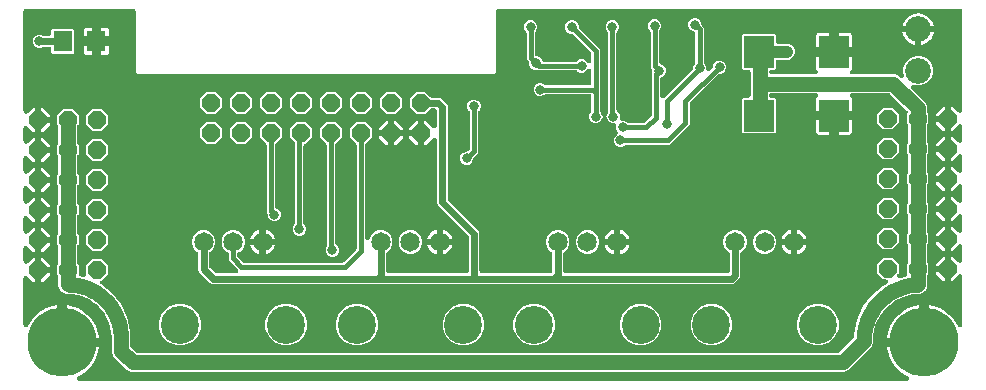
<source format=gbr>
G04 EAGLE Gerber RS-274X export*
G75*
%MOMM*%
%FSLAX34Y34*%
%LPD*%
%INTop Copper*%
%IPPOS*%
%AMOC8*
5,1,8,0,0,1.08239X$1,22.5*%
G01*
%ADD10C,5.842000*%
%ADD11P,1.649562X8X22.500000*%
%ADD12C,2.184400*%
%ADD13R,2.550000X2.700000*%
%ADD14P,1.649562X8X202.500000*%
%ADD15C,3.216000*%
%ADD16C,1.650000*%
%ADD17R,1.600000X1.803000*%
%ADD18C,0.804800*%
%ADD19C,0.609600*%
%ADD20C,0.406400*%
%ADD21C,1.016000*%
%ADD22C,1.270000*%
%ADD23C,0.152400*%

G36*
X750369Y2551D02*
X750369Y2551D01*
X750476Y2552D01*
X750569Y2571D01*
X750664Y2581D01*
X750766Y2612D01*
X750870Y2633D01*
X750957Y2671D01*
X751049Y2699D01*
X751142Y2750D01*
X751240Y2791D01*
X751319Y2845D01*
X751403Y2891D01*
X751484Y2959D01*
X751572Y3019D01*
X751639Y3087D01*
X751712Y3148D01*
X751779Y3231D01*
X751853Y3308D01*
X751905Y3388D01*
X751964Y3462D01*
X752013Y3556D01*
X752071Y3646D01*
X752106Y3735D01*
X752150Y3819D01*
X752179Y3921D01*
X752218Y4021D01*
X752235Y4115D01*
X752261Y4206D01*
X752270Y4312D01*
X752289Y4417D01*
X752286Y4513D01*
X752294Y4608D01*
X752282Y4713D01*
X752279Y4820D01*
X752258Y4913D01*
X752247Y5007D01*
X752214Y5109D01*
X752191Y5212D01*
X752152Y5299D01*
X752122Y5390D01*
X752070Y5483D01*
X752027Y5580D01*
X751971Y5658D01*
X751925Y5741D01*
X751855Y5821D01*
X751793Y5908D01*
X751724Y5973D01*
X751661Y6045D01*
X751577Y6111D01*
X751500Y6184D01*
X751403Y6246D01*
X751343Y6292D01*
X751290Y6319D01*
X751221Y6363D01*
X748657Y7734D01*
X746064Y9467D01*
X743652Y11446D01*
X741446Y13652D01*
X739467Y16064D01*
X737734Y18657D01*
X736263Y21409D01*
X735069Y24290D01*
X734164Y27276D01*
X733555Y30336D01*
X733496Y30937D01*
X762968Y30937D01*
X762986Y30939D01*
X763003Y30937D01*
X763186Y30958D01*
X763368Y30977D01*
X763386Y30982D01*
X763403Y30984D01*
X763578Y31041D01*
X763753Y31095D01*
X763769Y31103D01*
X763786Y31109D01*
X763946Y31199D01*
X764107Y31287D01*
X764121Y31298D01*
X764137Y31307D01*
X764276Y31427D01*
X764417Y31544D01*
X764428Y31558D01*
X764441Y31570D01*
X764554Y31715D01*
X764669Y31858D01*
X764677Y31874D01*
X764688Y31888D01*
X764770Y32053D01*
X764855Y32215D01*
X764859Y32232D01*
X764867Y32249D01*
X764915Y32427D01*
X764966Y32602D01*
X764967Y32620D01*
X764972Y32637D01*
X764999Y32968D01*
X764999Y35001D01*
X767032Y35001D01*
X767050Y35003D01*
X767067Y35001D01*
X767250Y35023D01*
X767433Y35041D01*
X767450Y35046D01*
X767467Y35048D01*
X767642Y35105D01*
X767817Y35159D01*
X767833Y35167D01*
X767850Y35173D01*
X768010Y35263D01*
X768172Y35351D01*
X768185Y35362D01*
X768201Y35371D01*
X768340Y35491D01*
X768481Y35608D01*
X768492Y35622D01*
X768505Y35634D01*
X768618Y35779D01*
X768733Y35922D01*
X768741Y35938D01*
X768752Y35952D01*
X768834Y36117D01*
X768919Y36280D01*
X768924Y36297D01*
X768932Y36313D01*
X768979Y36491D01*
X769030Y36666D01*
X769031Y36684D01*
X769036Y36701D01*
X769063Y37032D01*
X769063Y66504D01*
X769664Y66445D01*
X772724Y65836D01*
X775710Y64931D01*
X778591Y63737D01*
X781343Y62266D01*
X783936Y60533D01*
X786348Y58554D01*
X788554Y56348D01*
X790533Y53936D01*
X792266Y51343D01*
X793637Y48779D01*
X793696Y48691D01*
X793747Y48597D01*
X793808Y48524D01*
X793861Y48445D01*
X793936Y48370D01*
X794004Y48288D01*
X794079Y48228D01*
X794146Y48161D01*
X794235Y48102D01*
X794318Y48036D01*
X794403Y47992D01*
X794482Y47939D01*
X794581Y47899D01*
X794675Y47850D01*
X794767Y47824D01*
X794855Y47788D01*
X794960Y47768D01*
X795062Y47739D01*
X795157Y47731D01*
X795251Y47713D01*
X795358Y47715D01*
X795464Y47706D01*
X795558Y47717D01*
X795654Y47718D01*
X795758Y47740D01*
X795863Y47753D01*
X795954Y47782D01*
X796047Y47802D01*
X796145Y47845D01*
X796246Y47878D01*
X796329Y47924D01*
X796417Y47962D01*
X796504Y48023D01*
X796597Y48075D01*
X796669Y48138D01*
X796747Y48192D01*
X796821Y48269D01*
X796902Y48339D01*
X796960Y48414D01*
X797026Y48483D01*
X797083Y48573D01*
X797148Y48657D01*
X797191Y48742D01*
X797242Y48823D01*
X797280Y48922D01*
X797328Y49017D01*
X797352Y49109D01*
X797387Y49198D01*
X797405Y49303D01*
X797432Y49406D01*
X797442Y49520D01*
X797454Y49595D01*
X797453Y49655D01*
X797459Y49737D01*
X797459Y90686D01*
X797458Y90695D01*
X797459Y90704D01*
X797438Y90896D01*
X797419Y91087D01*
X797417Y91095D01*
X797416Y91104D01*
X797358Y91286D01*
X797301Y91472D01*
X797297Y91479D01*
X797294Y91488D01*
X797201Y91656D01*
X797109Y91826D01*
X797104Y91832D01*
X797099Y91840D01*
X796975Y91987D01*
X796852Y92135D01*
X796845Y92140D01*
X796839Y92147D01*
X796689Y92266D01*
X796538Y92387D01*
X796530Y92391D01*
X796523Y92397D01*
X796350Y92485D01*
X796181Y92573D01*
X796172Y92575D01*
X796164Y92579D01*
X795978Y92631D01*
X795794Y92684D01*
X795785Y92685D01*
X795776Y92687D01*
X795583Y92701D01*
X795392Y92717D01*
X795384Y92716D01*
X795375Y92717D01*
X795182Y92692D01*
X794993Y92670D01*
X794984Y92667D01*
X794975Y92666D01*
X794792Y92605D01*
X794610Y92545D01*
X794602Y92541D01*
X794594Y92538D01*
X794427Y92442D01*
X794259Y92347D01*
X794252Y92341D01*
X794245Y92337D01*
X793992Y92122D01*
X789209Y87339D01*
X787539Y87339D01*
X787539Y96992D01*
X787537Y97010D01*
X787539Y97027D01*
X787518Y97210D01*
X787499Y97392D01*
X787494Y97409D01*
X787492Y97427D01*
X787467Y97505D01*
X787506Y97642D01*
X787508Y97660D01*
X787512Y97677D01*
X787539Y98008D01*
X787539Y107661D01*
X789209Y107661D01*
X793992Y102878D01*
X793999Y102872D01*
X794004Y102865D01*
X794154Y102745D01*
X794303Y102623D01*
X794311Y102618D01*
X794318Y102613D01*
X794488Y102524D01*
X794659Y102434D01*
X794668Y102431D01*
X794675Y102427D01*
X794860Y102374D01*
X795045Y102319D01*
X795054Y102318D01*
X795062Y102316D01*
X795254Y102300D01*
X795446Y102283D01*
X795455Y102284D01*
X795464Y102283D01*
X795653Y102305D01*
X795846Y102326D01*
X795855Y102329D01*
X795863Y102330D01*
X796045Y102389D01*
X796230Y102448D01*
X796238Y102452D01*
X796246Y102455D01*
X796415Y102550D01*
X796582Y102643D01*
X796589Y102648D01*
X796597Y102653D01*
X796743Y102779D01*
X796889Y102903D01*
X796895Y102910D01*
X796902Y102916D01*
X797019Y103067D01*
X797139Y103219D01*
X797143Y103227D01*
X797148Y103234D01*
X797234Y103406D01*
X797321Y103578D01*
X797324Y103586D01*
X797328Y103595D01*
X797378Y103781D01*
X797429Y103966D01*
X797430Y103975D01*
X797432Y103983D01*
X797459Y104314D01*
X797459Y116086D01*
X797458Y116095D01*
X797459Y116104D01*
X797438Y116296D01*
X797419Y116487D01*
X797417Y116495D01*
X797416Y116504D01*
X797358Y116686D01*
X797301Y116872D01*
X797297Y116879D01*
X797294Y116888D01*
X797201Y117056D01*
X797109Y117226D01*
X797104Y117232D01*
X797099Y117240D01*
X796975Y117387D01*
X796852Y117535D01*
X796845Y117540D01*
X796839Y117547D01*
X796688Y117666D01*
X796538Y117787D01*
X796530Y117791D01*
X796523Y117797D01*
X796351Y117884D01*
X796181Y117973D01*
X796172Y117975D01*
X796164Y117979D01*
X795978Y118031D01*
X795794Y118084D01*
X795785Y118085D01*
X795776Y118087D01*
X795583Y118101D01*
X795392Y118117D01*
X795384Y118116D01*
X795375Y118117D01*
X795182Y118092D01*
X794993Y118070D01*
X794984Y118067D01*
X794975Y118066D01*
X794792Y118005D01*
X794610Y117945D01*
X794602Y117941D01*
X794594Y117938D01*
X794427Y117842D01*
X794259Y117747D01*
X794252Y117741D01*
X794245Y117737D01*
X793992Y117522D01*
X789209Y112739D01*
X787539Y112739D01*
X787539Y122392D01*
X787538Y122406D01*
X787539Y122420D01*
X787539Y122423D01*
X787539Y122427D01*
X787518Y122610D01*
X787499Y122792D01*
X787494Y122809D01*
X787492Y122827D01*
X787467Y122905D01*
X787506Y123042D01*
X787508Y123060D01*
X787512Y123077D01*
X787539Y123408D01*
X787539Y133061D01*
X789209Y133061D01*
X793992Y128278D01*
X793999Y128272D01*
X794004Y128265D01*
X794154Y128145D01*
X794303Y128023D01*
X794311Y128018D01*
X794318Y128013D01*
X794488Y127924D01*
X794659Y127834D01*
X794668Y127831D01*
X794675Y127827D01*
X794860Y127774D01*
X795045Y127719D01*
X795054Y127718D01*
X795062Y127716D01*
X795254Y127700D01*
X795446Y127683D01*
X795455Y127684D01*
X795464Y127683D01*
X795653Y127705D01*
X795846Y127726D01*
X795855Y127729D01*
X795863Y127730D01*
X796045Y127789D01*
X796230Y127848D01*
X796238Y127852D01*
X796246Y127855D01*
X796415Y127950D01*
X796582Y128043D01*
X796589Y128048D01*
X796597Y128053D01*
X796743Y128179D01*
X796889Y128303D01*
X796895Y128310D01*
X796902Y128316D01*
X797019Y128467D01*
X797139Y128619D01*
X797143Y128627D01*
X797148Y128634D01*
X797234Y128806D01*
X797321Y128978D01*
X797324Y128986D01*
X797328Y128995D01*
X797378Y129181D01*
X797429Y129366D01*
X797430Y129375D01*
X797432Y129383D01*
X797459Y129714D01*
X797459Y141486D01*
X797458Y141495D01*
X797459Y141504D01*
X797438Y141696D01*
X797419Y141887D01*
X797417Y141895D01*
X797416Y141904D01*
X797359Y142084D01*
X797301Y142272D01*
X797297Y142279D01*
X797294Y142288D01*
X797201Y142456D01*
X797109Y142626D01*
X797104Y142632D01*
X797099Y142640D01*
X796975Y142787D01*
X796852Y142935D01*
X796845Y142940D01*
X796839Y142947D01*
X796689Y143066D01*
X796538Y143187D01*
X796530Y143191D01*
X796523Y143197D01*
X796350Y143285D01*
X796181Y143373D01*
X796172Y143375D01*
X796164Y143379D01*
X795978Y143431D01*
X795794Y143484D01*
X795785Y143485D01*
X795776Y143487D01*
X795583Y143501D01*
X795392Y143517D01*
X795384Y143516D01*
X795375Y143517D01*
X795182Y143492D01*
X794993Y143470D01*
X794984Y143467D01*
X794975Y143466D01*
X794792Y143405D01*
X794610Y143345D01*
X794602Y143341D01*
X794594Y143338D01*
X794427Y143242D01*
X794259Y143147D01*
X794252Y143141D01*
X794245Y143137D01*
X793992Y142922D01*
X789209Y138139D01*
X787539Y138139D01*
X787539Y147792D01*
X787537Y147810D01*
X787539Y147827D01*
X787518Y148009D01*
X787499Y148192D01*
X787494Y148209D01*
X787492Y148227D01*
X787467Y148305D01*
X787506Y148442D01*
X787508Y148460D01*
X787512Y148477D01*
X787539Y148808D01*
X787539Y158461D01*
X789209Y158461D01*
X793992Y153678D01*
X793999Y153672D01*
X794004Y153665D01*
X794154Y153545D01*
X794303Y153423D01*
X794311Y153418D01*
X794318Y153413D01*
X794488Y153324D01*
X794659Y153234D01*
X794668Y153231D01*
X794675Y153227D01*
X794860Y153174D01*
X795045Y153119D01*
X795054Y153118D01*
X795062Y153116D01*
X795254Y153100D01*
X795446Y153083D01*
X795455Y153084D01*
X795464Y153083D01*
X795653Y153105D01*
X795846Y153126D01*
X795855Y153129D01*
X795863Y153130D01*
X796045Y153189D01*
X796230Y153248D01*
X796238Y153252D01*
X796246Y153255D01*
X796415Y153350D01*
X796582Y153443D01*
X796589Y153448D01*
X796597Y153453D01*
X796743Y153579D01*
X796889Y153703D01*
X796895Y153710D01*
X796902Y153716D01*
X797019Y153867D01*
X797139Y154019D01*
X797143Y154027D01*
X797148Y154034D01*
X797234Y154206D01*
X797321Y154378D01*
X797324Y154386D01*
X797328Y154395D01*
X797378Y154581D01*
X797429Y154766D01*
X797430Y154775D01*
X797432Y154783D01*
X797459Y155114D01*
X797459Y166886D01*
X797458Y166895D01*
X797459Y166904D01*
X797438Y167096D01*
X797419Y167287D01*
X797417Y167295D01*
X797416Y167304D01*
X797358Y167486D01*
X797301Y167672D01*
X797297Y167679D01*
X797294Y167688D01*
X797201Y167856D01*
X797109Y168026D01*
X797104Y168032D01*
X797099Y168040D01*
X796975Y168187D01*
X796852Y168335D01*
X796845Y168340D01*
X796839Y168347D01*
X796688Y168466D01*
X796538Y168587D01*
X796530Y168591D01*
X796523Y168597D01*
X796350Y168685D01*
X796181Y168773D01*
X796172Y168775D01*
X796164Y168779D01*
X795978Y168831D01*
X795794Y168884D01*
X795785Y168885D01*
X795776Y168887D01*
X795583Y168901D01*
X795392Y168917D01*
X795384Y168916D01*
X795375Y168917D01*
X795182Y168892D01*
X794993Y168870D01*
X794984Y168867D01*
X794975Y168866D01*
X794792Y168805D01*
X794610Y168745D01*
X794602Y168741D01*
X794594Y168738D01*
X794427Y168642D01*
X794259Y168547D01*
X794252Y168541D01*
X794245Y168537D01*
X793992Y168322D01*
X789209Y163539D01*
X787539Y163539D01*
X787539Y173192D01*
X787539Y173198D01*
X787539Y173201D01*
X787538Y173212D01*
X787539Y173227D01*
X787518Y173410D01*
X787499Y173592D01*
X787494Y173609D01*
X787492Y173627D01*
X787467Y173705D01*
X787506Y173842D01*
X787508Y173860D01*
X787512Y173877D01*
X787539Y174208D01*
X787539Y183861D01*
X789209Y183861D01*
X793992Y179078D01*
X793999Y179072D01*
X794004Y179065D01*
X794154Y178945D01*
X794303Y178823D01*
X794311Y178818D01*
X794318Y178813D01*
X794488Y178724D01*
X794659Y178634D01*
X794668Y178631D01*
X794675Y178627D01*
X794860Y178574D01*
X795045Y178519D01*
X795054Y178518D01*
X795062Y178516D01*
X795254Y178500D01*
X795446Y178483D01*
X795455Y178484D01*
X795464Y178483D01*
X795653Y178505D01*
X795846Y178526D01*
X795855Y178529D01*
X795863Y178530D01*
X796045Y178589D01*
X796230Y178648D01*
X796238Y178652D01*
X796246Y178655D01*
X796415Y178750D01*
X796582Y178843D01*
X796589Y178848D01*
X796597Y178853D01*
X796743Y178979D01*
X796889Y179103D01*
X796895Y179110D01*
X796902Y179116D01*
X797019Y179267D01*
X797139Y179419D01*
X797143Y179427D01*
X797148Y179434D01*
X797234Y179606D01*
X797321Y179778D01*
X797324Y179786D01*
X797328Y179795D01*
X797378Y179981D01*
X797429Y180166D01*
X797430Y180175D01*
X797432Y180183D01*
X797459Y180514D01*
X797459Y192286D01*
X797458Y192295D01*
X797459Y192304D01*
X797438Y192496D01*
X797419Y192687D01*
X797417Y192695D01*
X797416Y192704D01*
X797358Y192886D01*
X797301Y193072D01*
X797297Y193079D01*
X797294Y193088D01*
X797201Y193256D01*
X797109Y193426D01*
X797104Y193432D01*
X797099Y193440D01*
X796975Y193587D01*
X796852Y193735D01*
X796845Y193740D01*
X796839Y193747D01*
X796688Y193866D01*
X796538Y193987D01*
X796530Y193991D01*
X796523Y193997D01*
X796350Y194085D01*
X796181Y194173D01*
X796172Y194175D01*
X796164Y194179D01*
X795978Y194231D01*
X795794Y194284D01*
X795785Y194285D01*
X795776Y194287D01*
X795583Y194301D01*
X795392Y194317D01*
X795384Y194316D01*
X795375Y194317D01*
X795182Y194292D01*
X794993Y194270D01*
X794984Y194267D01*
X794975Y194266D01*
X794792Y194205D01*
X794610Y194145D01*
X794602Y194141D01*
X794594Y194138D01*
X794427Y194042D01*
X794259Y193947D01*
X794252Y193941D01*
X794245Y193937D01*
X793992Y193722D01*
X789209Y188939D01*
X787539Y188939D01*
X787539Y198592D01*
X787537Y198610D01*
X787539Y198627D01*
X787518Y198810D01*
X787499Y198992D01*
X787494Y199009D01*
X787492Y199027D01*
X787467Y199105D01*
X787506Y199242D01*
X787508Y199260D01*
X787512Y199277D01*
X787539Y199608D01*
X787539Y209261D01*
X789209Y209261D01*
X793992Y204478D01*
X793999Y204472D01*
X794004Y204465D01*
X794154Y204345D01*
X794303Y204223D01*
X794311Y204218D01*
X794318Y204213D01*
X794488Y204124D01*
X794659Y204034D01*
X794668Y204031D01*
X794675Y204027D01*
X794860Y203974D01*
X795045Y203919D01*
X795054Y203918D01*
X795062Y203916D01*
X795254Y203900D01*
X795446Y203883D01*
X795455Y203884D01*
X795464Y203883D01*
X795653Y203905D01*
X795846Y203926D01*
X795855Y203929D01*
X795863Y203930D01*
X796045Y203989D01*
X796230Y204048D01*
X796238Y204052D01*
X796246Y204055D01*
X796415Y204150D01*
X796582Y204243D01*
X796589Y204248D01*
X796597Y204253D01*
X796743Y204379D01*
X796889Y204503D01*
X796895Y204510D01*
X796902Y204516D01*
X797019Y204667D01*
X797139Y204819D01*
X797143Y204827D01*
X797148Y204834D01*
X797234Y205006D01*
X797321Y205178D01*
X797324Y205186D01*
X797328Y205195D01*
X797378Y205381D01*
X797429Y205566D01*
X797430Y205575D01*
X797432Y205583D01*
X797459Y205914D01*
X797459Y217686D01*
X797458Y217695D01*
X797459Y217704D01*
X797439Y217893D01*
X797419Y218087D01*
X797417Y218095D01*
X797416Y218104D01*
X797358Y218286D01*
X797301Y218472D01*
X797297Y218479D01*
X797294Y218488D01*
X797201Y218656D01*
X797109Y218826D01*
X797104Y218832D01*
X797099Y218840D01*
X796975Y218987D01*
X796852Y219135D01*
X796845Y219140D01*
X796839Y219147D01*
X796688Y219266D01*
X796538Y219387D01*
X796530Y219391D01*
X796523Y219397D01*
X796350Y219485D01*
X796181Y219573D01*
X796172Y219575D01*
X796164Y219579D01*
X795978Y219631D01*
X795794Y219684D01*
X795785Y219685D01*
X795776Y219687D01*
X795583Y219701D01*
X795392Y219717D01*
X795384Y219716D01*
X795375Y219717D01*
X795182Y219692D01*
X794993Y219670D01*
X794984Y219667D01*
X794975Y219666D01*
X794792Y219605D01*
X794610Y219545D01*
X794602Y219541D01*
X794594Y219538D01*
X794427Y219442D01*
X794259Y219347D01*
X794252Y219341D01*
X794245Y219337D01*
X793992Y219122D01*
X789209Y214339D01*
X787539Y214339D01*
X787539Y223992D01*
X787537Y224010D01*
X787539Y224027D01*
X787518Y224210D01*
X787499Y224392D01*
X787494Y224409D01*
X787492Y224427D01*
X787467Y224505D01*
X787506Y224642D01*
X787508Y224660D01*
X787512Y224677D01*
X787539Y225008D01*
X787539Y234661D01*
X789209Y234661D01*
X793992Y229878D01*
X793999Y229872D01*
X794004Y229865D01*
X794154Y229745D01*
X794303Y229623D01*
X794311Y229618D01*
X794318Y229613D01*
X794488Y229524D01*
X794659Y229434D01*
X794668Y229431D01*
X794675Y229427D01*
X794860Y229374D01*
X795045Y229319D01*
X795054Y229318D01*
X795062Y229316D01*
X795254Y229300D01*
X795446Y229283D01*
X795455Y229284D01*
X795464Y229283D01*
X795653Y229305D01*
X795846Y229326D01*
X795855Y229329D01*
X795863Y229330D01*
X796045Y229389D01*
X796230Y229448D01*
X796238Y229452D01*
X796246Y229455D01*
X796415Y229550D01*
X796582Y229643D01*
X796589Y229648D01*
X796597Y229653D01*
X796743Y229779D01*
X796889Y229903D01*
X796895Y229910D01*
X796902Y229916D01*
X797019Y230067D01*
X797139Y230219D01*
X797143Y230227D01*
X797148Y230234D01*
X797234Y230406D01*
X797321Y230578D01*
X797324Y230586D01*
X797328Y230595D01*
X797378Y230781D01*
X797429Y230966D01*
X797430Y230975D01*
X797432Y230983D01*
X797459Y231314D01*
X797459Y315428D01*
X797457Y315446D01*
X797459Y315464D01*
X797438Y315646D01*
X797419Y315829D01*
X797414Y315846D01*
X797412Y315863D01*
X797355Y316038D01*
X797301Y316214D01*
X797293Y316229D01*
X797287Y316246D01*
X797197Y316406D01*
X797109Y316568D01*
X797098Y316581D01*
X797089Y316597D01*
X796969Y316736D01*
X796852Y316877D01*
X796838Y316888D01*
X796826Y316902D01*
X796681Y317014D01*
X796538Y317129D01*
X796522Y317137D01*
X796508Y317148D01*
X796343Y317230D01*
X796181Y317315D01*
X796164Y317320D01*
X796148Y317328D01*
X795969Y317375D01*
X795794Y317426D01*
X795776Y317428D01*
X795759Y317432D01*
X795428Y317459D01*
X761636Y317459D01*
X761594Y317455D01*
X761552Y317458D01*
X761394Y317435D01*
X761235Y317419D01*
X761195Y317407D01*
X761153Y317401D01*
X761003Y317348D01*
X760850Y317301D01*
X760813Y317281D01*
X760773Y317267D01*
X760636Y317185D01*
X760496Y317109D01*
X760464Y317082D01*
X760428Y317061D01*
X760309Y316954D01*
X760187Y316852D01*
X760161Y316819D01*
X760129Y316790D01*
X760035Y316662D01*
X760003Y316623D01*
X759921Y316717D01*
X759822Y316842D01*
X759790Y316870D01*
X759762Y316902D01*
X759636Y316999D01*
X759515Y317102D01*
X759478Y317122D01*
X759444Y317148D01*
X759301Y317219D01*
X759162Y317296D01*
X759122Y317309D01*
X759084Y317328D01*
X758930Y317369D01*
X758778Y317417D01*
X758736Y317421D01*
X758695Y317432D01*
X758421Y317455D01*
X758377Y317459D01*
X758371Y317459D01*
X758364Y317459D01*
X404572Y317459D01*
X404554Y317457D01*
X404536Y317459D01*
X404354Y317438D01*
X404171Y317419D01*
X404154Y317414D01*
X404137Y317412D01*
X403962Y317355D01*
X403786Y317301D01*
X403771Y317293D01*
X403754Y317287D01*
X403594Y317197D01*
X403432Y317109D01*
X403419Y317098D01*
X403403Y317089D01*
X403264Y316969D01*
X403123Y316852D01*
X403112Y316838D01*
X403098Y316826D01*
X402986Y316681D01*
X402871Y316538D01*
X402863Y316522D01*
X402852Y316508D01*
X402770Y316343D01*
X402685Y316181D01*
X402680Y316164D01*
X402672Y316148D01*
X402625Y315969D01*
X402574Y315794D01*
X402572Y315776D01*
X402568Y315759D01*
X402541Y315428D01*
X402541Y263948D01*
X401052Y262459D01*
X98948Y262459D01*
X97459Y263948D01*
X97459Y315428D01*
X97457Y315446D01*
X97459Y315464D01*
X97438Y315646D01*
X97419Y315829D01*
X97414Y315846D01*
X97412Y315863D01*
X97355Y316038D01*
X97301Y316214D01*
X97293Y316229D01*
X97287Y316246D01*
X97197Y316406D01*
X97109Y316568D01*
X97098Y316581D01*
X97089Y316597D01*
X96969Y316736D01*
X96852Y316877D01*
X96838Y316888D01*
X96826Y316902D01*
X96681Y317014D01*
X96538Y317129D01*
X96522Y317137D01*
X96508Y317148D01*
X96343Y317230D01*
X96181Y317315D01*
X96164Y317320D01*
X96148Y317328D01*
X95969Y317375D01*
X95794Y317426D01*
X95776Y317428D01*
X95759Y317432D01*
X95428Y317459D01*
X4572Y317459D01*
X4554Y317457D01*
X4536Y317459D01*
X4354Y317438D01*
X4171Y317419D01*
X4154Y317414D01*
X4137Y317412D01*
X3962Y317355D01*
X3786Y317301D01*
X3771Y317293D01*
X3754Y317287D01*
X3594Y317197D01*
X3432Y317109D01*
X3419Y317098D01*
X3403Y317089D01*
X3264Y316969D01*
X3123Y316852D01*
X3112Y316838D01*
X3098Y316826D01*
X2986Y316681D01*
X2871Y316538D01*
X2863Y316522D01*
X2852Y316508D01*
X2770Y316343D01*
X2685Y316181D01*
X2680Y316164D01*
X2672Y316148D01*
X2625Y315969D01*
X2574Y315794D01*
X2572Y315776D01*
X2568Y315759D01*
X2541Y315428D01*
X2541Y230714D01*
X2542Y230705D01*
X2541Y230696D01*
X2562Y230504D01*
X2581Y230313D01*
X2583Y230305D01*
X2584Y230296D01*
X2642Y230113D01*
X2699Y229928D01*
X2703Y229921D01*
X2706Y229912D01*
X2799Y229744D01*
X2891Y229574D01*
X2896Y229568D01*
X2901Y229560D01*
X3025Y229413D01*
X3148Y229265D01*
X3155Y229260D01*
X3161Y229253D01*
X3312Y229134D01*
X3462Y229013D01*
X3470Y229009D01*
X3477Y229003D01*
X3650Y228915D01*
X3819Y228827D01*
X3828Y228825D01*
X3836Y228821D01*
X4022Y228769D01*
X4206Y228716D01*
X4215Y228715D01*
X4224Y228713D01*
X4417Y228699D01*
X4608Y228683D01*
X4616Y228684D01*
X4625Y228683D01*
X4818Y228708D01*
X5007Y228730D01*
X5016Y228733D01*
X5025Y228734D01*
X5208Y228795D01*
X5390Y228855D01*
X5398Y228859D01*
X5406Y228862D01*
X5573Y228958D01*
X5741Y229053D01*
X5748Y229059D01*
X5755Y229063D01*
X6008Y229278D01*
X10391Y233661D01*
X12061Y233661D01*
X12061Y224008D01*
X12062Y223990D01*
X12061Y223973D01*
X12082Y223790D01*
X12101Y223608D01*
X12106Y223591D01*
X12108Y223573D01*
X12133Y223495D01*
X12094Y223358D01*
X12092Y223340D01*
X12088Y223323D01*
X12061Y222992D01*
X12061Y213339D01*
X10391Y213339D01*
X6008Y217722D01*
X6001Y217728D01*
X5996Y217735D01*
X5846Y217855D01*
X5697Y217977D01*
X5689Y217982D01*
X5682Y217987D01*
X5512Y218076D01*
X5341Y218166D01*
X5332Y218169D01*
X5325Y218173D01*
X5140Y218226D01*
X4955Y218281D01*
X4946Y218282D01*
X4938Y218284D01*
X4746Y218300D01*
X4554Y218317D01*
X4545Y218316D01*
X4536Y218317D01*
X4347Y218295D01*
X4154Y218274D01*
X4145Y218271D01*
X4137Y218270D01*
X3955Y218211D01*
X3770Y218152D01*
X3762Y218148D01*
X3754Y218145D01*
X3585Y218050D01*
X3418Y217957D01*
X3411Y217952D01*
X3403Y217947D01*
X3257Y217821D01*
X3111Y217697D01*
X3105Y217690D01*
X3098Y217684D01*
X2981Y217533D01*
X2861Y217381D01*
X2857Y217373D01*
X2852Y217366D01*
X2766Y217194D01*
X2679Y217022D01*
X2676Y217014D01*
X2672Y217005D01*
X2622Y216820D01*
X2571Y216634D01*
X2570Y216625D01*
X2568Y216617D01*
X2541Y216286D01*
X2541Y205314D01*
X2542Y205305D01*
X2541Y205296D01*
X2562Y205104D01*
X2581Y204913D01*
X2583Y204905D01*
X2584Y204896D01*
X2642Y204713D01*
X2699Y204528D01*
X2703Y204521D01*
X2706Y204512D01*
X2799Y204344D01*
X2891Y204174D01*
X2896Y204168D01*
X2901Y204160D01*
X3025Y204013D01*
X3148Y203865D01*
X3155Y203860D01*
X3161Y203853D01*
X3312Y203734D01*
X3462Y203613D01*
X3470Y203609D01*
X3477Y203603D01*
X3650Y203515D01*
X3819Y203427D01*
X3828Y203425D01*
X3836Y203421D01*
X4022Y203369D01*
X4206Y203316D01*
X4215Y203315D01*
X4224Y203313D01*
X4417Y203299D01*
X4608Y203283D01*
X4616Y203284D01*
X4625Y203283D01*
X4818Y203308D01*
X5007Y203330D01*
X5016Y203333D01*
X5025Y203334D01*
X5208Y203395D01*
X5390Y203455D01*
X5398Y203459D01*
X5406Y203462D01*
X5573Y203558D01*
X5741Y203653D01*
X5748Y203659D01*
X5755Y203663D01*
X6008Y203878D01*
X10391Y208261D01*
X12061Y208261D01*
X12061Y198608D01*
X12062Y198590D01*
X12061Y198573D01*
X12082Y198390D01*
X12101Y198208D01*
X12106Y198191D01*
X12108Y198173D01*
X12133Y198095D01*
X12094Y197958D01*
X12092Y197940D01*
X12088Y197923D01*
X12061Y197592D01*
X12061Y187939D01*
X10391Y187939D01*
X6008Y192322D01*
X6001Y192328D01*
X5996Y192335D01*
X5846Y192455D01*
X5697Y192577D01*
X5689Y192582D01*
X5682Y192587D01*
X5512Y192675D01*
X5341Y192766D01*
X5332Y192769D01*
X5325Y192773D01*
X5140Y192826D01*
X4955Y192881D01*
X4946Y192882D01*
X4938Y192884D01*
X4746Y192900D01*
X4554Y192917D01*
X4545Y192916D01*
X4536Y192917D01*
X4347Y192895D01*
X4154Y192874D01*
X4145Y192871D01*
X4137Y192870D01*
X3955Y192811D01*
X3770Y192752D01*
X3762Y192748D01*
X3754Y192745D01*
X3585Y192650D01*
X3418Y192557D01*
X3411Y192552D01*
X3403Y192547D01*
X3257Y192421D01*
X3111Y192297D01*
X3105Y192290D01*
X3098Y192284D01*
X2981Y192133D01*
X2861Y191981D01*
X2857Y191973D01*
X2852Y191966D01*
X2766Y191794D01*
X2679Y191622D01*
X2676Y191614D01*
X2672Y191605D01*
X2622Y191420D01*
X2571Y191234D01*
X2570Y191225D01*
X2568Y191217D01*
X2541Y190886D01*
X2541Y179914D01*
X2542Y179905D01*
X2541Y179896D01*
X2562Y179704D01*
X2581Y179513D01*
X2583Y179505D01*
X2584Y179496D01*
X2642Y179313D01*
X2699Y179128D01*
X2703Y179121D01*
X2706Y179112D01*
X2799Y178944D01*
X2891Y178774D01*
X2896Y178768D01*
X2901Y178760D01*
X3025Y178613D01*
X3148Y178465D01*
X3155Y178460D01*
X3161Y178453D01*
X3312Y178334D01*
X3462Y178213D01*
X3470Y178209D01*
X3477Y178203D01*
X3650Y178115D01*
X3819Y178027D01*
X3828Y178025D01*
X3836Y178021D01*
X4022Y177969D01*
X4206Y177916D01*
X4215Y177915D01*
X4224Y177913D01*
X4417Y177899D01*
X4608Y177883D01*
X4616Y177884D01*
X4625Y177883D01*
X4818Y177908D01*
X5007Y177930D01*
X5016Y177933D01*
X5025Y177934D01*
X5208Y177995D01*
X5390Y178055D01*
X5398Y178059D01*
X5406Y178062D01*
X5573Y178158D01*
X5741Y178253D01*
X5748Y178259D01*
X5755Y178263D01*
X6008Y178478D01*
X10391Y182861D01*
X12061Y182861D01*
X12061Y173208D01*
X12062Y173190D01*
X12061Y173173D01*
X12082Y172990D01*
X12101Y172808D01*
X12106Y172791D01*
X12108Y172773D01*
X12133Y172695D01*
X12094Y172558D01*
X12092Y172540D01*
X12088Y172523D01*
X12061Y172192D01*
X12061Y162539D01*
X10391Y162539D01*
X6008Y166922D01*
X6001Y166928D01*
X5996Y166935D01*
X5846Y167055D01*
X5697Y167177D01*
X5689Y167182D01*
X5682Y167187D01*
X5512Y167276D01*
X5341Y167366D01*
X5332Y167369D01*
X5325Y167373D01*
X5140Y167426D01*
X4955Y167481D01*
X4946Y167482D01*
X4938Y167484D01*
X4746Y167500D01*
X4554Y167517D01*
X4545Y167516D01*
X4536Y167517D01*
X4347Y167495D01*
X4154Y167474D01*
X4145Y167471D01*
X4137Y167470D01*
X3955Y167411D01*
X3770Y167352D01*
X3762Y167348D01*
X3754Y167345D01*
X3585Y167250D01*
X3418Y167157D01*
X3411Y167152D01*
X3403Y167147D01*
X3257Y167021D01*
X3111Y166897D01*
X3105Y166890D01*
X3098Y166884D01*
X2981Y166733D01*
X2861Y166581D01*
X2857Y166573D01*
X2852Y166566D01*
X2766Y166394D01*
X2679Y166222D01*
X2676Y166214D01*
X2672Y166205D01*
X2622Y166020D01*
X2571Y165834D01*
X2570Y165825D01*
X2568Y165817D01*
X2541Y165486D01*
X2541Y154514D01*
X2542Y154505D01*
X2541Y154496D01*
X2562Y154304D01*
X2581Y154113D01*
X2583Y154105D01*
X2584Y154096D01*
X2642Y153913D01*
X2699Y153728D01*
X2703Y153721D01*
X2706Y153712D01*
X2799Y153544D01*
X2891Y153374D01*
X2896Y153368D01*
X2901Y153360D01*
X3025Y153213D01*
X3148Y153065D01*
X3155Y153060D01*
X3161Y153053D01*
X3312Y152934D01*
X3462Y152813D01*
X3470Y152809D01*
X3477Y152803D01*
X3650Y152715D01*
X3819Y152627D01*
X3828Y152625D01*
X3836Y152621D01*
X4022Y152569D01*
X4206Y152516D01*
X4215Y152515D01*
X4224Y152513D01*
X4417Y152499D01*
X4608Y152483D01*
X4616Y152484D01*
X4625Y152483D01*
X4818Y152508D01*
X5007Y152530D01*
X5016Y152533D01*
X5025Y152534D01*
X5208Y152595D01*
X5390Y152655D01*
X5398Y152659D01*
X5406Y152662D01*
X5573Y152758D01*
X5741Y152853D01*
X5748Y152859D01*
X5755Y152863D01*
X6008Y153078D01*
X10391Y157461D01*
X12061Y157461D01*
X12061Y147808D01*
X12062Y147790D01*
X12061Y147773D01*
X12082Y147590D01*
X12101Y147408D01*
X12106Y147391D01*
X12108Y147373D01*
X12133Y147295D01*
X12094Y147158D01*
X12092Y147140D01*
X12088Y147123D01*
X12061Y146792D01*
X12061Y137139D01*
X10391Y137139D01*
X6008Y141522D01*
X6001Y141528D01*
X5996Y141535D01*
X5846Y141655D01*
X5697Y141777D01*
X5689Y141782D01*
X5682Y141787D01*
X5512Y141876D01*
X5341Y141966D01*
X5332Y141969D01*
X5325Y141973D01*
X5140Y142026D01*
X4955Y142081D01*
X4946Y142082D01*
X4938Y142084D01*
X4746Y142100D01*
X4554Y142117D01*
X4545Y142116D01*
X4536Y142117D01*
X4347Y142095D01*
X4154Y142074D01*
X4145Y142071D01*
X4137Y142070D01*
X3955Y142011D01*
X3770Y141952D01*
X3762Y141948D01*
X3754Y141945D01*
X3585Y141850D01*
X3418Y141757D01*
X3411Y141752D01*
X3403Y141747D01*
X3257Y141621D01*
X3111Y141497D01*
X3105Y141490D01*
X3098Y141484D01*
X2981Y141333D01*
X2861Y141181D01*
X2857Y141173D01*
X2852Y141166D01*
X2766Y140994D01*
X2679Y140822D01*
X2676Y140814D01*
X2672Y140805D01*
X2622Y140620D01*
X2571Y140434D01*
X2570Y140425D01*
X2568Y140417D01*
X2541Y140086D01*
X2541Y129114D01*
X2542Y129105D01*
X2541Y129096D01*
X2562Y128904D01*
X2581Y128713D01*
X2583Y128705D01*
X2584Y128696D01*
X2642Y128513D01*
X2699Y128328D01*
X2703Y128321D01*
X2706Y128312D01*
X2799Y128143D01*
X2891Y127974D01*
X2896Y127968D01*
X2901Y127960D01*
X3026Y127812D01*
X3148Y127665D01*
X3155Y127660D01*
X3161Y127653D01*
X3312Y127534D01*
X3462Y127413D01*
X3470Y127409D01*
X3477Y127403D01*
X3650Y127315D01*
X3819Y127227D01*
X3828Y127225D01*
X3836Y127221D01*
X4022Y127169D01*
X4206Y127116D01*
X4215Y127115D01*
X4224Y127113D01*
X4417Y127099D01*
X4608Y127083D01*
X4616Y127084D01*
X4625Y127083D01*
X4818Y127108D01*
X5007Y127130D01*
X5016Y127133D01*
X5025Y127134D01*
X5208Y127195D01*
X5390Y127255D01*
X5398Y127259D01*
X5406Y127262D01*
X5573Y127358D01*
X5741Y127453D01*
X5748Y127459D01*
X5755Y127463D01*
X6008Y127678D01*
X10391Y132061D01*
X12061Y132061D01*
X12061Y122408D01*
X12062Y122390D01*
X12061Y122373D01*
X12082Y122190D01*
X12101Y122008D01*
X12106Y121991D01*
X12108Y121973D01*
X12133Y121895D01*
X12094Y121758D01*
X12092Y121740D01*
X12088Y121723D01*
X12061Y121392D01*
X12061Y111739D01*
X10391Y111739D01*
X6008Y116122D01*
X6001Y116128D01*
X5996Y116135D01*
X5846Y116255D01*
X5697Y116377D01*
X5689Y116382D01*
X5682Y116387D01*
X5512Y116476D01*
X5341Y116566D01*
X5332Y116569D01*
X5325Y116573D01*
X5140Y116626D01*
X4955Y116681D01*
X4946Y116682D01*
X4938Y116684D01*
X4746Y116700D01*
X4554Y116717D01*
X4545Y116716D01*
X4536Y116717D01*
X4347Y116695D01*
X4154Y116674D01*
X4145Y116671D01*
X4137Y116670D01*
X3955Y116611D01*
X3770Y116552D01*
X3762Y116548D01*
X3754Y116545D01*
X3585Y116450D01*
X3418Y116357D01*
X3411Y116352D01*
X3403Y116347D01*
X3257Y116221D01*
X3111Y116097D01*
X3105Y116090D01*
X3098Y116084D01*
X2981Y115933D01*
X2861Y115781D01*
X2857Y115773D01*
X2852Y115766D01*
X2766Y115594D01*
X2679Y115422D01*
X2676Y115414D01*
X2672Y115405D01*
X2622Y115220D01*
X2571Y115034D01*
X2570Y115025D01*
X2568Y115017D01*
X2541Y114686D01*
X2541Y103714D01*
X2542Y103705D01*
X2541Y103696D01*
X2562Y103504D01*
X2581Y103313D01*
X2583Y103305D01*
X2584Y103296D01*
X2642Y103113D01*
X2699Y102928D01*
X2703Y102921D01*
X2706Y102912D01*
X2799Y102744D01*
X2891Y102574D01*
X2896Y102568D01*
X2901Y102560D01*
X3025Y102413D01*
X3148Y102265D01*
X3155Y102260D01*
X3161Y102253D01*
X3312Y102134D01*
X3462Y102013D01*
X3470Y102009D01*
X3477Y102003D01*
X3650Y101915D01*
X3819Y101827D01*
X3828Y101825D01*
X3836Y101821D01*
X4022Y101769D01*
X4206Y101716D01*
X4215Y101715D01*
X4224Y101713D01*
X4417Y101699D01*
X4608Y101683D01*
X4616Y101684D01*
X4625Y101683D01*
X4818Y101708D01*
X5007Y101730D01*
X5016Y101733D01*
X5025Y101734D01*
X5208Y101795D01*
X5390Y101855D01*
X5398Y101859D01*
X5406Y101862D01*
X5573Y101958D01*
X5741Y102053D01*
X5748Y102059D01*
X5755Y102063D01*
X6008Y102278D01*
X10391Y106661D01*
X12061Y106661D01*
X12061Y97008D01*
X12062Y96990D01*
X12061Y96973D01*
X12082Y96790D01*
X12101Y96608D01*
X12106Y96591D01*
X12108Y96573D01*
X12133Y96495D01*
X12094Y96358D01*
X12092Y96340D01*
X12088Y96323D01*
X12061Y95992D01*
X12061Y86339D01*
X10391Y86339D01*
X6008Y90722D01*
X6001Y90728D01*
X5996Y90735D01*
X5846Y90855D01*
X5697Y90977D01*
X5689Y90982D01*
X5682Y90987D01*
X5512Y91076D01*
X5341Y91166D01*
X5332Y91169D01*
X5325Y91173D01*
X5140Y91226D01*
X4955Y91281D01*
X4946Y91282D01*
X4938Y91284D01*
X4746Y91300D01*
X4554Y91317D01*
X4545Y91316D01*
X4536Y91317D01*
X4347Y91295D01*
X4154Y91274D01*
X4145Y91271D01*
X4137Y91270D01*
X3955Y91211D01*
X3770Y91152D01*
X3762Y91148D01*
X3754Y91145D01*
X3585Y91050D01*
X3418Y90957D01*
X3411Y90952D01*
X3403Y90947D01*
X3257Y90821D01*
X3111Y90697D01*
X3105Y90690D01*
X3098Y90684D01*
X2981Y90533D01*
X2861Y90381D01*
X2857Y90373D01*
X2852Y90366D01*
X2766Y90194D01*
X2679Y90022D01*
X2676Y90014D01*
X2672Y90005D01*
X2622Y89820D01*
X2571Y89634D01*
X2570Y89625D01*
X2568Y89617D01*
X2541Y89286D01*
X2541Y49737D01*
X2551Y49631D01*
X2552Y49524D01*
X2571Y49431D01*
X2581Y49336D01*
X2612Y49234D01*
X2633Y49130D01*
X2671Y49042D01*
X2699Y48951D01*
X2749Y48858D01*
X2791Y48760D01*
X2845Y48681D01*
X2891Y48597D01*
X2959Y48516D01*
X3019Y48428D01*
X3087Y48361D01*
X3148Y48288D01*
X3231Y48221D01*
X3308Y48147D01*
X3388Y48095D01*
X3462Y48036D01*
X3556Y47987D01*
X3646Y47929D01*
X3735Y47894D01*
X3819Y47850D01*
X3921Y47821D01*
X4021Y47782D01*
X4115Y47765D01*
X4206Y47739D01*
X4312Y47730D01*
X4417Y47711D01*
X4513Y47714D01*
X4608Y47706D01*
X4713Y47718D01*
X4820Y47721D01*
X4913Y47742D01*
X5007Y47753D01*
X5109Y47786D01*
X5212Y47809D01*
X5299Y47848D01*
X5390Y47878D01*
X5483Y47930D01*
X5580Y47973D01*
X5658Y48029D01*
X5741Y48075D01*
X5821Y48145D01*
X5908Y48207D01*
X5973Y48276D01*
X6045Y48339D01*
X6111Y48423D01*
X6184Y48500D01*
X6246Y48597D01*
X6292Y48657D01*
X6319Y48710D01*
X6363Y48779D01*
X7734Y51343D01*
X9467Y53936D01*
X11446Y56348D01*
X13652Y58554D01*
X16064Y60533D01*
X18657Y62266D01*
X21409Y63737D01*
X24290Y64931D01*
X27276Y65836D01*
X30336Y66445D01*
X30937Y66504D01*
X30937Y37032D01*
X30939Y37014D01*
X30937Y36997D01*
X30958Y36814D01*
X30977Y36632D01*
X30982Y36614D01*
X30984Y36597D01*
X31041Y36422D01*
X31095Y36247D01*
X31103Y36231D01*
X31109Y36214D01*
X31199Y36054D01*
X31287Y35893D01*
X31298Y35879D01*
X31307Y35863D01*
X31427Y35724D01*
X31544Y35583D01*
X31558Y35572D01*
X31570Y35559D01*
X31715Y35446D01*
X31858Y35331D01*
X31874Y35323D01*
X31888Y35312D01*
X32053Y35230D01*
X32215Y35145D01*
X32232Y35141D01*
X32249Y35133D01*
X32427Y35085D01*
X32602Y35034D01*
X32620Y35033D01*
X32637Y35028D01*
X32968Y35001D01*
X35001Y35001D01*
X35001Y32968D01*
X35003Y32950D01*
X35001Y32932D01*
X35023Y32750D01*
X35041Y32567D01*
X35046Y32550D01*
X35048Y32533D01*
X35105Y32358D01*
X35159Y32182D01*
X35167Y32167D01*
X35173Y32150D01*
X35263Y31990D01*
X35351Y31828D01*
X35362Y31815D01*
X35371Y31799D01*
X35491Y31660D01*
X35608Y31519D01*
X35622Y31508D01*
X35634Y31495D01*
X35779Y31382D01*
X35922Y31267D01*
X35938Y31259D01*
X35952Y31248D01*
X36117Y31166D01*
X36280Y31081D01*
X36297Y31076D01*
X36313Y31068D01*
X36491Y31021D01*
X36666Y30970D01*
X36684Y30968D01*
X36701Y30964D01*
X37032Y30937D01*
X66504Y30937D01*
X66445Y30336D01*
X65836Y27276D01*
X64931Y24290D01*
X63737Y21409D01*
X62266Y18657D01*
X60533Y16064D01*
X58554Y13652D01*
X56348Y11446D01*
X53936Y9467D01*
X51343Y7734D01*
X48779Y6363D01*
X48691Y6304D01*
X48597Y6253D01*
X48524Y6192D01*
X48445Y6139D01*
X48370Y6064D01*
X48288Y5996D01*
X48228Y5921D01*
X48161Y5854D01*
X48102Y5765D01*
X48036Y5682D01*
X47992Y5597D01*
X47939Y5518D01*
X47899Y5419D01*
X47850Y5325D01*
X47824Y5233D01*
X47788Y5145D01*
X47768Y5040D01*
X47739Y4938D01*
X47731Y4843D01*
X47713Y4749D01*
X47715Y4642D01*
X47706Y4536D01*
X47717Y4442D01*
X47718Y4346D01*
X47740Y4242D01*
X47753Y4137D01*
X47782Y4046D01*
X47802Y3953D01*
X47845Y3855D01*
X47878Y3754D01*
X47924Y3671D01*
X47962Y3583D01*
X48023Y3496D01*
X48075Y3403D01*
X48138Y3331D01*
X48192Y3253D01*
X48269Y3179D01*
X48339Y3098D01*
X48414Y3040D01*
X48483Y2974D01*
X48573Y2917D01*
X48657Y2852D01*
X48742Y2809D01*
X48823Y2758D01*
X48922Y2720D01*
X49017Y2672D01*
X49109Y2648D01*
X49198Y2613D01*
X49303Y2595D01*
X49406Y2568D01*
X49520Y2558D01*
X49595Y2546D01*
X49655Y2547D01*
X49737Y2541D01*
X750263Y2541D01*
X750369Y2551D01*
G37*
%LPC*%
G36*
X93434Y10125D02*
X93434Y10125D01*
X90539Y11324D01*
X78324Y23539D01*
X77125Y26434D01*
X77125Y39000D01*
X77120Y39049D01*
X77122Y39114D01*
X76901Y43043D01*
X76901Y43048D01*
X76901Y43053D01*
X76854Y43381D01*
X75105Y51043D01*
X75085Y51102D01*
X75074Y51162D01*
X75004Y51345D01*
X74977Y51425D01*
X74965Y51445D01*
X74955Y51472D01*
X71545Y58552D01*
X71513Y58605D01*
X71488Y58662D01*
X71379Y58825D01*
X71335Y58896D01*
X71319Y58913D01*
X71303Y58938D01*
X66403Y65082D01*
X66360Y65126D01*
X66323Y65176D01*
X66180Y65311D01*
X66122Y65370D01*
X66103Y65383D01*
X66082Y65403D01*
X59938Y70303D01*
X59886Y70337D01*
X59839Y70377D01*
X59670Y70476D01*
X59600Y70522D01*
X59578Y70530D01*
X59552Y70545D01*
X52472Y73955D01*
X52414Y73976D01*
X52359Y74005D01*
X52172Y74064D01*
X52094Y74093D01*
X52071Y74096D01*
X52043Y74105D01*
X44381Y75854D01*
X44377Y75854D01*
X44372Y75856D01*
X44043Y75901D01*
X40114Y76122D01*
X40065Y76120D01*
X40000Y76125D01*
X38434Y76125D01*
X35539Y77324D01*
X33324Y79539D01*
X32125Y82434D01*
X32125Y90601D01*
X32123Y90627D01*
X32125Y90654D01*
X32103Y90828D01*
X32085Y91001D01*
X32078Y91027D01*
X32074Y91054D01*
X32019Y91219D01*
X31967Y91386D01*
X31954Y91410D01*
X31946Y91435D01*
X31859Y91587D01*
X31775Y91740D01*
X31758Y91761D01*
X31745Y91784D01*
X31530Y92037D01*
X30855Y92712D01*
X30855Y100288D01*
X31530Y100963D01*
X31547Y100984D01*
X31568Y101001D01*
X31675Y101139D01*
X31785Y101274D01*
X31798Y101298D01*
X31814Y101319D01*
X31892Y101476D01*
X31974Y101630D01*
X31982Y101656D01*
X31994Y101680D01*
X32039Y101848D01*
X32089Y102016D01*
X32091Y102043D01*
X32098Y102069D01*
X32125Y102399D01*
X32125Y116001D01*
X32123Y116027D01*
X32125Y116054D01*
X32103Y116228D01*
X32085Y116401D01*
X32078Y116427D01*
X32074Y116454D01*
X32019Y116619D01*
X31967Y116786D01*
X31954Y116810D01*
X31946Y116835D01*
X31859Y116987D01*
X31775Y117140D01*
X31758Y117161D01*
X31745Y117184D01*
X31530Y117437D01*
X30855Y118112D01*
X30855Y125688D01*
X31530Y126363D01*
X31547Y126384D01*
X31568Y126401D01*
X31675Y126539D01*
X31785Y126674D01*
X31798Y126698D01*
X31814Y126719D01*
X31892Y126876D01*
X31974Y127030D01*
X31982Y127056D01*
X31994Y127080D01*
X32039Y127249D01*
X32089Y127416D01*
X32091Y127443D01*
X32098Y127469D01*
X32125Y127799D01*
X32125Y141401D01*
X32123Y141427D01*
X32125Y141454D01*
X32103Y141628D01*
X32085Y141801D01*
X32078Y141827D01*
X32074Y141854D01*
X32019Y142019D01*
X31967Y142186D01*
X31954Y142210D01*
X31946Y142235D01*
X31859Y142387D01*
X31775Y142540D01*
X31758Y142561D01*
X31745Y142584D01*
X31530Y142837D01*
X30855Y143512D01*
X30855Y151088D01*
X31530Y151763D01*
X31547Y151784D01*
X31568Y151801D01*
X31675Y151939D01*
X31785Y152074D01*
X31798Y152098D01*
X31814Y152119D01*
X31892Y152276D01*
X31974Y152430D01*
X31982Y152456D01*
X31994Y152480D01*
X32039Y152649D01*
X32089Y152816D01*
X32091Y152843D01*
X32098Y152869D01*
X32125Y153199D01*
X32125Y166801D01*
X32123Y166827D01*
X32125Y166854D01*
X32103Y167028D01*
X32085Y167201D01*
X32078Y167227D01*
X32074Y167254D01*
X32019Y167419D01*
X31967Y167586D01*
X31954Y167610D01*
X31946Y167635D01*
X31859Y167787D01*
X31775Y167940D01*
X31758Y167961D01*
X31745Y167984D01*
X31530Y168237D01*
X30855Y168912D01*
X30855Y176488D01*
X31530Y177163D01*
X31547Y177184D01*
X31568Y177201D01*
X31675Y177339D01*
X31785Y177474D01*
X31798Y177498D01*
X31814Y177519D01*
X31892Y177676D01*
X31974Y177830D01*
X31982Y177856D01*
X31994Y177880D01*
X32039Y178049D01*
X32089Y178216D01*
X32091Y178243D01*
X32098Y178269D01*
X32125Y178599D01*
X32125Y192201D01*
X32123Y192227D01*
X32125Y192254D01*
X32103Y192428D01*
X32085Y192601D01*
X32078Y192627D01*
X32074Y192654D01*
X32019Y192819D01*
X31967Y192986D01*
X31954Y193010D01*
X31946Y193035D01*
X31859Y193187D01*
X31775Y193340D01*
X31758Y193361D01*
X31745Y193384D01*
X31530Y193637D01*
X30855Y194312D01*
X30855Y201888D01*
X31530Y202563D01*
X31547Y202584D01*
X31568Y202601D01*
X31675Y202739D01*
X31785Y202874D01*
X31798Y202898D01*
X31814Y202919D01*
X31892Y203076D01*
X31974Y203230D01*
X31982Y203256D01*
X31994Y203280D01*
X32039Y203449D01*
X32089Y203616D01*
X32091Y203643D01*
X32098Y203669D01*
X32125Y203999D01*
X32125Y217601D01*
X32123Y217627D01*
X32125Y217654D01*
X32103Y217828D01*
X32085Y218001D01*
X32078Y218027D01*
X32074Y218054D01*
X32019Y218219D01*
X31967Y218386D01*
X31954Y218410D01*
X31946Y218435D01*
X31859Y218587D01*
X31775Y218740D01*
X31758Y218761D01*
X31745Y218784D01*
X31530Y219037D01*
X30855Y219712D01*
X30855Y227288D01*
X36212Y232645D01*
X43788Y232645D01*
X49145Y227288D01*
X49145Y219712D01*
X48470Y219037D01*
X48453Y219016D01*
X48432Y218999D01*
X48325Y218861D01*
X48215Y218726D01*
X48202Y218702D01*
X48186Y218681D01*
X48108Y218524D01*
X48026Y218370D01*
X48018Y218344D01*
X48006Y218320D01*
X47961Y218151D01*
X47911Y217984D01*
X47909Y217957D01*
X47902Y217931D01*
X47875Y217601D01*
X47875Y203999D01*
X47877Y203973D01*
X47875Y203946D01*
X47897Y203772D01*
X47915Y203599D01*
X47922Y203573D01*
X47926Y203546D01*
X47981Y203381D01*
X48033Y203214D01*
X48046Y203190D01*
X48054Y203165D01*
X48141Y203013D01*
X48225Y202860D01*
X48242Y202839D01*
X48255Y202816D01*
X48470Y202563D01*
X49145Y201888D01*
X49145Y194312D01*
X48470Y193637D01*
X48453Y193616D01*
X48432Y193599D01*
X48325Y193461D01*
X48215Y193326D01*
X48202Y193302D01*
X48186Y193281D01*
X48108Y193124D01*
X48026Y192970D01*
X48018Y192944D01*
X48006Y192920D01*
X47961Y192751D01*
X47911Y192584D01*
X47909Y192557D01*
X47902Y192531D01*
X47875Y192201D01*
X47875Y178599D01*
X47877Y178573D01*
X47875Y178546D01*
X47897Y178372D01*
X47915Y178199D01*
X47922Y178173D01*
X47926Y178146D01*
X47981Y177981D01*
X48033Y177814D01*
X48046Y177790D01*
X48054Y177765D01*
X48141Y177613D01*
X48225Y177460D01*
X48242Y177439D01*
X48255Y177416D01*
X48470Y177163D01*
X49145Y176488D01*
X49145Y168912D01*
X48470Y168237D01*
X48453Y168216D01*
X48432Y168199D01*
X48325Y168061D01*
X48215Y167926D01*
X48202Y167902D01*
X48186Y167881D01*
X48108Y167724D01*
X48026Y167570D01*
X48018Y167544D01*
X48006Y167520D01*
X47961Y167351D01*
X47911Y167184D01*
X47909Y167157D01*
X47902Y167131D01*
X47875Y166801D01*
X47875Y153199D01*
X47877Y153173D01*
X47875Y153146D01*
X47897Y152972D01*
X47915Y152799D01*
X47922Y152773D01*
X47926Y152746D01*
X47981Y152581D01*
X48033Y152414D01*
X48046Y152390D01*
X48054Y152365D01*
X48141Y152213D01*
X48225Y152060D01*
X48242Y152039D01*
X48255Y152016D01*
X48470Y151763D01*
X49145Y151088D01*
X49145Y143512D01*
X48470Y142837D01*
X48453Y142816D01*
X48432Y142799D01*
X48325Y142661D01*
X48215Y142526D01*
X48202Y142502D01*
X48186Y142481D01*
X48108Y142324D01*
X48026Y142170D01*
X48018Y142144D01*
X48006Y142120D01*
X47961Y141951D01*
X47911Y141784D01*
X47909Y141757D01*
X47902Y141731D01*
X47875Y141401D01*
X47875Y127799D01*
X47877Y127773D01*
X47875Y127746D01*
X47897Y127572D01*
X47915Y127399D01*
X47922Y127373D01*
X47926Y127346D01*
X47981Y127181D01*
X48033Y127014D01*
X48046Y126990D01*
X48054Y126965D01*
X48142Y126813D01*
X48225Y126660D01*
X48242Y126639D01*
X48255Y126616D01*
X48470Y126363D01*
X49145Y125688D01*
X49145Y118112D01*
X48470Y117437D01*
X48453Y117416D01*
X48432Y117399D01*
X48325Y117261D01*
X48215Y117126D01*
X48202Y117102D01*
X48186Y117081D01*
X48108Y116924D01*
X48026Y116770D01*
X48018Y116744D01*
X48006Y116720D01*
X47961Y116551D01*
X47911Y116384D01*
X47909Y116357D01*
X47902Y116331D01*
X47875Y116001D01*
X47875Y102399D01*
X47877Y102373D01*
X47875Y102346D01*
X47897Y102172D01*
X47915Y101999D01*
X47922Y101973D01*
X47926Y101946D01*
X47981Y101781D01*
X48033Y101614D01*
X48046Y101590D01*
X48054Y101565D01*
X48141Y101413D01*
X48225Y101260D01*
X48242Y101239D01*
X48255Y101216D01*
X48470Y100963D01*
X49145Y100288D01*
X49145Y92767D01*
X49164Y92576D01*
X49181Y92383D01*
X49184Y92375D01*
X49185Y92367D01*
X49241Y92181D01*
X49296Y91997D01*
X49300Y91990D01*
X49303Y91982D01*
X49395Y91812D01*
X49485Y91642D01*
X49490Y91635D01*
X49495Y91628D01*
X49617Y91480D01*
X49740Y91330D01*
X49747Y91325D01*
X49752Y91318D01*
X49902Y91198D01*
X50052Y91075D01*
X50059Y91071D01*
X50066Y91066D01*
X50237Y90977D01*
X50408Y90887D01*
X50417Y90884D01*
X50423Y90880D01*
X50472Y90867D01*
X50724Y90787D01*
X52972Y90274D01*
X53016Y90268D01*
X53058Y90256D01*
X53215Y90243D01*
X53371Y90223D01*
X53415Y90227D01*
X53460Y90223D01*
X53616Y90241D01*
X53773Y90253D01*
X53815Y90265D01*
X53859Y90270D01*
X54009Y90319D01*
X54161Y90361D01*
X54200Y90381D01*
X54242Y90395D01*
X54379Y90472D01*
X54520Y90544D01*
X54554Y90571D01*
X54593Y90593D01*
X54712Y90696D01*
X54836Y90793D01*
X54864Y90827D01*
X54898Y90856D01*
X54994Y90980D01*
X55096Y91100D01*
X55117Y91139D01*
X55144Y91174D01*
X55214Y91315D01*
X55291Y91453D01*
X55304Y91495D01*
X55324Y91535D01*
X55365Y91687D01*
X55412Y91837D01*
X55417Y91881D01*
X55428Y91923D01*
X55450Y92186D01*
X55455Y92237D01*
X55455Y92245D01*
X55455Y92254D01*
X55455Y100288D01*
X60812Y105645D01*
X68388Y105645D01*
X73745Y100288D01*
X73745Y92712D01*
X68123Y87091D01*
X68040Y86989D01*
X67950Y86893D01*
X67913Y86833D01*
X67868Y86779D01*
X67807Y86663D01*
X67737Y86551D01*
X67712Y86485D01*
X67680Y86424D01*
X67642Y86297D01*
X67596Y86174D01*
X67585Y86105D01*
X67565Y86038D01*
X67553Y85906D01*
X67532Y85776D01*
X67535Y85706D01*
X67528Y85637D01*
X67543Y85505D01*
X67548Y85374D01*
X67564Y85306D01*
X67572Y85236D01*
X67612Y85111D01*
X67643Y84983D01*
X67672Y84919D01*
X67693Y84853D01*
X67757Y84737D01*
X67813Y84618D01*
X67854Y84561D01*
X67888Y84500D01*
X67973Y84400D01*
X68051Y84294D01*
X68110Y84238D01*
X68149Y84193D01*
X68209Y84146D01*
X68293Y84066D01*
X77625Y76625D01*
X85054Y67309D01*
X90223Y56574D01*
X92875Y44958D01*
X92875Y32103D01*
X92877Y32077D01*
X92875Y32050D01*
X92897Y31876D01*
X92915Y31703D01*
X92922Y31677D01*
X92926Y31650D01*
X92981Y31485D01*
X93033Y31318D01*
X93046Y31294D01*
X93054Y31269D01*
X93141Y31117D01*
X93225Y30964D01*
X93242Y30943D01*
X93255Y30920D01*
X93470Y30667D01*
X97667Y26470D01*
X97688Y26453D01*
X97705Y26432D01*
X97843Y26325D01*
X97978Y26215D01*
X98002Y26202D01*
X98023Y26186D01*
X98180Y26108D01*
X98334Y26026D01*
X98360Y26018D01*
X98384Y26006D01*
X98553Y25961D01*
X98720Y25911D01*
X98747Y25909D01*
X98772Y25902D01*
X99103Y25875D01*
X691897Y25875D01*
X691923Y25877D01*
X691950Y25875D01*
X692124Y25897D01*
X692297Y25915D01*
X692323Y25922D01*
X692350Y25926D01*
X692515Y25981D01*
X692682Y26033D01*
X692706Y26046D01*
X692731Y26054D01*
X692883Y26141D01*
X693036Y26225D01*
X693057Y26242D01*
X693080Y26255D01*
X693333Y26470D01*
X705443Y38579D01*
X705473Y38617D01*
X705509Y38649D01*
X705601Y38772D01*
X705698Y38891D01*
X705720Y38933D01*
X705749Y38972D01*
X705815Y39111D01*
X705886Y39246D01*
X705900Y39293D01*
X705921Y39337D01*
X705958Y39486D01*
X706001Y39632D01*
X706006Y39680D01*
X706017Y39728D01*
X706032Y39969D01*
X706038Y40033D01*
X706036Y40045D01*
X706037Y40059D01*
X705995Y42015D01*
X708491Y54129D01*
X713619Y65384D01*
X721123Y75216D01*
X730626Y83131D01*
X733346Y84513D01*
X733454Y84582D01*
X733566Y84643D01*
X733623Y84690D01*
X733685Y84730D01*
X733777Y84819D01*
X733875Y84900D01*
X733922Y84958D01*
X733975Y85010D01*
X734047Y85115D01*
X734127Y85214D01*
X734162Y85280D01*
X734204Y85341D01*
X734254Y85458D01*
X734313Y85571D01*
X734333Y85643D01*
X734363Y85711D01*
X734389Y85836D01*
X734424Y85958D01*
X734430Y86032D01*
X734446Y86105D01*
X734447Y86232D01*
X734457Y86360D01*
X734449Y86433D01*
X734449Y86508D01*
X734425Y86633D01*
X734410Y86759D01*
X734387Y86830D01*
X734373Y86903D01*
X734325Y87021D01*
X734285Y87142D01*
X734249Y87207D01*
X734221Y87276D01*
X734150Y87382D01*
X734088Y87493D01*
X734039Y87549D01*
X733998Y87611D01*
X733908Y87701D01*
X733824Y87798D01*
X733766Y87843D01*
X733713Y87896D01*
X733607Y87966D01*
X733506Y88044D01*
X733440Y88077D01*
X733378Y88119D01*
X733260Y88167D01*
X733146Y88224D01*
X733074Y88243D01*
X733005Y88271D01*
X732880Y88295D01*
X732757Y88328D01*
X732671Y88335D01*
X732610Y88347D01*
X732536Y88346D01*
X732426Y88355D01*
X730612Y88355D01*
X725255Y93712D01*
X725255Y101288D01*
X730612Y106645D01*
X738188Y106645D01*
X743545Y101288D01*
X743545Y93712D01*
X742725Y92893D01*
X742689Y92849D01*
X742647Y92810D01*
X742562Y92693D01*
X742470Y92581D01*
X742444Y92531D01*
X742410Y92485D01*
X742350Y92354D01*
X742282Y92226D01*
X742265Y92171D01*
X742242Y92119D01*
X742208Y91979D01*
X742167Y91840D01*
X742162Y91783D01*
X742149Y91728D01*
X742144Y91583D01*
X742131Y91439D01*
X742137Y91382D01*
X742135Y91325D01*
X742158Y91183D01*
X742174Y91038D01*
X742191Y90984D01*
X742200Y90928D01*
X742252Y90793D01*
X742295Y90655D01*
X742323Y90605D01*
X742343Y90552D01*
X742420Y90429D01*
X742490Y90302D01*
X742527Y90259D01*
X742557Y90211D01*
X742657Y90106D01*
X742751Y89995D01*
X742795Y89960D01*
X742835Y89919D01*
X742953Y89836D01*
X743067Y89746D01*
X743117Y89720D01*
X743164Y89687D01*
X743296Y89629D01*
X743426Y89563D01*
X743481Y89548D01*
X743533Y89525D01*
X743674Y89494D01*
X743813Y89455D01*
X743870Y89451D01*
X743926Y89439D01*
X744070Y89437D01*
X744215Y89426D01*
X744272Y89433D01*
X744328Y89432D01*
X744536Y89466D01*
X744614Y89476D01*
X744633Y89482D01*
X744656Y89486D01*
X749194Y90624D01*
X749347Y90679D01*
X749502Y90728D01*
X749536Y90747D01*
X749573Y90760D01*
X749712Y90845D01*
X749855Y90923D01*
X749884Y90948D01*
X749918Y90969D01*
X750038Y91079D01*
X750162Y91184D01*
X750186Y91214D01*
X750215Y91241D01*
X750310Y91372D01*
X750411Y91500D01*
X750429Y91534D01*
X750452Y91566D01*
X750520Y91714D01*
X750594Y91859D01*
X750604Y91896D01*
X750620Y91932D01*
X750658Y92090D01*
X750701Y92246D01*
X750704Y92285D01*
X750713Y92323D01*
X750719Y92485D01*
X750731Y92648D01*
X750726Y92687D01*
X750727Y92726D01*
X750701Y92886D01*
X750680Y93047D01*
X750668Y93084D01*
X750662Y93123D01*
X750604Y93275D01*
X750552Y93429D01*
X750533Y93463D01*
X750519Y93499D01*
X750455Y93601D01*
X750455Y101288D01*
X751130Y101963D01*
X751147Y101984D01*
X751168Y102001D01*
X751275Y102139D01*
X751385Y102274D01*
X751398Y102298D01*
X751414Y102319D01*
X751492Y102476D01*
X751574Y102630D01*
X751582Y102656D01*
X751594Y102680D01*
X751639Y102849D01*
X751689Y103016D01*
X751691Y103043D01*
X751698Y103068D01*
X751725Y103399D01*
X751725Y117001D01*
X751723Y117027D01*
X751725Y117054D01*
X751703Y117228D01*
X751685Y117401D01*
X751678Y117427D01*
X751674Y117454D01*
X751618Y117619D01*
X751567Y117786D01*
X751554Y117810D01*
X751546Y117835D01*
X751459Y117986D01*
X751375Y118140D01*
X751358Y118161D01*
X751345Y118184D01*
X751130Y118437D01*
X750455Y119112D01*
X750455Y126688D01*
X751130Y127363D01*
X751147Y127384D01*
X751168Y127401D01*
X751275Y127539D01*
X751385Y127674D01*
X751398Y127698D01*
X751414Y127719D01*
X751492Y127876D01*
X751574Y128030D01*
X751582Y128056D01*
X751594Y128080D01*
X751639Y128249D01*
X751689Y128416D01*
X751691Y128443D01*
X751698Y128468D01*
X751725Y128799D01*
X751725Y142401D01*
X751723Y142427D01*
X751725Y142454D01*
X751703Y142628D01*
X751685Y142801D01*
X751678Y142827D01*
X751674Y142854D01*
X751618Y143019D01*
X751567Y143186D01*
X751554Y143210D01*
X751546Y143235D01*
X751459Y143386D01*
X751375Y143540D01*
X751358Y143561D01*
X751345Y143584D01*
X751130Y143837D01*
X750455Y144512D01*
X750455Y152088D01*
X751130Y152763D01*
X751147Y152784D01*
X751168Y152801D01*
X751275Y152939D01*
X751385Y153074D01*
X751398Y153098D01*
X751414Y153119D01*
X751492Y153276D01*
X751574Y153430D01*
X751582Y153456D01*
X751594Y153480D01*
X751639Y153649D01*
X751689Y153816D01*
X751691Y153843D01*
X751698Y153868D01*
X751725Y154199D01*
X751725Y167801D01*
X751723Y167827D01*
X751725Y167854D01*
X751703Y168028D01*
X751685Y168201D01*
X751678Y168227D01*
X751674Y168254D01*
X751618Y168419D01*
X751567Y168586D01*
X751554Y168610D01*
X751546Y168635D01*
X751459Y168786D01*
X751375Y168940D01*
X751358Y168961D01*
X751345Y168984D01*
X751130Y169237D01*
X750455Y169912D01*
X750455Y177488D01*
X751130Y178163D01*
X751147Y178184D01*
X751168Y178201D01*
X751275Y178339D01*
X751385Y178474D01*
X751398Y178498D01*
X751414Y178519D01*
X751492Y178676D01*
X751574Y178830D01*
X751582Y178856D01*
X751594Y178880D01*
X751639Y179049D01*
X751689Y179216D01*
X751691Y179243D01*
X751698Y179268D01*
X751725Y179599D01*
X751725Y193201D01*
X751723Y193227D01*
X751725Y193254D01*
X751703Y193428D01*
X751685Y193601D01*
X751678Y193627D01*
X751674Y193654D01*
X751618Y193819D01*
X751567Y193986D01*
X751554Y194010D01*
X751546Y194035D01*
X751459Y194186D01*
X751375Y194340D01*
X751358Y194361D01*
X751345Y194384D01*
X751130Y194637D01*
X750455Y195312D01*
X750455Y202888D01*
X751130Y203563D01*
X751147Y203584D01*
X751168Y203601D01*
X751275Y203739D01*
X751385Y203874D01*
X751398Y203898D01*
X751414Y203919D01*
X751492Y204076D01*
X751574Y204230D01*
X751582Y204256D01*
X751594Y204280D01*
X751639Y204449D01*
X751689Y204616D01*
X751691Y204643D01*
X751698Y204668D01*
X751725Y204999D01*
X751725Y218601D01*
X751723Y218627D01*
X751725Y218654D01*
X751703Y218828D01*
X751685Y219001D01*
X751678Y219027D01*
X751674Y219054D01*
X751618Y219219D01*
X751567Y219386D01*
X751554Y219410D01*
X751546Y219435D01*
X751459Y219586D01*
X751375Y219740D01*
X751358Y219761D01*
X751345Y219784D01*
X751130Y220037D01*
X750455Y220712D01*
X750455Y228288D01*
X750579Y228412D01*
X750590Y228425D01*
X750604Y228437D01*
X750718Y228581D01*
X750834Y228723D01*
X750843Y228739D01*
X750854Y228753D01*
X750937Y228916D01*
X751023Y229079D01*
X751028Y229096D01*
X751036Y229112D01*
X751085Y229288D01*
X751138Y229465D01*
X751139Y229483D01*
X751144Y229500D01*
X751157Y229683D01*
X751174Y229866D01*
X751172Y229884D01*
X751173Y229901D01*
X751150Y230084D01*
X751131Y230266D01*
X751125Y230283D01*
X751123Y230301D01*
X751064Y230475D01*
X751009Y230650D01*
X751000Y230666D01*
X750995Y230682D01*
X750903Y230842D01*
X750814Y231002D01*
X750803Y231016D01*
X750794Y231031D01*
X750579Y231284D01*
X736333Y245530D01*
X736312Y245547D01*
X736295Y245568D01*
X736157Y245675D01*
X736022Y245785D01*
X735998Y245798D01*
X735977Y245814D01*
X735820Y245892D01*
X735666Y245974D01*
X735640Y245982D01*
X735616Y245994D01*
X735447Y246039D01*
X735280Y246089D01*
X735253Y246091D01*
X735228Y246098D01*
X734897Y246125D01*
X704372Y246125D01*
X704363Y246124D01*
X704354Y246125D01*
X704162Y246104D01*
X703971Y246085D01*
X703963Y246083D01*
X703954Y246082D01*
X703770Y246024D01*
X703586Y245967D01*
X703578Y245963D01*
X703570Y245960D01*
X703402Y245867D01*
X703232Y245775D01*
X703225Y245770D01*
X703217Y245765D01*
X703071Y245641D01*
X702923Y245518D01*
X702917Y245511D01*
X702910Y245505D01*
X702790Y245353D01*
X702671Y245204D01*
X702666Y245196D01*
X702661Y245189D01*
X702573Y245016D01*
X702485Y244847D01*
X702483Y244838D01*
X702479Y244830D01*
X702427Y244645D01*
X702374Y244460D01*
X702373Y244451D01*
X702371Y244442D01*
X702356Y244250D01*
X702341Y244058D01*
X702342Y244050D01*
X702341Y244041D01*
X702365Y243849D01*
X702388Y243659D01*
X702390Y243650D01*
X702392Y243641D01*
X702453Y243459D01*
X702513Y243276D01*
X702517Y243268D01*
X702520Y243260D01*
X702616Y243092D01*
X702710Y242925D01*
X702716Y242918D01*
X702721Y242911D01*
X702935Y242658D01*
X703533Y242060D01*
X703868Y241481D01*
X704041Y240835D01*
X704041Y231063D01*
X690782Y231063D01*
X690764Y231061D01*
X690747Y231063D01*
X690564Y231041D01*
X690381Y231023D01*
X690364Y231018D01*
X690347Y231016D01*
X690172Y230959D01*
X689997Y230905D01*
X689981Y230897D01*
X689964Y230891D01*
X689804Y230801D01*
X689643Y230713D01*
X689629Y230702D01*
X689613Y230693D01*
X689474Y230573D01*
X689333Y230456D01*
X689322Y230442D01*
X689309Y230430D01*
X689196Y230285D01*
X689081Y230142D01*
X689073Y230126D01*
X689062Y230112D01*
X688980Y229946D01*
X688895Y229785D01*
X688891Y229768D01*
X688883Y229751D01*
X688835Y229573D01*
X688784Y229398D01*
X688783Y229380D01*
X688778Y229363D01*
X688751Y229032D01*
X688751Y226999D01*
X688749Y226999D01*
X688749Y229032D01*
X688747Y229050D01*
X688749Y229067D01*
X688727Y229250D01*
X688709Y229433D01*
X688704Y229450D01*
X688702Y229467D01*
X688645Y229642D01*
X688591Y229817D01*
X688583Y229833D01*
X688577Y229850D01*
X688487Y230010D01*
X688399Y230171D01*
X688388Y230185D01*
X688379Y230201D01*
X688259Y230340D01*
X688142Y230481D01*
X688128Y230492D01*
X688116Y230505D01*
X687971Y230618D01*
X687828Y230733D01*
X687812Y230741D01*
X687798Y230752D01*
X687633Y230834D01*
X687471Y230919D01*
X687453Y230923D01*
X687437Y230931D01*
X687259Y230979D01*
X687084Y231030D01*
X687066Y231031D01*
X687049Y231036D01*
X686718Y231063D01*
X673459Y231063D01*
X673459Y240835D01*
X673632Y241481D01*
X673967Y242060D01*
X674565Y242658D01*
X674570Y242665D01*
X674577Y242670D01*
X674697Y242819D01*
X674820Y242969D01*
X674824Y242977D01*
X674829Y242984D01*
X674917Y243153D01*
X675008Y243325D01*
X675011Y243334D01*
X675015Y243341D01*
X675068Y243525D01*
X675123Y243711D01*
X675124Y243720D01*
X675126Y243728D01*
X675142Y243919D01*
X675159Y244112D01*
X675158Y244121D01*
X675159Y244130D01*
X675137Y244319D01*
X675116Y244512D01*
X675113Y244521D01*
X675112Y244529D01*
X675053Y244712D01*
X674995Y244896D01*
X674990Y244904D01*
X674987Y244912D01*
X674892Y245081D01*
X674800Y245248D01*
X674794Y245255D01*
X674790Y245263D01*
X674664Y245408D01*
X674539Y245555D01*
X674532Y245561D01*
X674526Y245568D01*
X674375Y245685D01*
X674223Y245805D01*
X674215Y245809D01*
X674208Y245814D01*
X674035Y245901D01*
X673864Y245987D01*
X673856Y245990D01*
X673848Y245994D01*
X673659Y246044D01*
X673477Y246095D01*
X673468Y246096D01*
X673459Y246098D01*
X673128Y246125D01*
X635906Y246125D01*
X635888Y246123D01*
X635870Y246125D01*
X635688Y246104D01*
X635505Y246085D01*
X635488Y246080D01*
X635471Y246078D01*
X635296Y246021D01*
X635120Y245967D01*
X635105Y245959D01*
X635088Y245953D01*
X634928Y245863D01*
X634766Y245775D01*
X634753Y245764D01*
X634737Y245755D01*
X634598Y245635D01*
X634457Y245518D01*
X634446Y245504D01*
X634432Y245492D01*
X634320Y245347D01*
X634205Y245204D01*
X634197Y245188D01*
X634186Y245174D01*
X634104Y245009D01*
X634019Y244847D01*
X634014Y244830D01*
X634006Y244814D01*
X633959Y244635D01*
X633908Y244460D01*
X633906Y244442D01*
X633902Y244425D01*
X633875Y244094D01*
X633875Y244056D01*
X633877Y244038D01*
X633875Y244020D01*
X633896Y243838D01*
X633915Y243655D01*
X633920Y243638D01*
X633922Y243621D01*
X633979Y243446D01*
X634033Y243270D01*
X634041Y243255D01*
X634047Y243238D01*
X634138Y243077D01*
X634225Y242916D01*
X634236Y242903D01*
X634245Y242887D01*
X634365Y242748D01*
X634482Y242607D01*
X634496Y242596D01*
X634508Y242582D01*
X634653Y242470D01*
X634796Y242355D01*
X634812Y242347D01*
X634826Y242336D01*
X634991Y242254D01*
X635153Y242169D01*
X635170Y242164D01*
X635186Y242156D01*
X635365Y242109D01*
X635540Y242058D01*
X635558Y242056D01*
X635575Y242052D01*
X635906Y242025D01*
X638632Y242025D01*
X639525Y241132D01*
X639525Y212868D01*
X638632Y211975D01*
X611868Y211975D01*
X610975Y212868D01*
X610975Y241132D01*
X611868Y242025D01*
X616094Y242025D01*
X616112Y242027D01*
X616130Y242025D01*
X616312Y242046D01*
X616495Y242065D01*
X616512Y242070D01*
X616529Y242072D01*
X616704Y242129D01*
X616880Y242183D01*
X616895Y242191D01*
X616912Y242197D01*
X617072Y242287D01*
X617234Y242375D01*
X617247Y242386D01*
X617263Y242395D01*
X617402Y242515D01*
X617543Y242632D01*
X617554Y242646D01*
X617568Y242658D01*
X617680Y242803D01*
X617795Y242946D01*
X617803Y242962D01*
X617814Y242976D01*
X617896Y243140D01*
X617981Y243303D01*
X617986Y243320D01*
X617994Y243336D01*
X618041Y243515D01*
X618092Y243690D01*
X618094Y243708D01*
X618098Y243725D01*
X618125Y244056D01*
X618125Y263944D01*
X618123Y263962D01*
X618125Y263980D01*
X618104Y264162D01*
X618085Y264345D01*
X618080Y264362D01*
X618078Y264379D01*
X618021Y264554D01*
X617967Y264730D01*
X617959Y264745D01*
X617953Y264762D01*
X617863Y264922D01*
X617775Y265084D01*
X617764Y265097D01*
X617755Y265113D01*
X617635Y265252D01*
X617518Y265393D01*
X617504Y265404D01*
X617492Y265418D01*
X617347Y265530D01*
X617204Y265645D01*
X617188Y265653D01*
X617174Y265664D01*
X617009Y265746D01*
X616847Y265831D01*
X616830Y265836D01*
X616814Y265844D01*
X616635Y265891D01*
X616460Y265942D01*
X616442Y265944D01*
X616425Y265948D01*
X616094Y265975D01*
X611868Y265975D01*
X610975Y266868D01*
X610975Y295132D01*
X611868Y296025D01*
X638632Y296025D01*
X639525Y295132D01*
X639525Y289636D01*
X639527Y289618D01*
X639525Y289600D01*
X639546Y289418D01*
X639565Y289235D01*
X639570Y289218D01*
X639572Y289201D01*
X639629Y289026D01*
X639683Y288850D01*
X639691Y288835D01*
X639697Y288818D01*
X639787Y288658D01*
X639875Y288496D01*
X639886Y288483D01*
X639895Y288467D01*
X640015Y288328D01*
X640132Y288187D01*
X640146Y288176D01*
X640158Y288162D01*
X640303Y288050D01*
X640446Y287935D01*
X640462Y287927D01*
X640476Y287916D01*
X640641Y287834D01*
X640803Y287749D01*
X640820Y287744D01*
X640836Y287736D01*
X641015Y287689D01*
X641190Y287638D01*
X641208Y287636D01*
X641225Y287632D01*
X641556Y287605D01*
X650314Y287605D01*
X652741Y286599D01*
X654599Y284741D01*
X655605Y282314D01*
X655605Y279686D01*
X654599Y277259D01*
X652741Y275401D01*
X650314Y274395D01*
X641556Y274395D01*
X641538Y274393D01*
X641520Y274395D01*
X641338Y274374D01*
X641155Y274355D01*
X641138Y274350D01*
X641121Y274348D01*
X640946Y274291D01*
X640770Y274237D01*
X640755Y274229D01*
X640738Y274223D01*
X640578Y274133D01*
X640416Y274045D01*
X640403Y274034D01*
X640387Y274025D01*
X640248Y273905D01*
X640107Y273788D01*
X640096Y273774D01*
X640082Y273762D01*
X639970Y273617D01*
X639855Y273474D01*
X639847Y273458D01*
X639836Y273444D01*
X639754Y273279D01*
X639669Y273117D01*
X639664Y273100D01*
X639656Y273084D01*
X639609Y272905D01*
X639558Y272730D01*
X639556Y272712D01*
X639552Y272695D01*
X639525Y272364D01*
X639525Y266868D01*
X638632Y265975D01*
X635906Y265975D01*
X635888Y265973D01*
X635870Y265975D01*
X635688Y265954D01*
X635505Y265935D01*
X635488Y265930D01*
X635471Y265928D01*
X635296Y265871D01*
X635120Y265817D01*
X635105Y265809D01*
X635088Y265803D01*
X634928Y265713D01*
X634766Y265625D01*
X634753Y265614D01*
X634737Y265605D01*
X634598Y265485D01*
X634457Y265368D01*
X634446Y265354D01*
X634432Y265342D01*
X634320Y265197D01*
X634205Y265054D01*
X634197Y265038D01*
X634186Y265024D01*
X634104Y264859D01*
X634019Y264697D01*
X634014Y264680D01*
X634006Y264664D01*
X633959Y264485D01*
X633908Y264310D01*
X633906Y264292D01*
X633902Y264275D01*
X633875Y263944D01*
X633875Y263906D01*
X633877Y263888D01*
X633875Y263870D01*
X633896Y263688D01*
X633915Y263505D01*
X633920Y263488D01*
X633922Y263471D01*
X633979Y263296D01*
X634033Y263120D01*
X634041Y263105D01*
X634047Y263088D01*
X634137Y262928D01*
X634225Y262766D01*
X634236Y262753D01*
X634245Y262737D01*
X634365Y262598D01*
X634482Y262457D01*
X634496Y262446D01*
X634508Y262432D01*
X634653Y262320D01*
X634796Y262205D01*
X634812Y262197D01*
X634826Y262186D01*
X634991Y262104D01*
X635153Y262019D01*
X635170Y262014D01*
X635186Y262006D01*
X635365Y261959D01*
X635540Y261908D01*
X635558Y261906D01*
X635575Y261902D01*
X635906Y261875D01*
X673128Y261875D01*
X673137Y261876D01*
X673146Y261875D01*
X673338Y261896D01*
X673529Y261915D01*
X673537Y261917D01*
X673546Y261918D01*
X673730Y261976D01*
X673914Y262033D01*
X673922Y262037D01*
X673930Y262040D01*
X674098Y262133D01*
X674268Y262225D01*
X674275Y262230D01*
X674283Y262235D01*
X674429Y262359D01*
X674577Y262482D01*
X674583Y262489D01*
X674590Y262495D01*
X674710Y262647D01*
X674829Y262796D01*
X674834Y262804D01*
X674839Y262811D01*
X674927Y262984D01*
X675015Y263153D01*
X675017Y263162D01*
X675021Y263170D01*
X675073Y263355D01*
X675126Y263540D01*
X675127Y263549D01*
X675129Y263558D01*
X675144Y263750D01*
X675159Y263942D01*
X675158Y263950D01*
X675159Y263959D01*
X675135Y264148D01*
X675112Y264341D01*
X675110Y264350D01*
X675108Y264359D01*
X675047Y264541D01*
X674987Y264724D01*
X674983Y264732D01*
X674980Y264740D01*
X674884Y264908D01*
X674790Y265075D01*
X674784Y265082D01*
X674779Y265089D01*
X674565Y265342D01*
X673967Y265940D01*
X673632Y266519D01*
X673459Y267165D01*
X673459Y276937D01*
X686718Y276937D01*
X686736Y276939D01*
X686753Y276937D01*
X686936Y276959D01*
X687119Y276977D01*
X687136Y276982D01*
X687153Y276984D01*
X687328Y277041D01*
X687503Y277095D01*
X687519Y277103D01*
X687536Y277109D01*
X687696Y277199D01*
X687857Y277287D01*
X687871Y277298D01*
X687887Y277307D01*
X688026Y277427D01*
X688167Y277544D01*
X688178Y277558D01*
X688191Y277570D01*
X688304Y277715D01*
X688419Y277858D01*
X688427Y277874D01*
X688438Y277888D01*
X688520Y278053D01*
X688605Y278215D01*
X688609Y278232D01*
X688617Y278249D01*
X688665Y278427D01*
X688716Y278602D01*
X688717Y278620D01*
X688722Y278637D01*
X688749Y278968D01*
X688749Y281001D01*
X688751Y281001D01*
X688751Y278968D01*
X688753Y278950D01*
X688751Y278933D01*
X688773Y278750D01*
X688791Y278567D01*
X688796Y278550D01*
X688798Y278533D01*
X688855Y278358D01*
X688909Y278183D01*
X688917Y278167D01*
X688923Y278150D01*
X689013Y277990D01*
X689101Y277828D01*
X689112Y277815D01*
X689121Y277799D01*
X689241Y277660D01*
X689358Y277519D01*
X689372Y277508D01*
X689384Y277495D01*
X689529Y277382D01*
X689672Y277267D01*
X689688Y277259D01*
X689702Y277248D01*
X689867Y277166D01*
X690029Y277081D01*
X690047Y277076D01*
X690063Y277068D01*
X690241Y277021D01*
X690416Y276970D01*
X690434Y276969D01*
X690451Y276964D01*
X690782Y276937D01*
X704041Y276937D01*
X704041Y267165D01*
X703868Y266519D01*
X703533Y265940D01*
X702935Y265342D01*
X702930Y265335D01*
X702923Y265330D01*
X702803Y265181D01*
X702680Y265031D01*
X702676Y265023D01*
X702671Y265016D01*
X702583Y264847D01*
X702492Y264675D01*
X702489Y264666D01*
X702485Y264659D01*
X702432Y264475D01*
X702377Y264289D01*
X702376Y264280D01*
X702374Y264272D01*
X702358Y264081D01*
X702341Y263888D01*
X702342Y263879D01*
X702341Y263870D01*
X702363Y263681D01*
X702384Y263488D01*
X702387Y263479D01*
X702388Y263471D01*
X702447Y263288D01*
X702505Y263104D01*
X702510Y263096D01*
X702513Y263088D01*
X702608Y262919D01*
X702700Y262752D01*
X702706Y262745D01*
X702710Y262737D01*
X702836Y262592D01*
X702961Y262445D01*
X702968Y262439D01*
X702974Y262432D01*
X703126Y262315D01*
X703277Y262195D01*
X703285Y262191D01*
X703292Y262186D01*
X703465Y262099D01*
X703636Y262013D01*
X703644Y262010D01*
X703652Y262006D01*
X703841Y261956D01*
X704023Y261905D01*
X704032Y261904D01*
X704041Y261902D01*
X704372Y261875D01*
X740566Y261875D01*
X743461Y260676D01*
X744533Y259603D01*
X744537Y259601D01*
X744540Y259597D01*
X744694Y259471D01*
X744845Y259348D01*
X744849Y259346D01*
X744852Y259343D01*
X745026Y259252D01*
X745200Y259160D01*
X745205Y259158D01*
X745209Y259156D01*
X745396Y259101D01*
X745586Y259045D01*
X745591Y259044D01*
X745595Y259043D01*
X745788Y259026D01*
X745987Y259008D01*
X745992Y259009D01*
X745996Y259008D01*
X746186Y259030D01*
X746388Y259052D01*
X746392Y259053D01*
X746396Y259054D01*
X746580Y259113D01*
X746771Y259173D01*
X746775Y259175D01*
X746780Y259177D01*
X746949Y259271D01*
X747124Y259368D01*
X747127Y259371D01*
X747131Y259373D01*
X747279Y259500D01*
X747431Y259629D01*
X747434Y259632D01*
X747437Y259635D01*
X747557Y259788D01*
X747680Y259944D01*
X747682Y259949D01*
X747685Y259952D01*
X747771Y260122D01*
X747863Y260303D01*
X747864Y260308D01*
X747866Y260312D01*
X747917Y260498D01*
X747971Y260691D01*
X747971Y260696D01*
X747972Y260700D01*
X747986Y260896D01*
X748000Y261093D01*
X748000Y261097D01*
X748000Y261102D01*
X747975Y261295D01*
X747950Y261492D01*
X747948Y261497D01*
X747948Y261501D01*
X747846Y261817D01*
X747553Y262524D01*
X747553Y267476D01*
X749448Y272051D01*
X752949Y275552D01*
X756246Y276917D01*
X756247Y276918D01*
X757524Y277447D01*
X762476Y277447D01*
X767051Y275552D01*
X770552Y272051D01*
X772447Y267476D01*
X772447Y262524D01*
X770552Y257949D01*
X767051Y254448D01*
X762476Y252553D01*
X757524Y252553D01*
X756817Y252846D01*
X756813Y252848D01*
X756809Y252850D01*
X756622Y252905D01*
X756431Y252963D01*
X756427Y252963D01*
X756423Y252964D01*
X756224Y252982D01*
X756031Y253001D01*
X756026Y253000D01*
X756022Y253001D01*
X755820Y252979D01*
X755630Y252959D01*
X755626Y252958D01*
X755622Y252957D01*
X755432Y252897D01*
X755246Y252839D01*
X755242Y252837D01*
X755238Y252836D01*
X755066Y252741D01*
X754893Y252646D01*
X754889Y252643D01*
X754885Y252641D01*
X754735Y252513D01*
X754585Y252387D01*
X754582Y252383D01*
X754578Y252381D01*
X754455Y252225D01*
X754334Y252072D01*
X754332Y252068D01*
X754329Y252065D01*
X754239Y251888D01*
X754150Y251714D01*
X754148Y251710D01*
X754146Y251706D01*
X754093Y251513D01*
X754040Y251327D01*
X754040Y251322D01*
X754038Y251318D01*
X754024Y251116D01*
X754009Y250925D01*
X754009Y250921D01*
X754009Y250916D01*
X754034Y250715D01*
X754057Y250526D01*
X754059Y250521D01*
X754059Y250517D01*
X754123Y250326D01*
X754184Y250143D01*
X754186Y250139D01*
X754188Y250135D01*
X754286Y249965D01*
X754383Y249794D01*
X754386Y249790D01*
X754389Y249786D01*
X754603Y249533D01*
X766276Y237861D01*
X767475Y234966D01*
X767475Y230399D01*
X767477Y230373D01*
X767475Y230346D01*
X767497Y230171D01*
X767515Y229999D01*
X767522Y229973D01*
X767526Y229946D01*
X767581Y229781D01*
X767633Y229614D01*
X767646Y229590D01*
X767654Y229565D01*
X767741Y229413D01*
X767825Y229260D01*
X767842Y229239D01*
X767855Y229216D01*
X768070Y228963D01*
X768745Y228288D01*
X768745Y220712D01*
X768070Y220037D01*
X768053Y220016D01*
X768032Y219999D01*
X767925Y219861D01*
X767815Y219726D01*
X767802Y219702D01*
X767786Y219681D01*
X767708Y219524D01*
X767626Y219370D01*
X767618Y219344D01*
X767606Y219320D01*
X767561Y219151D01*
X767511Y218984D01*
X767509Y218957D01*
X767502Y218932D01*
X767475Y218601D01*
X767475Y204999D01*
X767477Y204973D01*
X767475Y204946D01*
X767497Y204772D01*
X767515Y204599D01*
X767522Y204573D01*
X767526Y204546D01*
X767582Y204381D01*
X767633Y204214D01*
X767646Y204190D01*
X767654Y204165D01*
X767741Y204014D01*
X767825Y203860D01*
X767842Y203839D01*
X767855Y203816D01*
X768070Y203563D01*
X768745Y202888D01*
X768745Y195312D01*
X768070Y194637D01*
X768053Y194616D01*
X768032Y194599D01*
X767925Y194461D01*
X767815Y194326D01*
X767802Y194302D01*
X767786Y194281D01*
X767708Y194124D01*
X767626Y193970D01*
X767618Y193944D01*
X767606Y193920D01*
X767561Y193751D01*
X767511Y193584D01*
X767509Y193557D01*
X767502Y193532D01*
X767475Y193201D01*
X767475Y179599D01*
X767477Y179573D01*
X767475Y179546D01*
X767497Y179372D01*
X767515Y179199D01*
X767522Y179173D01*
X767526Y179146D01*
X767582Y178981D01*
X767633Y178814D01*
X767646Y178790D01*
X767654Y178765D01*
X767741Y178614D01*
X767825Y178460D01*
X767842Y178439D01*
X767855Y178416D01*
X768070Y178163D01*
X768745Y177488D01*
X768745Y169912D01*
X768070Y169237D01*
X768053Y169216D01*
X768032Y169199D01*
X767925Y169061D01*
X767815Y168926D01*
X767802Y168902D01*
X767786Y168881D01*
X767708Y168724D01*
X767626Y168570D01*
X767618Y168544D01*
X767606Y168520D01*
X767561Y168351D01*
X767511Y168184D01*
X767509Y168157D01*
X767502Y168132D01*
X767475Y167801D01*
X767475Y154199D01*
X767477Y154173D01*
X767475Y154146D01*
X767497Y153972D01*
X767515Y153799D01*
X767522Y153773D01*
X767526Y153746D01*
X767582Y153581D01*
X767633Y153414D01*
X767646Y153390D01*
X767654Y153365D01*
X767741Y153214D01*
X767825Y153060D01*
X767842Y153039D01*
X767855Y153016D01*
X768070Y152763D01*
X768745Y152088D01*
X768745Y144512D01*
X768070Y143837D01*
X768053Y143816D01*
X768032Y143799D01*
X767925Y143661D01*
X767815Y143526D01*
X767802Y143502D01*
X767786Y143481D01*
X767708Y143324D01*
X767626Y143170D01*
X767618Y143144D01*
X767606Y143120D01*
X767561Y142951D01*
X767511Y142784D01*
X767509Y142757D01*
X767502Y142732D01*
X767475Y142401D01*
X767475Y128799D01*
X767477Y128773D01*
X767475Y128746D01*
X767497Y128572D01*
X767515Y128399D01*
X767522Y128373D01*
X767526Y128346D01*
X767582Y128181D01*
X767633Y128014D01*
X767646Y127990D01*
X767654Y127965D01*
X767741Y127814D01*
X767825Y127660D01*
X767842Y127639D01*
X767855Y127616D01*
X768070Y127363D01*
X768745Y126688D01*
X768745Y119112D01*
X768070Y118437D01*
X768053Y118416D01*
X768032Y118399D01*
X767925Y118261D01*
X767815Y118126D01*
X767802Y118102D01*
X767786Y118081D01*
X767708Y117924D01*
X767626Y117770D01*
X767618Y117744D01*
X767606Y117720D01*
X767561Y117551D01*
X767511Y117384D01*
X767509Y117357D01*
X767502Y117332D01*
X767475Y117001D01*
X767475Y103399D01*
X767477Y103373D01*
X767475Y103346D01*
X767497Y103172D01*
X767515Y102999D01*
X767522Y102973D01*
X767526Y102946D01*
X767582Y102781D01*
X767633Y102614D01*
X767646Y102590D01*
X767654Y102565D01*
X767741Y102414D01*
X767825Y102260D01*
X767842Y102239D01*
X767855Y102216D01*
X768070Y101963D01*
X768745Y101288D01*
X768745Y93712D01*
X768470Y93437D01*
X768453Y93416D01*
X768432Y93399D01*
X768325Y93261D01*
X768215Y93126D01*
X768202Y93102D01*
X768186Y93081D01*
X768108Y92924D01*
X768026Y92770D01*
X768018Y92744D01*
X768006Y92720D01*
X767961Y92551D01*
X767911Y92384D01*
X767909Y92357D01*
X767902Y92331D01*
X767875Y92001D01*
X767875Y84106D01*
X767877Y84087D01*
X767875Y84063D01*
X767908Y82514D01*
X767316Y81085D01*
X767310Y81066D01*
X767300Y81045D01*
X766738Y79601D01*
X765643Y78507D01*
X765631Y78492D01*
X765613Y78476D01*
X764541Y77358D01*
X763112Y76765D01*
X763095Y76756D01*
X763072Y76748D01*
X761654Y76125D01*
X760182Y76125D01*
X760117Y76119D01*
X760025Y76119D01*
X755905Y75800D01*
X755900Y75799D01*
X755896Y75799D01*
X755568Y75745D01*
X747509Y73724D01*
X747451Y73703D01*
X747390Y73690D01*
X747208Y73616D01*
X747130Y73588D01*
X747110Y73576D01*
X747083Y73565D01*
X739675Y69801D01*
X739623Y69768D01*
X739567Y69742D01*
X739406Y69629D01*
X739336Y69584D01*
X739319Y69568D01*
X739295Y69551D01*
X732911Y64234D01*
X732867Y64189D01*
X732818Y64152D01*
X732687Y64006D01*
X732629Y63947D01*
X732616Y63927D01*
X732596Y63905D01*
X727555Y57300D01*
X727523Y57248D01*
X727483Y57200D01*
X727387Y57029D01*
X727344Y56958D01*
X727336Y56936D01*
X727321Y56910D01*
X723876Y49349D01*
X723861Y49303D01*
X723838Y49260D01*
X723834Y49247D01*
X723829Y49235D01*
X723773Y49046D01*
X723747Y48968D01*
X723744Y48945D01*
X723735Y48917D01*
X722059Y40779D01*
X722059Y40774D01*
X722057Y40769D01*
X722019Y40440D01*
X721876Y36346D01*
X721878Y36315D01*
X721875Y36276D01*
X721875Y36105D01*
X721877Y36085D01*
X721875Y36061D01*
X721908Y34514D01*
X721316Y33084D01*
X721310Y33066D01*
X721300Y33044D01*
X720738Y31601D01*
X719643Y30506D01*
X719631Y30491D01*
X719613Y30475D01*
X718532Y29348D01*
X718521Y29341D01*
X718514Y29335D01*
X718505Y29330D01*
X718252Y29116D01*
X700461Y11324D01*
X698490Y10508D01*
X697566Y10125D01*
X93434Y10125D01*
G37*
%LPD*%
%LPC*%
G36*
X162090Y84427D02*
X162090Y84427D01*
X160410Y85123D01*
X151123Y94410D01*
X150427Y96090D01*
X150427Y109957D01*
X150425Y109979D01*
X150427Y110002D01*
X150405Y110179D01*
X150387Y110357D01*
X150381Y110379D01*
X150378Y110401D01*
X150322Y110571D01*
X150269Y110742D01*
X150258Y110762D01*
X150251Y110783D01*
X150163Y110939D01*
X150077Y111096D01*
X150063Y111114D01*
X150052Y111133D01*
X149934Y111268D01*
X149820Y111406D01*
X149802Y111420D01*
X149787Y111437D01*
X149645Y111546D01*
X149570Y111606D01*
X146713Y114463D01*
X145225Y118056D01*
X145225Y121944D01*
X146713Y125537D01*
X149463Y128287D01*
X153056Y129775D01*
X156944Y129775D01*
X160537Y128287D01*
X163287Y125537D01*
X164775Y121944D01*
X164775Y118056D01*
X163287Y114463D01*
X160450Y111626D01*
X160435Y111618D01*
X160300Y111501D01*
X160162Y111387D01*
X160147Y111370D01*
X160130Y111355D01*
X160021Y111213D01*
X159908Y111074D01*
X159897Y111055D01*
X159884Y111037D01*
X159804Y110877D01*
X159721Y110718D01*
X159714Y110696D01*
X159704Y110676D01*
X159658Y110503D01*
X159608Y110332D01*
X159606Y110309D01*
X159600Y110287D01*
X159573Y109957D01*
X159573Y99735D01*
X159575Y99709D01*
X159573Y99682D01*
X159595Y99508D01*
X159613Y99335D01*
X159620Y99309D01*
X159624Y99283D01*
X159679Y99117D01*
X159731Y98950D01*
X159744Y98926D01*
X159752Y98901D01*
X159839Y98749D01*
X159923Y98596D01*
X159940Y98575D01*
X159953Y98552D01*
X160168Y98299D01*
X164299Y94168D01*
X164320Y94151D01*
X164337Y94130D01*
X164475Y94023D01*
X164611Y93913D01*
X164634Y93900D01*
X164655Y93884D01*
X164812Y93806D01*
X164966Y93724D01*
X164992Y93716D01*
X165016Y93704D01*
X165185Y93659D01*
X165352Y93609D01*
X165379Y93607D01*
X165405Y93600D01*
X165735Y93573D01*
X182493Y93573D01*
X182502Y93574D01*
X182511Y93573D01*
X182703Y93594D01*
X182894Y93613D01*
X182903Y93615D01*
X182911Y93616D01*
X183094Y93674D01*
X183279Y93731D01*
X183287Y93735D01*
X183295Y93738D01*
X183464Y93831D01*
X183633Y93923D01*
X183640Y93928D01*
X183648Y93933D01*
X183795Y94057D01*
X183942Y94180D01*
X183948Y94187D01*
X183955Y94193D01*
X184074Y94344D01*
X184195Y94494D01*
X184199Y94502D01*
X184204Y94509D01*
X184292Y94682D01*
X184380Y94851D01*
X184383Y94860D01*
X184387Y94868D01*
X184439Y95054D01*
X184491Y95238D01*
X184492Y95247D01*
X184495Y95256D01*
X184509Y95449D01*
X184524Y95640D01*
X184523Y95648D01*
X184524Y95657D01*
X184500Y95850D01*
X184477Y96039D01*
X184475Y96048D01*
X184474Y96057D01*
X184412Y96239D01*
X184353Y96422D01*
X184348Y96430D01*
X184345Y96438D01*
X184249Y96605D01*
X184155Y96773D01*
X184149Y96780D01*
X184144Y96787D01*
X183930Y97040D01*
X179122Y101848D01*
X176443Y104527D01*
X176443Y109536D01*
X176441Y109558D01*
X176443Y109580D01*
X176421Y109758D01*
X176403Y109937D01*
X176397Y109958D01*
X176394Y109980D01*
X176338Y110149D01*
X176285Y110321D01*
X176275Y110341D01*
X176268Y110362D01*
X176179Y110518D01*
X176093Y110675D01*
X176079Y110693D01*
X176068Y110712D01*
X175951Y110847D01*
X175836Y110985D01*
X175818Y110999D01*
X175804Y111016D01*
X175662Y111125D01*
X175522Y111237D01*
X175502Y111247D01*
X175484Y111261D01*
X175189Y111413D01*
X174463Y111713D01*
X171713Y114463D01*
X170225Y118056D01*
X170225Y121944D01*
X171713Y125537D01*
X174463Y128287D01*
X178056Y129775D01*
X181944Y129775D01*
X185537Y128287D01*
X188287Y125537D01*
X189775Y121944D01*
X189775Y118056D01*
X188287Y114463D01*
X185537Y111713D01*
X184811Y111413D01*
X184791Y111402D01*
X184770Y111395D01*
X184614Y111307D01*
X184456Y111222D01*
X184439Y111208D01*
X184419Y111197D01*
X184284Y111080D01*
X184145Y110966D01*
X184131Y110949D01*
X184114Y110934D01*
X184005Y110793D01*
X183892Y110653D01*
X183881Y110634D01*
X183868Y110616D01*
X183788Y110455D01*
X183705Y110297D01*
X183698Y110275D01*
X183688Y110255D01*
X183642Y110082D01*
X183592Y109910D01*
X183590Y109888D01*
X183584Y109867D01*
X183557Y109536D01*
X183557Y108315D01*
X183559Y108288D01*
X183557Y108261D01*
X183579Y108087D01*
X183597Y107914D01*
X183604Y107889D01*
X183608Y107862D01*
X183663Y107696D01*
X183715Y107529D01*
X183728Y107506D01*
X183736Y107480D01*
X183823Y107329D01*
X183907Y107175D01*
X183924Y107155D01*
X183937Y107131D01*
X184152Y106878D01*
X187878Y103152D01*
X187899Y103135D01*
X187917Y103114D01*
X188054Y103007D01*
X188190Y102897D01*
X188213Y102884D01*
X188235Y102868D01*
X188392Y102790D01*
X188546Y102708D01*
X188571Y102700D01*
X188595Y102688D01*
X188765Y102643D01*
X188931Y102593D01*
X188958Y102591D01*
X188984Y102584D01*
X189315Y102557D01*
X272685Y102557D01*
X272712Y102559D01*
X272739Y102557D01*
X272913Y102579D01*
X273086Y102597D01*
X273111Y102604D01*
X273138Y102608D01*
X273304Y102663D01*
X273471Y102715D01*
X273494Y102728D01*
X273520Y102736D01*
X273671Y102823D01*
X273825Y102907D01*
X273845Y102924D01*
X273869Y102937D01*
X274122Y103152D01*
X283948Y112978D01*
X283965Y112999D01*
X283986Y113017D01*
X284093Y113154D01*
X284203Y113290D01*
X284216Y113313D01*
X284232Y113335D01*
X284310Y113492D01*
X284392Y113646D01*
X284400Y113671D01*
X284412Y113695D01*
X284457Y113865D01*
X284507Y114031D01*
X284509Y114058D01*
X284516Y114084D01*
X284543Y114415D01*
X284543Y202083D01*
X284541Y202109D01*
X284543Y202136D01*
X284521Y202310D01*
X284503Y202483D01*
X284496Y202509D01*
X284492Y202536D01*
X284436Y202701D01*
X284385Y202868D01*
X284372Y202892D01*
X284364Y202917D01*
X284277Y203069D01*
X284193Y203222D01*
X284176Y203243D01*
X284163Y203266D01*
X283948Y203519D01*
X278955Y208512D01*
X278955Y216088D01*
X284312Y221445D01*
X291888Y221445D01*
X297245Y216088D01*
X297245Y208512D01*
X292252Y203519D01*
X292235Y203498D01*
X292214Y203481D01*
X292107Y203343D01*
X291997Y203208D01*
X291984Y203184D01*
X291968Y203163D01*
X291890Y203006D01*
X291808Y202852D01*
X291800Y202826D01*
X291788Y202802D01*
X291743Y202633D01*
X291693Y202466D01*
X291691Y202439D01*
X291684Y202414D01*
X291657Y202083D01*
X291657Y123541D01*
X291657Y123536D01*
X291657Y123532D01*
X291677Y123338D01*
X291697Y123140D01*
X291698Y123136D01*
X291698Y123131D01*
X291757Y122942D01*
X291815Y122755D01*
X291817Y122751D01*
X291818Y122747D01*
X291914Y122573D01*
X292007Y122401D01*
X292009Y122398D01*
X292012Y122394D01*
X292142Y122239D01*
X292264Y122092D01*
X292268Y122089D01*
X292271Y122086D01*
X292427Y121961D01*
X292578Y121840D01*
X292582Y121838D01*
X292585Y121835D01*
X292766Y121742D01*
X292935Y121654D01*
X292940Y121653D01*
X292944Y121651D01*
X293134Y121597D01*
X293322Y121543D01*
X293327Y121542D01*
X293331Y121541D01*
X293524Y121526D01*
X293724Y121510D01*
X293728Y121510D01*
X293732Y121510D01*
X293926Y121534D01*
X294123Y121557D01*
X294128Y121558D01*
X294132Y121559D01*
X294317Y121620D01*
X294506Y121682D01*
X294510Y121684D01*
X294514Y121685D01*
X294683Y121782D01*
X294857Y121880D01*
X294860Y121883D01*
X294864Y121885D01*
X295013Y122014D01*
X295161Y122143D01*
X295164Y122146D01*
X295168Y122149D01*
X295290Y122308D01*
X295408Y122461D01*
X295410Y122465D01*
X295413Y122468D01*
X295565Y122764D01*
X296713Y125537D01*
X299463Y128287D01*
X303056Y129775D01*
X306944Y129775D01*
X310537Y128287D01*
X313287Y125537D01*
X314775Y121944D01*
X314775Y118056D01*
X313287Y114463D01*
X310450Y111626D01*
X310435Y111618D01*
X310300Y111501D01*
X310162Y111387D01*
X310147Y111370D01*
X310130Y111355D01*
X310021Y111213D01*
X309908Y111074D01*
X309897Y111055D01*
X309884Y111037D01*
X309804Y110877D01*
X309721Y110718D01*
X309714Y110696D01*
X309704Y110676D01*
X309658Y110503D01*
X309608Y110332D01*
X309606Y110309D01*
X309600Y110287D01*
X309573Y109957D01*
X309573Y95604D01*
X309575Y95586D01*
X309573Y95568D01*
X309594Y95386D01*
X309613Y95203D01*
X309618Y95186D01*
X309620Y95169D01*
X309677Y94994D01*
X309731Y94818D01*
X309739Y94803D01*
X309745Y94786D01*
X309835Y94626D01*
X309923Y94464D01*
X309934Y94451D01*
X309943Y94435D01*
X310063Y94296D01*
X310180Y94155D01*
X310194Y94144D01*
X310206Y94130D01*
X310351Y94018D01*
X310494Y93903D01*
X310510Y93895D01*
X310524Y93884D01*
X310689Y93802D01*
X310851Y93717D01*
X310868Y93712D01*
X310884Y93704D01*
X311063Y93657D01*
X311238Y93606D01*
X311256Y93604D01*
X311273Y93600D01*
X311604Y93573D01*
X377396Y93573D01*
X377414Y93575D01*
X377432Y93573D01*
X377614Y93594D01*
X377797Y93613D01*
X377814Y93618D01*
X377831Y93620D01*
X378006Y93677D01*
X378182Y93731D01*
X378197Y93739D01*
X378214Y93745D01*
X378374Y93835D01*
X378536Y93923D01*
X378549Y93934D01*
X378565Y93943D01*
X378704Y94063D01*
X378845Y94180D01*
X378856Y94194D01*
X378870Y94206D01*
X378982Y94351D01*
X379097Y94494D01*
X379105Y94510D01*
X379116Y94524D01*
X379198Y94689D01*
X379283Y94851D01*
X379288Y94868D01*
X379296Y94884D01*
X379343Y95063D01*
X379394Y95238D01*
X379396Y95256D01*
X379400Y95273D01*
X379427Y95604D01*
X379427Y124265D01*
X379425Y124291D01*
X379427Y124318D01*
X379405Y124492D01*
X379387Y124665D01*
X379380Y124691D01*
X379376Y124717D01*
X379321Y124883D01*
X379269Y125050D01*
X379256Y125074D01*
X379248Y125099D01*
X379161Y125251D01*
X379077Y125404D01*
X379060Y125425D01*
X379047Y125448D01*
X378832Y125701D01*
X353123Y151410D01*
X352427Y153090D01*
X352427Y206554D01*
X352426Y206563D01*
X352427Y206572D01*
X352406Y206765D01*
X352387Y206955D01*
X352385Y206963D01*
X352384Y206972D01*
X352326Y207156D01*
X352269Y207340D01*
X352265Y207347D01*
X352262Y207356D01*
X352169Y207524D01*
X352077Y207694D01*
X352072Y207700D01*
X352067Y207708D01*
X351943Y207855D01*
X351820Y208003D01*
X351813Y208008D01*
X351807Y208015D01*
X351656Y208134D01*
X351506Y208255D01*
X351498Y208259D01*
X351491Y208265D01*
X351318Y208353D01*
X351149Y208441D01*
X351140Y208443D01*
X351132Y208447D01*
X350946Y208499D01*
X350762Y208552D01*
X350753Y208553D01*
X350744Y208555D01*
X350551Y208569D01*
X350360Y208585D01*
X350352Y208584D01*
X350343Y208585D01*
X350150Y208560D01*
X349961Y208538D01*
X349952Y208535D01*
X349943Y208534D01*
X349760Y208473D01*
X349578Y208413D01*
X349570Y208409D01*
X349562Y208406D01*
X349395Y208310D01*
X349227Y208215D01*
X349220Y208209D01*
X349213Y208205D01*
X348960Y207990D01*
X343109Y202139D01*
X341439Y202139D01*
X341439Y211792D01*
X341437Y211810D01*
X341439Y211827D01*
X341418Y212010D01*
X341399Y212192D01*
X341394Y212209D01*
X341392Y212227D01*
X341367Y212305D01*
X341406Y212442D01*
X341408Y212460D01*
X341412Y212477D01*
X341439Y212808D01*
X341439Y222461D01*
X343109Y222461D01*
X348960Y216610D01*
X348967Y216604D01*
X348972Y216597D01*
X349122Y216477D01*
X349271Y216355D01*
X349279Y216350D01*
X349286Y216345D01*
X349456Y216256D01*
X349627Y216166D01*
X349636Y216163D01*
X349643Y216159D01*
X349828Y216106D01*
X350013Y216051D01*
X350022Y216050D01*
X350030Y216048D01*
X350222Y216032D01*
X350414Y216015D01*
X350423Y216016D01*
X350432Y216015D01*
X350621Y216037D01*
X350814Y216058D01*
X350823Y216061D01*
X350831Y216062D01*
X351013Y216121D01*
X351198Y216180D01*
X351206Y216184D01*
X351214Y216187D01*
X351383Y216282D01*
X351550Y216375D01*
X351557Y216380D01*
X351565Y216385D01*
X351711Y216511D01*
X351857Y216635D01*
X351863Y216642D01*
X351870Y216648D01*
X351987Y216799D01*
X352107Y216951D01*
X352111Y216959D01*
X352116Y216966D01*
X352202Y217138D01*
X352289Y217310D01*
X352292Y217318D01*
X352296Y217327D01*
X352346Y217513D01*
X352397Y217698D01*
X352398Y217707D01*
X352400Y217715D01*
X352427Y218046D01*
X352427Y231096D01*
X352425Y231114D01*
X352427Y231132D01*
X352406Y231314D01*
X352387Y231497D01*
X352382Y231514D01*
X352380Y231531D01*
X352323Y231706D01*
X352269Y231882D01*
X352261Y231897D01*
X352255Y231914D01*
X352165Y232074D01*
X352077Y232236D01*
X352066Y232249D01*
X352057Y232265D01*
X351937Y232404D01*
X351820Y232545D01*
X351806Y232556D01*
X351794Y232570D01*
X351649Y232682D01*
X351506Y232797D01*
X351490Y232805D01*
X351476Y232816D01*
X351311Y232898D01*
X351149Y232983D01*
X351132Y232988D01*
X351116Y232996D01*
X350937Y233043D01*
X350762Y233094D01*
X350744Y233096D01*
X350727Y233100D01*
X350396Y233127D01*
X348101Y233127D01*
X348075Y233125D01*
X348048Y233127D01*
X347874Y233105D01*
X347701Y233087D01*
X347675Y233080D01*
X347648Y233076D01*
X347483Y233021D01*
X347316Y232969D01*
X347292Y232956D01*
X347267Y232948D01*
X347115Y232861D01*
X346962Y232777D01*
X346941Y232760D01*
X346918Y232747D01*
X346665Y232532D01*
X342688Y228555D01*
X335112Y228555D01*
X329755Y233912D01*
X329755Y241488D01*
X335112Y246845D01*
X342688Y246845D01*
X346665Y242868D01*
X346686Y242851D01*
X346703Y242830D01*
X346841Y242723D01*
X346976Y242613D01*
X347000Y242600D01*
X347021Y242584D01*
X347178Y242506D01*
X347332Y242424D01*
X347358Y242416D01*
X347382Y242404D01*
X347551Y242359D01*
X347718Y242309D01*
X347745Y242307D01*
X347771Y242300D01*
X348101Y242273D01*
X354210Y242273D01*
X355890Y241577D01*
X360877Y236590D01*
X361573Y234910D01*
X361573Y156735D01*
X361575Y156709D01*
X361573Y156682D01*
X361595Y156508D01*
X361613Y156335D01*
X361620Y156309D01*
X361624Y156283D01*
X361679Y156117D01*
X361731Y155950D01*
X361744Y155926D01*
X361752Y155901D01*
X361839Y155749D01*
X361923Y155596D01*
X361940Y155575D01*
X361953Y155552D01*
X362168Y155299D01*
X387877Y129590D01*
X388573Y127910D01*
X388573Y95604D01*
X388575Y95586D01*
X388573Y95568D01*
X388594Y95386D01*
X388613Y95203D01*
X388618Y95186D01*
X388620Y95169D01*
X388677Y94994D01*
X388731Y94818D01*
X388739Y94803D01*
X388745Y94786D01*
X388835Y94626D01*
X388923Y94464D01*
X388934Y94451D01*
X388943Y94435D01*
X389063Y94296D01*
X389180Y94155D01*
X389194Y94144D01*
X389206Y94130D01*
X389351Y94018D01*
X389494Y93903D01*
X389510Y93895D01*
X389524Y93884D01*
X389689Y93802D01*
X389851Y93717D01*
X389868Y93712D01*
X389884Y93704D01*
X390063Y93657D01*
X390238Y93606D01*
X390256Y93604D01*
X390273Y93600D01*
X390604Y93573D01*
X448265Y93573D01*
X448291Y93575D01*
X448318Y93573D01*
X448492Y93595D01*
X448665Y93613D01*
X448691Y93620D01*
X448717Y93624D01*
X448883Y93679D01*
X449050Y93731D01*
X449074Y93744D01*
X449099Y93752D01*
X449251Y93839D01*
X449404Y93923D01*
X449425Y93940D01*
X449448Y93953D01*
X449701Y94168D01*
X449832Y94299D01*
X449849Y94320D01*
X449870Y94337D01*
X449977Y94475D01*
X450087Y94611D01*
X450100Y94634D01*
X450116Y94655D01*
X450194Y94812D01*
X450276Y94966D01*
X450284Y94992D01*
X450296Y95016D01*
X450341Y95185D01*
X450391Y95352D01*
X450393Y95379D01*
X450400Y95405D01*
X450427Y95735D01*
X450427Y109957D01*
X450425Y109979D01*
X450427Y110002D01*
X450405Y110179D01*
X450387Y110357D01*
X450381Y110379D01*
X450378Y110401D01*
X450322Y110571D01*
X450269Y110742D01*
X450258Y110762D01*
X450251Y110783D01*
X450163Y110939D01*
X450077Y111096D01*
X450063Y111114D01*
X450052Y111133D01*
X449934Y111268D01*
X449820Y111406D01*
X449802Y111420D01*
X449787Y111437D01*
X449645Y111546D01*
X449570Y111606D01*
X446713Y114463D01*
X445225Y118056D01*
X445225Y121944D01*
X446713Y125537D01*
X449463Y128287D01*
X453056Y129775D01*
X456944Y129775D01*
X460537Y128287D01*
X463287Y125537D01*
X464775Y121944D01*
X464775Y118056D01*
X463287Y114463D01*
X460450Y111626D01*
X460435Y111618D01*
X460300Y111501D01*
X460162Y111387D01*
X460147Y111370D01*
X460130Y111355D01*
X460021Y111213D01*
X459908Y111074D01*
X459897Y111055D01*
X459884Y111037D01*
X459804Y110877D01*
X459721Y110718D01*
X459714Y110696D01*
X459704Y110676D01*
X459658Y110503D01*
X459608Y110332D01*
X459606Y110309D01*
X459600Y110287D01*
X459573Y109957D01*
X459573Y95604D01*
X459575Y95586D01*
X459573Y95568D01*
X459594Y95386D01*
X459613Y95203D01*
X459618Y95186D01*
X459620Y95169D01*
X459677Y94994D01*
X459731Y94818D01*
X459739Y94803D01*
X459745Y94786D01*
X459835Y94626D01*
X459923Y94464D01*
X459934Y94451D01*
X459943Y94435D01*
X460063Y94296D01*
X460180Y94155D01*
X460194Y94144D01*
X460206Y94130D01*
X460351Y94018D01*
X460494Y93903D01*
X460510Y93895D01*
X460524Y93884D01*
X460689Y93802D01*
X460851Y93717D01*
X460868Y93712D01*
X460884Y93704D01*
X461063Y93657D01*
X461238Y93606D01*
X461256Y93604D01*
X461273Y93600D01*
X461604Y93573D01*
X598396Y93573D01*
X598414Y93575D01*
X598432Y93573D01*
X598614Y93594D01*
X598797Y93613D01*
X598814Y93618D01*
X598831Y93620D01*
X599006Y93677D01*
X599182Y93731D01*
X599197Y93739D01*
X599214Y93745D01*
X599374Y93835D01*
X599536Y93923D01*
X599549Y93934D01*
X599565Y93943D01*
X599704Y94063D01*
X599845Y94180D01*
X599856Y94194D01*
X599870Y94206D01*
X599982Y94351D01*
X600097Y94494D01*
X600105Y94510D01*
X600116Y94524D01*
X600198Y94689D01*
X600283Y94851D01*
X600288Y94868D01*
X600296Y94884D01*
X600343Y95063D01*
X600394Y95238D01*
X600396Y95256D01*
X600400Y95273D01*
X600427Y95604D01*
X600427Y109957D01*
X600425Y109979D01*
X600427Y110002D01*
X600405Y110179D01*
X600387Y110357D01*
X600381Y110379D01*
X600378Y110401D01*
X600322Y110571D01*
X600269Y110742D01*
X600258Y110762D01*
X600251Y110783D01*
X600163Y110939D01*
X600077Y111096D01*
X600063Y111114D01*
X600052Y111133D01*
X599934Y111268D01*
X599820Y111406D01*
X599802Y111420D01*
X599787Y111437D01*
X599645Y111546D01*
X599570Y111606D01*
X596713Y114463D01*
X595225Y118056D01*
X595225Y121944D01*
X596713Y125537D01*
X599463Y128287D01*
X603056Y129775D01*
X606944Y129775D01*
X610537Y128287D01*
X613287Y125537D01*
X614775Y121944D01*
X614775Y118056D01*
X613287Y114463D01*
X610450Y111626D01*
X610435Y111618D01*
X610300Y111501D01*
X610162Y111387D01*
X610147Y111370D01*
X610130Y111355D01*
X610021Y111213D01*
X609908Y111074D01*
X609897Y111055D01*
X609884Y111037D01*
X609804Y110877D01*
X609721Y110718D01*
X609714Y110696D01*
X609704Y110676D01*
X609658Y110503D01*
X609608Y110332D01*
X609606Y110309D01*
X609600Y110287D01*
X609573Y109957D01*
X609573Y91090D01*
X608877Y89410D01*
X606162Y86695D01*
X604590Y85123D01*
X602910Y84427D01*
X162090Y84427D01*
G37*
%LPD*%
%LPC*%
G36*
X506896Y200451D02*
X506896Y200451D01*
X504857Y201296D01*
X503296Y202857D01*
X502451Y204896D01*
X502451Y207104D01*
X503296Y209143D01*
X504927Y210774D01*
X504943Y210783D01*
X504953Y210791D01*
X504965Y210798D01*
X505109Y210920D01*
X505253Y211039D01*
X505262Y211050D01*
X505272Y211058D01*
X505388Y211206D01*
X505507Y211352D01*
X505513Y211364D01*
X505522Y211374D01*
X505606Y211541D01*
X505694Y211708D01*
X505698Y211721D01*
X505704Y211733D01*
X505754Y211913D01*
X505807Y212095D01*
X505808Y212108D01*
X505812Y212121D01*
X505826Y212309D01*
X505842Y212496D01*
X505840Y212509D01*
X505841Y212523D01*
X505818Y212710D01*
X505797Y212896D01*
X505793Y212909D01*
X505791Y212922D01*
X505731Y213102D01*
X505674Y213279D01*
X505667Y213291D01*
X505663Y213304D01*
X505569Y213468D01*
X505477Y213631D01*
X505469Y213641D01*
X505462Y213653D01*
X505303Y213840D01*
X504451Y215896D01*
X504451Y218420D01*
X504449Y218438D01*
X504451Y218456D01*
X504430Y218638D01*
X504411Y218821D01*
X504406Y218838D01*
X504404Y218855D01*
X504347Y219030D01*
X504293Y219206D01*
X504285Y219221D01*
X504279Y219238D01*
X504189Y219398D01*
X504101Y219560D01*
X504090Y219573D01*
X504081Y219589D01*
X503961Y219728D01*
X503844Y219869D01*
X503830Y219880D01*
X503818Y219894D01*
X503673Y220006D01*
X503530Y220121D01*
X503514Y220129D01*
X503500Y220140D01*
X503335Y220222D01*
X503173Y220307D01*
X503156Y220312D01*
X503140Y220320D01*
X502961Y220367D01*
X502786Y220418D01*
X502768Y220420D01*
X502751Y220424D01*
X502420Y220451D01*
X500896Y220451D01*
X498857Y221296D01*
X497296Y222857D01*
X496377Y225076D01*
X496372Y225084D01*
X496370Y225093D01*
X496277Y225262D01*
X496186Y225431D01*
X496181Y225438D01*
X496176Y225446D01*
X496053Y225593D01*
X495930Y225742D01*
X495923Y225747D01*
X495917Y225754D01*
X495767Y225874D01*
X495617Y225995D01*
X495609Y226000D01*
X495605Y226003D01*
X495661Y226034D01*
X495668Y226040D01*
X495676Y226045D01*
X495822Y226172D01*
X495967Y226296D01*
X495973Y226303D01*
X495980Y226309D01*
X496097Y226462D01*
X496216Y226613D01*
X496220Y226621D01*
X496225Y226628D01*
X496377Y226924D01*
X497289Y229125D01*
X497298Y229155D01*
X497312Y229183D01*
X497356Y229348D01*
X497405Y229511D01*
X497408Y229542D01*
X497416Y229572D01*
X497443Y229903D01*
X497443Y296868D01*
X497441Y296895D01*
X497443Y296922D01*
X497421Y297095D01*
X497403Y297269D01*
X497396Y297294D01*
X497392Y297321D01*
X497337Y297487D01*
X497285Y297654D01*
X497272Y297677D01*
X497264Y297703D01*
X497177Y297854D01*
X497093Y298008D01*
X497076Y298028D01*
X497063Y298052D01*
X496848Y298305D01*
X496296Y298857D01*
X495451Y300896D01*
X495451Y303104D01*
X496296Y305143D01*
X497857Y306704D01*
X499896Y307549D01*
X502104Y307549D01*
X504143Y306704D01*
X505704Y305143D01*
X506549Y303104D01*
X506549Y300896D01*
X505704Y298857D01*
X505152Y298305D01*
X505135Y298284D01*
X505114Y298266D01*
X505007Y298128D01*
X504897Y297993D01*
X504884Y297969D01*
X504868Y297948D01*
X504790Y297791D01*
X504708Y297637D01*
X504700Y297612D01*
X504688Y297588D01*
X504643Y297418D01*
X504593Y297251D01*
X504591Y297225D01*
X504584Y297199D01*
X504557Y296868D01*
X504557Y232132D01*
X504559Y232105D01*
X504557Y232078D01*
X504579Y231905D01*
X504597Y231731D01*
X504604Y231706D01*
X504608Y231679D01*
X504663Y231513D01*
X504715Y231346D01*
X504728Y231323D01*
X504736Y231297D01*
X504823Y231146D01*
X504907Y230992D01*
X504924Y230972D01*
X504937Y230948D01*
X505152Y230695D01*
X506704Y229143D01*
X507549Y227104D01*
X507549Y224580D01*
X507551Y224562D01*
X507549Y224544D01*
X507570Y224362D01*
X507589Y224179D01*
X507594Y224162D01*
X507596Y224145D01*
X507653Y223970D01*
X507707Y223794D01*
X507715Y223779D01*
X507721Y223762D01*
X507811Y223602D01*
X507899Y223440D01*
X507910Y223427D01*
X507919Y223411D01*
X508039Y223272D01*
X508156Y223131D01*
X508170Y223120D01*
X508182Y223106D01*
X508327Y222994D01*
X508470Y222879D01*
X508486Y222871D01*
X508500Y222860D01*
X508665Y222778D01*
X508827Y222693D01*
X508844Y222688D01*
X508860Y222680D01*
X509039Y222633D01*
X509214Y222582D01*
X509232Y222580D01*
X509249Y222576D01*
X509580Y222549D01*
X511104Y222549D01*
X513143Y221704D01*
X513695Y221152D01*
X513716Y221135D01*
X513734Y221114D01*
X513872Y221007D01*
X514007Y220897D01*
X514031Y220884D01*
X514052Y220868D01*
X514209Y220790D01*
X514363Y220708D01*
X514388Y220700D01*
X514412Y220688D01*
X514582Y220643D01*
X514749Y220593D01*
X514775Y220591D01*
X514801Y220584D01*
X515132Y220557D01*
X527685Y220557D01*
X527712Y220559D01*
X527739Y220557D01*
X527913Y220579D01*
X528086Y220597D01*
X528111Y220604D01*
X528138Y220608D01*
X528304Y220663D01*
X528471Y220715D01*
X528494Y220728D01*
X528520Y220736D01*
X528671Y220823D01*
X528825Y220907D01*
X528845Y220924D01*
X528869Y220937D01*
X529122Y221152D01*
X533848Y225878D01*
X533865Y225899D01*
X533886Y225917D01*
X533993Y226054D01*
X534103Y226190D01*
X534116Y226213D01*
X534132Y226235D01*
X534210Y226392D01*
X534292Y226546D01*
X534300Y226571D01*
X534312Y226595D01*
X534357Y226765D01*
X534407Y226931D01*
X534409Y226958D01*
X534416Y226984D01*
X534443Y227315D01*
X534443Y263473D01*
X534534Y263564D01*
X534545Y263577D01*
X534559Y263589D01*
X534672Y263733D01*
X534789Y263875D01*
X534797Y263891D01*
X534808Y263905D01*
X534891Y264068D01*
X534977Y264231D01*
X534982Y264248D01*
X534991Y264264D01*
X535040Y264440D01*
X535092Y264617D01*
X535094Y264635D01*
X535099Y264652D01*
X535112Y264835D01*
X535129Y265018D01*
X535127Y265035D01*
X535128Y265053D01*
X535105Y265235D01*
X535085Y265418D01*
X535080Y265435D01*
X535078Y265453D01*
X535019Y265626D01*
X534964Y265802D01*
X534955Y265817D01*
X534949Y265834D01*
X534857Y265994D01*
X534769Y266154D01*
X534757Y266168D01*
X534748Y266183D01*
X534534Y266436D01*
X533443Y267527D01*
X533443Y297868D01*
X533441Y297895D01*
X533443Y297922D01*
X533421Y298095D01*
X533403Y298269D01*
X533396Y298294D01*
X533392Y298321D01*
X533337Y298487D01*
X533285Y298654D01*
X533272Y298677D01*
X533264Y298703D01*
X533177Y298854D01*
X533093Y299008D01*
X533076Y299028D01*
X533063Y299052D01*
X532848Y299305D01*
X532296Y299857D01*
X531451Y301896D01*
X531451Y304104D01*
X532296Y306143D01*
X533857Y307704D01*
X535896Y308549D01*
X538104Y308549D01*
X540143Y307704D01*
X541704Y306143D01*
X542549Y304104D01*
X542549Y301896D01*
X541704Y299857D01*
X541152Y299305D01*
X541135Y299284D01*
X541114Y299266D01*
X541007Y299128D01*
X540897Y298993D01*
X540884Y298969D01*
X540868Y298948D01*
X540790Y298791D01*
X540708Y298637D01*
X540700Y298612D01*
X540688Y298588D01*
X540643Y298418D01*
X540593Y298251D01*
X540591Y298225D01*
X540584Y298199D01*
X540557Y297868D01*
X540557Y272547D01*
X540559Y272524D01*
X540557Y272502D01*
X540579Y272325D01*
X540597Y272146D01*
X540603Y272125D01*
X540606Y272103D01*
X540662Y271933D01*
X540715Y271761D01*
X540725Y271742D01*
X540732Y271720D01*
X540821Y271565D01*
X540907Y271407D01*
X540921Y271390D01*
X540932Y271371D01*
X541049Y271236D01*
X541164Y271098D01*
X541182Y271084D01*
X541196Y271067D01*
X541338Y270958D01*
X541478Y270846D01*
X541498Y270835D01*
X541516Y270822D01*
X541811Y270670D01*
X544143Y269704D01*
X545704Y268143D01*
X546549Y266104D01*
X546549Y263896D01*
X545704Y261857D01*
X544143Y260296D01*
X542811Y259744D01*
X542791Y259734D01*
X542770Y259727D01*
X542614Y259639D01*
X542456Y259554D01*
X542439Y259540D01*
X542419Y259529D01*
X542284Y259412D01*
X542145Y259297D01*
X542131Y259280D01*
X542114Y259266D01*
X542005Y259124D01*
X541892Y258985D01*
X541881Y258965D01*
X541868Y258947D01*
X541788Y258787D01*
X541705Y258628D01*
X541698Y258607D01*
X541688Y258587D01*
X541642Y258413D01*
X541592Y258242D01*
X541590Y258220D01*
X541584Y258198D01*
X541557Y257867D01*
X541557Y243491D01*
X541558Y243482D01*
X541557Y243473D01*
X541578Y243278D01*
X541597Y243090D01*
X541599Y243082D01*
X541600Y243073D01*
X541659Y242887D01*
X541715Y242705D01*
X541719Y242697D01*
X541722Y242689D01*
X541815Y242520D01*
X541907Y242351D01*
X541912Y242344D01*
X541917Y242336D01*
X542042Y242188D01*
X542164Y242042D01*
X542171Y242036D01*
X542177Y242029D01*
X542329Y241910D01*
X542478Y241789D01*
X542486Y241785D01*
X542493Y241780D01*
X542666Y241692D01*
X542835Y241604D01*
X542844Y241601D01*
X542852Y241597D01*
X543038Y241545D01*
X543222Y241493D01*
X543231Y241492D01*
X543240Y241489D01*
X543433Y241475D01*
X543624Y241460D01*
X543632Y241461D01*
X543641Y241460D01*
X543834Y241484D01*
X544023Y241507D01*
X544032Y241509D01*
X544041Y241510D01*
X544223Y241572D01*
X544406Y241631D01*
X544414Y241636D01*
X544422Y241639D01*
X544589Y241735D01*
X544757Y241829D01*
X544764Y241835D01*
X544771Y241840D01*
X545024Y242054D01*
X568856Y265886D01*
X568873Y265907D01*
X568894Y265925D01*
X569001Y266062D01*
X569111Y266198D01*
X569124Y266221D01*
X569140Y266243D01*
X569218Y266400D01*
X569300Y266554D01*
X569308Y266579D01*
X569320Y266603D01*
X569365Y266773D01*
X569415Y266939D01*
X569417Y266966D01*
X569424Y266992D01*
X569451Y267323D01*
X569451Y268104D01*
X570296Y270143D01*
X570848Y270695D01*
X570865Y270716D01*
X570886Y270734D01*
X570993Y270872D01*
X571103Y271007D01*
X571116Y271031D01*
X571132Y271052D01*
X571210Y271209D01*
X571292Y271363D01*
X571300Y271388D01*
X571312Y271412D01*
X571357Y271582D01*
X571407Y271749D01*
X571409Y271775D01*
X571416Y271801D01*
X571443Y272132D01*
X571443Y296453D01*
X571441Y296476D01*
X571443Y296498D01*
X571421Y296675D01*
X571403Y296854D01*
X571397Y296875D01*
X571394Y296897D01*
X571338Y297067D01*
X571285Y297239D01*
X571275Y297258D01*
X571268Y297280D01*
X571179Y297435D01*
X571093Y297593D01*
X571079Y297610D01*
X571068Y297629D01*
X570951Y297764D01*
X570836Y297902D01*
X570818Y297916D01*
X570804Y297933D01*
X570662Y298042D01*
X570522Y298154D01*
X570502Y298165D01*
X570484Y298178D01*
X570189Y298330D01*
X567857Y299296D01*
X566296Y300857D01*
X565451Y302896D01*
X565451Y305104D01*
X566296Y307143D01*
X567857Y308704D01*
X569896Y309549D01*
X572104Y309549D01*
X574143Y308704D01*
X575704Y307143D01*
X576549Y305104D01*
X576549Y304323D01*
X576551Y304296D01*
X576549Y304269D01*
X576571Y304095D01*
X576589Y303922D01*
X576596Y303897D01*
X576600Y303870D01*
X576655Y303704D01*
X576707Y303537D01*
X576720Y303514D01*
X576728Y303488D01*
X576815Y303337D01*
X576899Y303183D01*
X576916Y303163D01*
X576929Y303139D01*
X577144Y302886D01*
X578557Y301473D01*
X578557Y272132D01*
X578559Y272105D01*
X578557Y272078D01*
X578579Y271905D01*
X578597Y271731D01*
X578604Y271706D01*
X578608Y271679D01*
X578663Y271513D01*
X578715Y271346D01*
X578728Y271323D01*
X578736Y271297D01*
X578823Y271146D01*
X578907Y270992D01*
X578924Y270972D01*
X578937Y270948D01*
X579152Y270695D01*
X579704Y270143D01*
X580549Y268104D01*
X580549Y266483D01*
X580550Y266474D01*
X580549Y266465D01*
X580570Y266271D01*
X580589Y266082D01*
X580591Y266074D01*
X580592Y266065D01*
X580651Y265880D01*
X580707Y265697D01*
X580711Y265689D01*
X580714Y265681D01*
X580807Y265512D01*
X580899Y265343D01*
X580904Y265336D01*
X580909Y265328D01*
X581033Y265181D01*
X581156Y265034D01*
X581163Y265028D01*
X581169Y265021D01*
X581321Y264902D01*
X581470Y264781D01*
X581478Y264777D01*
X581485Y264772D01*
X581658Y264684D01*
X581827Y264596D01*
X581836Y264593D01*
X581844Y264589D01*
X582030Y264537D01*
X582214Y264485D01*
X582223Y264484D01*
X582232Y264481D01*
X582425Y264467D01*
X582616Y264452D01*
X582624Y264453D01*
X582633Y264452D01*
X582826Y264476D01*
X583015Y264499D01*
X583024Y264501D01*
X583033Y264502D01*
X583215Y264564D01*
X583398Y264623D01*
X583406Y264628D01*
X583414Y264631D01*
X583581Y264727D01*
X583749Y264821D01*
X583756Y264827D01*
X583763Y264832D01*
X584016Y265046D01*
X585856Y266886D01*
X585873Y266907D01*
X585894Y266924D01*
X586001Y267062D01*
X586111Y267198D01*
X586124Y267221D01*
X586140Y267243D01*
X586218Y267400D01*
X586300Y267554D01*
X586308Y267579D01*
X586320Y267603D01*
X586365Y267772D01*
X586415Y267939D01*
X586417Y267966D01*
X586424Y267992D01*
X586451Y268323D01*
X586451Y269104D01*
X587296Y271143D01*
X588857Y272704D01*
X589221Y272855D01*
X589222Y272855D01*
X590896Y273549D01*
X593104Y273549D01*
X595143Y272704D01*
X596704Y271143D01*
X597549Y269104D01*
X597549Y266896D01*
X596704Y264857D01*
X595143Y263296D01*
X593104Y262451D01*
X592323Y262451D01*
X592296Y262449D01*
X592269Y262451D01*
X592095Y262429D01*
X591922Y262411D01*
X591896Y262404D01*
X591870Y262400D01*
X591704Y262345D01*
X591537Y262293D01*
X591513Y262280D01*
X591488Y262272D01*
X591337Y262185D01*
X591183Y262101D01*
X591163Y262084D01*
X591139Y262071D01*
X590886Y261856D01*
X567152Y238122D01*
X567135Y238101D01*
X567114Y238083D01*
X567007Y237946D01*
X566897Y237810D01*
X566884Y237787D01*
X566868Y237765D01*
X566790Y237608D01*
X566708Y237454D01*
X566700Y237429D01*
X566688Y237405D01*
X566643Y237235D01*
X566593Y237069D01*
X566591Y237042D01*
X566584Y237016D01*
X566557Y236685D01*
X566557Y219527D01*
X549473Y202443D01*
X513132Y202443D01*
X513105Y202441D01*
X513078Y202443D01*
X512905Y202421D01*
X512731Y202403D01*
X512706Y202396D01*
X512679Y202392D01*
X512513Y202337D01*
X512346Y202285D01*
X512323Y202272D01*
X512297Y202264D01*
X512146Y202177D01*
X511992Y202093D01*
X511972Y202076D01*
X511948Y202063D01*
X511695Y201848D01*
X511143Y201296D01*
X509104Y200451D01*
X506896Y200451D01*
G37*
%LPD*%
%LPC*%
G36*
X485896Y220451D02*
X485896Y220451D01*
X483857Y221296D01*
X482296Y222857D01*
X481451Y224896D01*
X481451Y227104D01*
X482296Y229143D01*
X482848Y229695D01*
X482865Y229716D01*
X482886Y229734D01*
X482993Y229872D01*
X483103Y230007D01*
X483116Y230031D01*
X483132Y230052D01*
X483210Y230209D01*
X483292Y230363D01*
X483300Y230388D01*
X483312Y230412D01*
X483357Y230582D01*
X483407Y230749D01*
X483409Y230775D01*
X483416Y230801D01*
X483443Y231132D01*
X483443Y243412D01*
X483441Y243430D01*
X483443Y243448D01*
X483422Y243630D01*
X483403Y243813D01*
X483398Y243830D01*
X483396Y243847D01*
X483339Y244022D01*
X483285Y244198D01*
X483277Y244213D01*
X483271Y244230D01*
X483181Y244390D01*
X483093Y244552D01*
X483082Y244565D01*
X483073Y244581D01*
X482953Y244720D01*
X482836Y244861D01*
X482822Y244872D01*
X482810Y244886D01*
X482665Y244998D01*
X482522Y245113D01*
X482506Y245121D01*
X482492Y245132D01*
X482327Y245214D01*
X482165Y245299D01*
X482148Y245304D01*
X482132Y245312D01*
X481953Y245359D01*
X481778Y245410D01*
X481760Y245412D01*
X481743Y245416D01*
X481412Y245443D01*
X445132Y245443D01*
X445105Y245441D01*
X445078Y245443D01*
X444905Y245421D01*
X444731Y245403D01*
X444706Y245396D01*
X444679Y245392D01*
X444513Y245337D01*
X444346Y245285D01*
X444323Y245272D01*
X444297Y245264D01*
X444146Y245177D01*
X443992Y245093D01*
X443972Y245076D01*
X443948Y245063D01*
X443695Y244848D01*
X443143Y244296D01*
X442674Y244101D01*
X442673Y244101D01*
X441104Y243451D01*
X438896Y243451D01*
X436857Y244296D01*
X435296Y245857D01*
X434451Y247896D01*
X434451Y250104D01*
X435296Y252143D01*
X436857Y253704D01*
X438896Y254549D01*
X441104Y254549D01*
X443143Y253704D01*
X443695Y253152D01*
X443716Y253135D01*
X443734Y253114D01*
X443872Y253007D01*
X444007Y252897D01*
X444031Y252884D01*
X444052Y252868D01*
X444209Y252790D01*
X444363Y252708D01*
X444388Y252700D01*
X444412Y252688D01*
X444582Y252643D01*
X444749Y252593D01*
X444775Y252591D01*
X444801Y252584D01*
X445132Y252557D01*
X481412Y252557D01*
X481430Y252559D01*
X481448Y252557D01*
X481630Y252578D01*
X481813Y252597D01*
X481830Y252602D01*
X481847Y252604D01*
X482022Y252661D01*
X482198Y252715D01*
X482213Y252723D01*
X482230Y252729D01*
X482390Y252819D01*
X482552Y252907D01*
X482565Y252918D01*
X482581Y252927D01*
X482720Y253047D01*
X482861Y253164D01*
X482872Y253178D01*
X482886Y253190D01*
X482998Y253335D01*
X483113Y253478D01*
X483121Y253494D01*
X483132Y253508D01*
X483214Y253673D01*
X483299Y253835D01*
X483304Y253852D01*
X483312Y253868D01*
X483359Y254047D01*
X483410Y254222D01*
X483412Y254240D01*
X483416Y254257D01*
X483443Y254588D01*
X483443Y264692D01*
X483442Y264701D01*
X483443Y264710D01*
X483423Y264900D01*
X483403Y265093D01*
X483401Y265101D01*
X483400Y265110D01*
X483342Y265292D01*
X483285Y265478D01*
X483281Y265486D01*
X483278Y265494D01*
X483185Y265663D01*
X483093Y265832D01*
X483088Y265839D01*
X483083Y265847D01*
X482958Y265994D01*
X482836Y266141D01*
X482829Y266147D01*
X482823Y266154D01*
X482671Y266273D01*
X482522Y266393D01*
X482514Y266398D01*
X482507Y266403D01*
X482335Y266491D01*
X482165Y266579D01*
X482156Y266581D01*
X482148Y266585D01*
X481962Y266637D01*
X481778Y266690D01*
X481769Y266691D01*
X481760Y266693D01*
X481568Y266708D01*
X481376Y266723D01*
X481368Y266722D01*
X481359Y266723D01*
X481166Y266699D01*
X480977Y266676D01*
X480968Y266674D01*
X480959Y266672D01*
X480776Y266611D01*
X480594Y266551D01*
X480586Y266547D01*
X480578Y266544D01*
X480412Y266449D01*
X480243Y266354D01*
X480236Y266348D01*
X480229Y266343D01*
X479976Y266129D01*
X478143Y264296D01*
X476104Y263451D01*
X473896Y263451D01*
X471857Y264296D01*
X471305Y264848D01*
X471284Y264865D01*
X471266Y264886D01*
X471128Y264993D01*
X470993Y265103D01*
X470969Y265116D01*
X470948Y265132D01*
X470791Y265210D01*
X470637Y265292D01*
X470612Y265300D01*
X470588Y265312D01*
X470418Y265357D01*
X470251Y265407D01*
X470225Y265409D01*
X470199Y265416D01*
X469868Y265443D01*
X437511Y265443D01*
X437438Y265501D01*
X437302Y265611D01*
X437279Y265624D01*
X437257Y265640D01*
X437100Y265718D01*
X436946Y265800D01*
X436921Y265808D01*
X436897Y265820D01*
X436727Y265865D01*
X436561Y265915D01*
X436534Y265917D01*
X436508Y265924D01*
X436177Y265951D01*
X435396Y265951D01*
X433357Y266796D01*
X431796Y268357D01*
X430951Y270396D01*
X430951Y271177D01*
X430949Y271204D01*
X430951Y271231D01*
X430929Y271405D01*
X430911Y271578D01*
X430904Y271603D01*
X430900Y271630D01*
X430845Y271796D01*
X430793Y271963D01*
X430780Y271986D01*
X430772Y272012D01*
X430685Y272163D01*
X430601Y272317D01*
X430584Y272337D01*
X430571Y272361D01*
X430356Y272614D01*
X428443Y274527D01*
X428443Y296868D01*
X428441Y296895D01*
X428443Y296922D01*
X428421Y297095D01*
X428403Y297269D01*
X428396Y297294D01*
X428392Y297321D01*
X428337Y297487D01*
X428285Y297654D01*
X428272Y297677D01*
X428264Y297703D01*
X428177Y297854D01*
X428093Y298008D01*
X428076Y298028D01*
X428063Y298052D01*
X427848Y298305D01*
X427296Y298857D01*
X426451Y300896D01*
X426451Y303104D01*
X427296Y305143D01*
X428857Y306704D01*
X430896Y307549D01*
X433104Y307549D01*
X435143Y306704D01*
X436704Y305143D01*
X437549Y303104D01*
X437549Y300896D01*
X436704Y298857D01*
X436152Y298305D01*
X436135Y298284D01*
X436114Y298266D01*
X436007Y298128D01*
X435897Y297993D01*
X435884Y297969D01*
X435868Y297948D01*
X435790Y297791D01*
X435708Y297637D01*
X435700Y297612D01*
X435688Y297588D01*
X435643Y297418D01*
X435593Y297251D01*
X435591Y297225D01*
X435584Y297199D01*
X435557Y296868D01*
X435557Y279080D01*
X435559Y279062D01*
X435557Y279044D01*
X435578Y278862D01*
X435597Y278679D01*
X435602Y278662D01*
X435604Y278645D01*
X435661Y278470D01*
X435715Y278294D01*
X435723Y278279D01*
X435729Y278262D01*
X435819Y278102D01*
X435907Y277940D01*
X435918Y277927D01*
X435927Y277911D01*
X436047Y277772D01*
X436164Y277631D01*
X436178Y277620D01*
X436190Y277606D01*
X436335Y277494D01*
X436478Y277379D01*
X436494Y277371D01*
X436508Y277360D01*
X436673Y277278D01*
X436835Y277193D01*
X436852Y277188D01*
X436868Y277180D01*
X437047Y277133D01*
X437222Y277082D01*
X437240Y277080D01*
X437257Y277076D01*
X437588Y277049D01*
X437604Y277049D01*
X439643Y276204D01*
X441204Y274643D01*
X441549Y273811D01*
X441559Y273791D01*
X441566Y273770D01*
X441654Y273614D01*
X441739Y273456D01*
X441753Y273439D01*
X441764Y273419D01*
X441881Y273283D01*
X441995Y273145D01*
X442013Y273131D01*
X442027Y273114D01*
X442168Y273005D01*
X442308Y272892D01*
X442328Y272881D01*
X442345Y272868D01*
X442506Y272788D01*
X442665Y272705D01*
X442686Y272698D01*
X442706Y272688D01*
X442879Y272642D01*
X443051Y272592D01*
X443073Y272590D01*
X443095Y272584D01*
X443425Y272557D01*
X469868Y272557D01*
X469895Y272559D01*
X469922Y272557D01*
X470095Y272579D01*
X470269Y272597D01*
X470294Y272604D01*
X470321Y272608D01*
X470487Y272663D01*
X470654Y272715D01*
X470677Y272728D01*
X470703Y272736D01*
X470854Y272823D01*
X471008Y272907D01*
X471028Y272924D01*
X471052Y272937D01*
X471305Y273152D01*
X471857Y273704D01*
X473896Y274549D01*
X476104Y274549D01*
X478143Y273704D01*
X479976Y271871D01*
X479983Y271866D01*
X479988Y271859D01*
X480138Y271739D01*
X480287Y271616D01*
X480295Y271612D01*
X480302Y271607D01*
X480472Y271518D01*
X480643Y271428D01*
X480652Y271425D01*
X480659Y271421D01*
X480844Y271368D01*
X481029Y271313D01*
X481038Y271312D01*
X481046Y271310D01*
X481237Y271294D01*
X481430Y271277D01*
X481439Y271277D01*
X481448Y271277D01*
X481637Y271299D01*
X481830Y271320D01*
X481839Y271323D01*
X481847Y271324D01*
X482029Y271383D01*
X482214Y271441D01*
X482222Y271446D01*
X482230Y271449D01*
X482397Y271543D01*
X482566Y271636D01*
X482573Y271642D01*
X482581Y271646D01*
X482726Y271772D01*
X482873Y271897D01*
X482879Y271904D01*
X482886Y271910D01*
X483003Y272061D01*
X483123Y272213D01*
X483127Y272221D01*
X483132Y272228D01*
X483218Y272400D01*
X483305Y272572D01*
X483308Y272580D01*
X483312Y272588D01*
X483362Y272774D01*
X483413Y272959D01*
X483414Y272968D01*
X483416Y272977D01*
X483443Y273308D01*
X483443Y279685D01*
X483441Y279712D01*
X483443Y279739D01*
X483421Y279913D01*
X483403Y280086D01*
X483396Y280111D01*
X483392Y280138D01*
X483337Y280304D01*
X483285Y280471D01*
X483272Y280494D01*
X483264Y280520D01*
X483177Y280671D01*
X483093Y280825D01*
X483076Y280845D01*
X483063Y280869D01*
X482848Y281122D01*
X468114Y295856D01*
X468093Y295873D01*
X468075Y295894D01*
X467938Y296000D01*
X467802Y296111D01*
X467779Y296124D01*
X467757Y296140D01*
X467600Y296218D01*
X467446Y296300D01*
X467421Y296308D01*
X467397Y296320D01*
X467227Y296365D01*
X467061Y296415D01*
X467034Y296417D01*
X467008Y296424D01*
X466677Y296451D01*
X465896Y296451D01*
X463857Y297296D01*
X462296Y298857D01*
X461451Y300896D01*
X461451Y303104D01*
X462296Y305143D01*
X463857Y306704D01*
X465896Y307549D01*
X468104Y307549D01*
X470143Y306704D01*
X471704Y305143D01*
X472549Y303104D01*
X472549Y302323D01*
X472551Y302296D01*
X472549Y302269D01*
X472571Y302095D01*
X472589Y301922D01*
X472596Y301897D01*
X472600Y301870D01*
X472655Y301704D01*
X472707Y301537D01*
X472720Y301514D01*
X472728Y301488D01*
X472815Y301337D01*
X472899Y301183D01*
X472916Y301163D01*
X472929Y301139D01*
X473144Y300886D01*
X490557Y283473D01*
X490557Y231132D01*
X490559Y231105D01*
X490557Y231078D01*
X490579Y230905D01*
X490597Y230731D01*
X490604Y230706D01*
X490608Y230679D01*
X490663Y230513D01*
X490715Y230346D01*
X490728Y230323D01*
X490736Y230297D01*
X490823Y230146D01*
X490907Y229992D01*
X490924Y229972D01*
X490937Y229948D01*
X491152Y229695D01*
X491704Y229143D01*
X492623Y226924D01*
X492628Y226916D01*
X492630Y226907D01*
X492722Y226739D01*
X492814Y226569D01*
X492819Y226562D01*
X492824Y226554D01*
X492948Y226406D01*
X493070Y226258D01*
X493077Y226253D01*
X493083Y226246D01*
X493232Y226127D01*
X493383Y226005D01*
X493391Y226000D01*
X493395Y225997D01*
X493338Y225966D01*
X493332Y225960D01*
X493324Y225955D01*
X493180Y225830D01*
X493033Y225704D01*
X493027Y225697D01*
X493020Y225691D01*
X492904Y225539D01*
X492784Y225387D01*
X492780Y225379D01*
X492775Y225372D01*
X492623Y225076D01*
X491704Y222857D01*
X490143Y221296D01*
X488104Y220451D01*
X485896Y220451D01*
G37*
%LPD*%
%LPC*%
G36*
X131498Y32395D02*
X131498Y32395D01*
X125028Y35075D01*
X120075Y40028D01*
X117395Y46498D01*
X117395Y53502D01*
X120075Y59972D01*
X125028Y64925D01*
X131498Y67605D01*
X138502Y67605D01*
X144972Y64925D01*
X149925Y59972D01*
X152605Y53502D01*
X152605Y46498D01*
X149925Y40028D01*
X144972Y35075D01*
X138502Y32395D01*
X131498Y32395D01*
G37*
%LPD*%
%LPC*%
G36*
X581498Y32395D02*
X581498Y32395D01*
X575028Y35075D01*
X570075Y40028D01*
X567395Y46498D01*
X567395Y53502D01*
X570075Y59972D01*
X575028Y64925D01*
X581498Y67605D01*
X588502Y67605D01*
X594972Y64925D01*
X599925Y59972D01*
X602605Y53502D01*
X602605Y46498D01*
X599925Y40028D01*
X594972Y35075D01*
X588502Y32395D01*
X581498Y32395D01*
G37*
%LPD*%
%LPC*%
G36*
X521498Y32395D02*
X521498Y32395D01*
X515028Y35075D01*
X510075Y40028D01*
X507395Y46498D01*
X507395Y53502D01*
X510075Y59972D01*
X515028Y64925D01*
X521498Y67605D01*
X528502Y67605D01*
X534972Y64925D01*
X539925Y59972D01*
X542605Y53502D01*
X542605Y46498D01*
X539925Y40028D01*
X534972Y35075D01*
X528502Y32395D01*
X521498Y32395D01*
G37*
%LPD*%
%LPC*%
G36*
X431498Y32395D02*
X431498Y32395D01*
X425028Y35075D01*
X420075Y40028D01*
X417395Y46498D01*
X417395Y53502D01*
X420075Y59972D01*
X425028Y64925D01*
X431498Y67605D01*
X438502Y67605D01*
X444972Y64925D01*
X449925Y59972D01*
X452605Y53502D01*
X452605Y46498D01*
X449925Y40028D01*
X444972Y35075D01*
X438502Y32395D01*
X431498Y32395D01*
G37*
%LPD*%
%LPC*%
G36*
X221498Y32395D02*
X221498Y32395D01*
X215028Y35075D01*
X210075Y40028D01*
X207395Y46498D01*
X207395Y53502D01*
X210075Y59972D01*
X215028Y64925D01*
X221498Y67605D01*
X228502Y67605D01*
X234972Y64925D01*
X239925Y59972D01*
X242605Y53502D01*
X242605Y46498D01*
X239925Y40028D01*
X234972Y35075D01*
X228502Y32395D01*
X221498Y32395D01*
G37*
%LPD*%
%LPC*%
G36*
X671498Y32395D02*
X671498Y32395D01*
X665028Y35075D01*
X660075Y40028D01*
X657395Y46498D01*
X657395Y53502D01*
X660075Y59972D01*
X665028Y64925D01*
X671498Y67605D01*
X678502Y67605D01*
X684972Y64925D01*
X689925Y59972D01*
X692605Y53502D01*
X692605Y46498D01*
X689925Y40028D01*
X684972Y35075D01*
X678502Y32395D01*
X671498Y32395D01*
G37*
%LPD*%
%LPC*%
G36*
X281498Y32395D02*
X281498Y32395D01*
X275028Y35075D01*
X270075Y40028D01*
X267395Y46498D01*
X267395Y53502D01*
X270075Y59972D01*
X275028Y64925D01*
X281498Y67605D01*
X288502Y67605D01*
X294972Y64925D01*
X299925Y59972D01*
X302605Y53502D01*
X302605Y46498D01*
X299925Y40028D01*
X294972Y35075D01*
X288502Y32395D01*
X281498Y32395D01*
G37*
%LPD*%
%LPC*%
G36*
X371498Y32395D02*
X371498Y32395D01*
X365028Y35075D01*
X360075Y40028D01*
X357395Y46498D01*
X357395Y53502D01*
X360075Y59972D01*
X365028Y64925D01*
X371498Y67605D01*
X378502Y67605D01*
X384972Y64925D01*
X389925Y59972D01*
X392605Y53502D01*
X392605Y46498D01*
X389925Y40028D01*
X384972Y35075D01*
X378502Y32395D01*
X371498Y32395D01*
G37*
%LPD*%
%LPC*%
G36*
X262896Y107451D02*
X262896Y107451D01*
X260857Y108296D01*
X259296Y109857D01*
X258451Y111896D01*
X258451Y114104D01*
X258989Y115401D01*
X258998Y115431D01*
X259012Y115459D01*
X259056Y115624D01*
X259105Y115787D01*
X259108Y115818D01*
X259116Y115848D01*
X259143Y116178D01*
X259143Y202083D01*
X259141Y202109D01*
X259143Y202136D01*
X259121Y202310D01*
X259103Y202483D01*
X259096Y202509D01*
X259092Y202536D01*
X259036Y202701D01*
X258985Y202868D01*
X258972Y202892D01*
X258964Y202917D01*
X258877Y203069D01*
X258793Y203222D01*
X258776Y203243D01*
X258763Y203266D01*
X258548Y203519D01*
X253555Y208512D01*
X253555Y216088D01*
X258912Y221445D01*
X266488Y221445D01*
X271845Y216088D01*
X271845Y208512D01*
X266852Y203519D01*
X266835Y203498D01*
X266814Y203481D01*
X266707Y203343D01*
X266597Y203208D01*
X266584Y203184D01*
X266568Y203163D01*
X266490Y203006D01*
X266408Y202852D01*
X266400Y202826D01*
X266388Y202802D01*
X266343Y202633D01*
X266293Y202466D01*
X266291Y202439D01*
X266284Y202414D01*
X266257Y202083D01*
X266257Y119428D01*
X266259Y119405D01*
X266257Y119382D01*
X266279Y119205D01*
X266297Y119028D01*
X266303Y119005D01*
X266306Y118982D01*
X266362Y118814D01*
X266415Y118643D01*
X266426Y118622D01*
X266433Y118600D01*
X266522Y118445D01*
X266607Y118289D01*
X266621Y118271D01*
X266633Y118251D01*
X266738Y118130D01*
X266769Y118094D01*
X266864Y117980D01*
X266881Y117966D01*
X266884Y117963D01*
X266898Y117947D01*
X266906Y117941D01*
X268704Y116143D01*
X269549Y114104D01*
X269549Y111896D01*
X268704Y109857D01*
X267143Y108296D01*
X266447Y108008D01*
X265104Y107451D01*
X262896Y107451D01*
G37*
%LPD*%
%LPC*%
G36*
X234896Y125451D02*
X234896Y125451D01*
X232857Y126296D01*
X231296Y127857D01*
X230451Y129896D01*
X230451Y132104D01*
X231296Y134143D01*
X231848Y134695D01*
X231865Y134716D01*
X231886Y134734D01*
X231993Y134872D01*
X232103Y135007D01*
X232116Y135031D01*
X232132Y135052D01*
X232210Y135209D01*
X232292Y135363D01*
X232300Y135388D01*
X232312Y135412D01*
X232357Y135582D01*
X232407Y135749D01*
X232409Y135775D01*
X232416Y135801D01*
X232443Y136132D01*
X232443Y203383D01*
X232441Y203409D01*
X232443Y203436D01*
X232421Y203610D01*
X232403Y203783D01*
X232396Y203809D01*
X232392Y203836D01*
X232336Y204001D01*
X232285Y204168D01*
X232272Y204192D01*
X232264Y204217D01*
X232177Y204369D01*
X232093Y204522D01*
X232076Y204543D01*
X232063Y204566D01*
X231848Y204819D01*
X228155Y208512D01*
X228155Y216088D01*
X233512Y221445D01*
X241088Y221445D01*
X246445Y216088D01*
X246445Y208512D01*
X240986Y203054D01*
X240978Y203051D01*
X240802Y202997D01*
X240787Y202989D01*
X240770Y202983D01*
X240610Y202893D01*
X240448Y202805D01*
X240435Y202794D01*
X240419Y202785D01*
X240280Y202665D01*
X240139Y202548D01*
X240128Y202534D01*
X240114Y202522D01*
X240002Y202377D01*
X239887Y202234D01*
X239879Y202218D01*
X239868Y202204D01*
X239785Y202039D01*
X239701Y201877D01*
X239696Y201860D01*
X239688Y201844D01*
X239640Y201665D01*
X239590Y201490D01*
X239588Y201472D01*
X239584Y201455D01*
X239557Y201124D01*
X239557Y136132D01*
X239559Y136105D01*
X239557Y136078D01*
X239579Y135905D01*
X239597Y135731D01*
X239604Y135706D01*
X239608Y135679D01*
X239663Y135513D01*
X239715Y135346D01*
X239728Y135323D01*
X239736Y135297D01*
X239823Y135146D01*
X239907Y134992D01*
X239924Y134972D01*
X239937Y134948D01*
X240152Y134695D01*
X240704Y134143D01*
X241549Y132104D01*
X241549Y129896D01*
X240704Y127857D01*
X239143Y126296D01*
X237104Y125451D01*
X234896Y125451D01*
G37*
%LPD*%
%LPC*%
G36*
X213896Y137451D02*
X213896Y137451D01*
X211857Y138296D01*
X210296Y139857D01*
X209451Y141896D01*
X209451Y142677D01*
X209449Y142704D01*
X209451Y142731D01*
X209429Y142905D01*
X209411Y143078D01*
X209404Y143103D01*
X209400Y143130D01*
X209345Y143296D01*
X209293Y143463D01*
X209280Y143486D01*
X209272Y143512D01*
X209185Y143663D01*
X209101Y143817D01*
X209084Y143837D01*
X209071Y143861D01*
X208856Y144114D01*
X208343Y144627D01*
X208343Y202083D01*
X208341Y202109D01*
X208343Y202136D01*
X208321Y202310D01*
X208303Y202483D01*
X208296Y202509D01*
X208292Y202536D01*
X208236Y202701D01*
X208185Y202868D01*
X208172Y202892D01*
X208164Y202917D01*
X208077Y203069D01*
X207993Y203222D01*
X207976Y203243D01*
X207963Y203266D01*
X207748Y203519D01*
X202755Y208512D01*
X202755Y216088D01*
X208112Y221445D01*
X215688Y221445D01*
X221045Y216088D01*
X221045Y208512D01*
X216052Y203519D01*
X216035Y203498D01*
X216014Y203481D01*
X215907Y203343D01*
X215797Y203208D01*
X215784Y203184D01*
X215768Y203163D01*
X215690Y203006D01*
X215608Y202852D01*
X215600Y202826D01*
X215588Y202802D01*
X215543Y202633D01*
X215493Y202466D01*
X215491Y202439D01*
X215484Y202414D01*
X215457Y202083D01*
X215457Y150174D01*
X215459Y150152D01*
X215457Y150129D01*
X215479Y149952D01*
X215497Y149773D01*
X215503Y149752D01*
X215506Y149730D01*
X215562Y149560D01*
X215615Y149388D01*
X215625Y149369D01*
X215632Y149348D01*
X215721Y149192D01*
X215807Y149034D01*
X215821Y149017D01*
X215832Y148998D01*
X215949Y148863D01*
X216064Y148725D01*
X216082Y148711D01*
X216096Y148694D01*
X216238Y148585D01*
X216378Y148473D01*
X216398Y148463D01*
X216416Y148449D01*
X216711Y148297D01*
X218143Y147704D01*
X219704Y146143D01*
X220549Y144104D01*
X220549Y141896D01*
X219704Y139857D01*
X218143Y138296D01*
X216104Y137451D01*
X213896Y137451D01*
G37*
%LPD*%
%LPC*%
G36*
X39063Y39063D02*
X39063Y39063D01*
X39063Y66504D01*
X39664Y66445D01*
X42724Y65836D01*
X45710Y64931D01*
X48591Y63737D01*
X51343Y62266D01*
X53936Y60533D01*
X56348Y58554D01*
X58554Y56348D01*
X60533Y53936D01*
X62266Y51343D01*
X63737Y48591D01*
X64931Y45710D01*
X65836Y42724D01*
X66445Y39664D01*
X66504Y39063D01*
X39063Y39063D01*
G37*
%LPD*%
%LPC*%
G36*
X733496Y39063D02*
X733496Y39063D01*
X733555Y39664D01*
X734164Y42724D01*
X735069Y45710D01*
X736263Y48591D01*
X737734Y51343D01*
X739467Y53936D01*
X741446Y56348D01*
X743652Y58554D01*
X746064Y60533D01*
X748657Y62266D01*
X751409Y63737D01*
X754290Y64931D01*
X757276Y65836D01*
X760336Y66445D01*
X760937Y66504D01*
X760937Y39063D01*
X733496Y39063D01*
G37*
%LPD*%
%LPC*%
G36*
X27148Y279460D02*
X27148Y279460D01*
X26255Y280353D01*
X26255Y283396D01*
X26253Y283414D01*
X26255Y283432D01*
X26234Y283614D01*
X26215Y283797D01*
X26210Y283814D01*
X26208Y283831D01*
X26151Y284006D01*
X26097Y284182D01*
X26089Y284197D01*
X26083Y284214D01*
X25993Y284374D01*
X25905Y284536D01*
X25894Y284549D01*
X25885Y284565D01*
X25765Y284704D01*
X25648Y284845D01*
X25634Y284856D01*
X25622Y284870D01*
X25477Y284982D01*
X25334Y285097D01*
X25318Y285105D01*
X25304Y285116D01*
X25139Y285198D01*
X24977Y285283D01*
X24960Y285288D01*
X24944Y285296D01*
X24765Y285343D01*
X24590Y285394D01*
X24572Y285396D01*
X24555Y285400D01*
X24224Y285427D01*
X19864Y285427D01*
X19833Y285424D01*
X19802Y285426D01*
X19632Y285404D01*
X19463Y285387D01*
X19434Y285378D01*
X19403Y285374D01*
X19087Y285273D01*
X17104Y284451D01*
X14896Y284451D01*
X12857Y285296D01*
X11296Y286857D01*
X10451Y288896D01*
X10451Y291104D01*
X11296Y293143D01*
X12857Y294704D01*
X14896Y295549D01*
X17104Y295549D01*
X19087Y294727D01*
X19117Y294718D01*
X19145Y294704D01*
X19309Y294660D01*
X19472Y294611D01*
X19503Y294608D01*
X19533Y294600D01*
X19864Y294573D01*
X24224Y294573D01*
X24242Y294575D01*
X24260Y294573D01*
X24442Y294594D01*
X24625Y294613D01*
X24642Y294618D01*
X24659Y294620D01*
X24834Y294677D01*
X25010Y294731D01*
X25025Y294739D01*
X25042Y294745D01*
X25202Y294835D01*
X25364Y294923D01*
X25377Y294934D01*
X25393Y294943D01*
X25532Y295063D01*
X25673Y295180D01*
X25684Y295194D01*
X25698Y295206D01*
X25810Y295351D01*
X25925Y295494D01*
X25933Y295510D01*
X25944Y295524D01*
X26026Y295689D01*
X26111Y295851D01*
X26116Y295868D01*
X26124Y295884D01*
X26171Y296063D01*
X26222Y296238D01*
X26224Y296256D01*
X26228Y296273D01*
X26255Y296604D01*
X26255Y299647D01*
X27148Y300540D01*
X44412Y300540D01*
X45305Y299647D01*
X45305Y280353D01*
X44412Y279460D01*
X27148Y279460D01*
G37*
%LPD*%
%LPC*%
G36*
X376896Y185451D02*
X376896Y185451D01*
X374857Y186296D01*
X373296Y187857D01*
X372451Y189896D01*
X372451Y192104D01*
X373296Y194143D01*
X374857Y195704D01*
X376896Y196549D01*
X377677Y196549D01*
X377704Y196551D01*
X377731Y196549D01*
X377905Y196571D01*
X378078Y196589D01*
X378103Y196596D01*
X378130Y196600D01*
X378296Y196655D01*
X378463Y196707D01*
X378486Y196720D01*
X378512Y196728D01*
X378663Y196815D01*
X378817Y196899D01*
X378837Y196916D01*
X378861Y196929D01*
X379114Y197144D01*
X379848Y197878D01*
X379865Y197899D01*
X379886Y197917D01*
X379992Y198054D01*
X380103Y198190D01*
X380116Y198213D01*
X380132Y198235D01*
X380210Y198392D01*
X380292Y198546D01*
X380300Y198571D01*
X380312Y198595D01*
X380357Y198765D01*
X380407Y198931D01*
X380409Y198958D01*
X380416Y198984D01*
X380443Y199315D01*
X380443Y229868D01*
X380441Y229895D01*
X380443Y229922D01*
X380421Y230095D01*
X380403Y230269D01*
X380396Y230294D01*
X380392Y230321D01*
X380337Y230487D01*
X380285Y230654D01*
X380272Y230677D01*
X380264Y230703D01*
X380177Y230854D01*
X380093Y231008D01*
X380076Y231028D01*
X380063Y231052D01*
X379848Y231305D01*
X379296Y231857D01*
X378451Y233896D01*
X378451Y236104D01*
X379296Y238143D01*
X380857Y239704D01*
X382429Y240355D01*
X382896Y240549D01*
X385104Y240549D01*
X387143Y239704D01*
X388704Y238143D01*
X389549Y236104D01*
X389549Y233896D01*
X388704Y231857D01*
X388152Y231305D01*
X388135Y231284D01*
X388114Y231266D01*
X388007Y231128D01*
X387897Y230993D01*
X387884Y230969D01*
X387868Y230948D01*
X387790Y230791D01*
X387708Y230637D01*
X387700Y230612D01*
X387688Y230588D01*
X387643Y230418D01*
X387593Y230251D01*
X387591Y230225D01*
X387584Y230199D01*
X387557Y229868D01*
X387557Y195527D01*
X384144Y192114D01*
X384127Y192093D01*
X384106Y192075D01*
X383999Y191938D01*
X383889Y191802D01*
X383876Y191779D01*
X383860Y191757D01*
X383782Y191600D01*
X383700Y191446D01*
X383692Y191421D01*
X383680Y191397D01*
X383635Y191227D01*
X383585Y191061D01*
X383583Y191034D01*
X383576Y191008D01*
X383549Y190677D01*
X383549Y189896D01*
X382704Y187857D01*
X381143Y186296D01*
X379104Y185451D01*
X376896Y185451D01*
G37*
%LPD*%
%LPC*%
G36*
X328056Y110225D02*
X328056Y110225D01*
X324463Y111713D01*
X321713Y114463D01*
X320225Y118056D01*
X320225Y121944D01*
X321713Y125537D01*
X324463Y128287D01*
X328056Y129775D01*
X331944Y129775D01*
X335537Y128287D01*
X338287Y125537D01*
X339775Y121944D01*
X339775Y118056D01*
X338287Y114463D01*
X335537Y111713D01*
X331944Y110225D01*
X328056Y110225D01*
G37*
%LPD*%
%LPC*%
G36*
X628056Y110225D02*
X628056Y110225D01*
X624463Y111713D01*
X621713Y114463D01*
X620225Y118056D01*
X620225Y121944D01*
X621713Y125537D01*
X624463Y128287D01*
X628056Y129775D01*
X631944Y129775D01*
X635537Y128287D01*
X638287Y125537D01*
X639775Y121944D01*
X639775Y118056D01*
X638287Y114463D01*
X635537Y111713D01*
X631944Y110225D01*
X628056Y110225D01*
G37*
%LPD*%
%LPC*%
G36*
X478056Y110225D02*
X478056Y110225D01*
X474463Y111713D01*
X471713Y114463D01*
X470225Y118056D01*
X470225Y121944D01*
X471713Y125537D01*
X474463Y128287D01*
X478056Y129775D01*
X481944Y129775D01*
X485537Y128287D01*
X488287Y125537D01*
X489775Y121944D01*
X489775Y118056D01*
X488287Y114463D01*
X485537Y111713D01*
X481944Y110225D01*
X478056Y110225D01*
G37*
%LPD*%
%LPC*%
G36*
X157312Y228555D02*
X157312Y228555D01*
X151955Y233912D01*
X151955Y241488D01*
X157312Y246845D01*
X164888Y246845D01*
X170245Y241488D01*
X170245Y233912D01*
X164888Y228555D01*
X157312Y228555D01*
G37*
%LPD*%
%LPC*%
G36*
X182712Y228555D02*
X182712Y228555D01*
X177355Y233912D01*
X177355Y241488D01*
X182712Y246845D01*
X190288Y246845D01*
X195645Y241488D01*
X195645Y233912D01*
X190288Y228555D01*
X182712Y228555D01*
G37*
%LPD*%
%LPC*%
G36*
X309712Y228555D02*
X309712Y228555D01*
X304355Y233912D01*
X304355Y241488D01*
X309712Y246845D01*
X317288Y246845D01*
X322645Y241488D01*
X322645Y233912D01*
X317288Y228555D01*
X309712Y228555D01*
G37*
%LPD*%
%LPC*%
G36*
X60812Y214355D02*
X60812Y214355D01*
X55455Y219712D01*
X55455Y227288D01*
X60812Y232645D01*
X68388Y232645D01*
X73745Y227288D01*
X73745Y219712D01*
X68388Y214355D01*
X60812Y214355D01*
G37*
%LPD*%
%LPC*%
G36*
X730612Y215355D02*
X730612Y215355D01*
X725255Y220712D01*
X725255Y228288D01*
X730612Y233645D01*
X738188Y233645D01*
X743545Y228288D01*
X743545Y220712D01*
X738188Y215355D01*
X730612Y215355D01*
G37*
%LPD*%
%LPC*%
G36*
X157312Y203155D02*
X157312Y203155D01*
X151955Y208512D01*
X151955Y216088D01*
X157312Y221445D01*
X164888Y221445D01*
X170245Y216088D01*
X170245Y208512D01*
X164888Y203155D01*
X157312Y203155D01*
G37*
%LPD*%
%LPC*%
G36*
X284312Y228555D02*
X284312Y228555D01*
X278955Y233912D01*
X278955Y241488D01*
X284312Y246845D01*
X291888Y246845D01*
X297245Y241488D01*
X297245Y233912D01*
X291888Y228555D01*
X284312Y228555D01*
G37*
%LPD*%
%LPC*%
G36*
X208112Y228555D02*
X208112Y228555D01*
X202755Y233912D01*
X202755Y241488D01*
X208112Y246845D01*
X215688Y246845D01*
X221045Y241488D01*
X221045Y233912D01*
X215688Y228555D01*
X208112Y228555D01*
G37*
%LPD*%
%LPC*%
G36*
X258912Y228555D02*
X258912Y228555D01*
X253555Y233912D01*
X253555Y241488D01*
X258912Y246845D01*
X266488Y246845D01*
X271845Y241488D01*
X271845Y233912D01*
X266488Y228555D01*
X258912Y228555D01*
G37*
%LPD*%
%LPC*%
G36*
X233512Y228555D02*
X233512Y228555D01*
X228155Y233912D01*
X228155Y241488D01*
X233512Y246845D01*
X241088Y246845D01*
X246445Y241488D01*
X246445Y233912D01*
X241088Y228555D01*
X233512Y228555D01*
G37*
%LPD*%
%LPC*%
G36*
X60812Y112755D02*
X60812Y112755D01*
X55455Y118112D01*
X55455Y125688D01*
X60812Y131045D01*
X68388Y131045D01*
X73745Y125688D01*
X73745Y118112D01*
X68388Y112755D01*
X60812Y112755D01*
G37*
%LPD*%
%LPC*%
G36*
X730612Y113755D02*
X730612Y113755D01*
X725255Y119112D01*
X725255Y126688D01*
X730612Y132045D01*
X738188Y132045D01*
X743545Y126688D01*
X743545Y119112D01*
X738188Y113755D01*
X730612Y113755D01*
G37*
%LPD*%
%LPC*%
G36*
X182712Y203155D02*
X182712Y203155D01*
X177355Y208512D01*
X177355Y216088D01*
X182712Y221445D01*
X190288Y221445D01*
X195645Y216088D01*
X195645Y208512D01*
X190288Y203155D01*
X182712Y203155D01*
G37*
%LPD*%
%LPC*%
G36*
X730612Y189955D02*
X730612Y189955D01*
X725255Y195312D01*
X725255Y202888D01*
X730612Y208245D01*
X738188Y208245D01*
X743545Y202888D01*
X743545Y195312D01*
X738188Y189955D01*
X730612Y189955D01*
G37*
%LPD*%
%LPC*%
G36*
X60812Y188955D02*
X60812Y188955D01*
X55455Y194312D01*
X55455Y201888D01*
X60812Y207245D01*
X68388Y207245D01*
X73745Y201888D01*
X73745Y194312D01*
X68388Y188955D01*
X60812Y188955D01*
G37*
%LPD*%
%LPC*%
G36*
X730612Y139155D02*
X730612Y139155D01*
X725255Y144512D01*
X725255Y152088D01*
X730612Y157445D01*
X738188Y157445D01*
X743545Y152088D01*
X743545Y144512D01*
X738188Y139155D01*
X730612Y139155D01*
G37*
%LPD*%
%LPC*%
G36*
X60812Y163555D02*
X60812Y163555D01*
X55455Y168912D01*
X55455Y176488D01*
X60812Y181845D01*
X68388Y181845D01*
X73745Y176488D01*
X73745Y168912D01*
X68388Y163555D01*
X60812Y163555D01*
G37*
%LPD*%
%LPC*%
G36*
X730612Y164555D02*
X730612Y164555D01*
X725255Y169912D01*
X725255Y177488D01*
X730612Y182845D01*
X738188Y182845D01*
X743545Y177488D01*
X743545Y169912D01*
X738188Y164555D01*
X730612Y164555D01*
G37*
%LPD*%
%LPC*%
G36*
X60812Y138155D02*
X60812Y138155D01*
X55455Y143512D01*
X55455Y151088D01*
X60812Y156445D01*
X68388Y156445D01*
X73745Y151088D01*
X73745Y143512D01*
X68388Y138155D01*
X60812Y138155D01*
G37*
%LPD*%
%LPC*%
G36*
X759898Y302466D02*
X759898Y302466D01*
X759880Y302468D01*
X759863Y302472D01*
X759532Y302499D01*
X746765Y302499D01*
X746869Y303153D01*
X747524Y305168D01*
X748486Y307056D01*
X749731Y308770D01*
X751230Y310269D01*
X752944Y311514D01*
X754832Y312476D01*
X756847Y313131D01*
X758682Y313422D01*
X758723Y313432D01*
X758765Y313437D01*
X758917Y313483D01*
X759071Y313524D01*
X759109Y313542D01*
X759150Y313555D01*
X759290Y313631D01*
X759433Y313701D01*
X759467Y313726D01*
X759504Y313747D01*
X759626Y313848D01*
X759753Y313945D01*
X759781Y313977D01*
X759813Y314004D01*
X759913Y314128D01*
X760001Y314229D01*
X760002Y314227D01*
X760024Y314191D01*
X760134Y314075D01*
X760238Y313955D01*
X760271Y313929D01*
X760300Y313898D01*
X760430Y313805D01*
X760556Y313708D01*
X760594Y313689D01*
X760628Y313664D01*
X760774Y313599D01*
X760916Y313528D01*
X760957Y313517D01*
X760996Y313500D01*
X761263Y313435D01*
X761305Y313424D01*
X761312Y313423D01*
X761318Y313422D01*
X763153Y313131D01*
X765168Y312476D01*
X767056Y311514D01*
X768770Y310269D01*
X770269Y308770D01*
X771514Y307056D01*
X772476Y305168D01*
X773131Y303153D01*
X773235Y302499D01*
X760468Y302499D01*
X760450Y302497D01*
X760433Y302499D01*
X760250Y302478D01*
X760068Y302459D01*
X760051Y302454D01*
X760033Y302452D01*
X759992Y302439D01*
X759898Y302466D01*
G37*
%LPD*%
%LPC*%
G36*
X692813Y285063D02*
X692813Y285063D01*
X692813Y297041D01*
X701835Y297041D01*
X702481Y296868D01*
X703060Y296533D01*
X703533Y296060D01*
X703868Y295481D01*
X704041Y294835D01*
X704041Y285063D01*
X692813Y285063D01*
G37*
%LPD*%
%LPC*%
G36*
X692813Y210959D02*
X692813Y210959D01*
X692813Y222937D01*
X704041Y222937D01*
X704041Y213165D01*
X703868Y212519D01*
X703533Y211940D01*
X703060Y211467D01*
X702481Y211132D01*
X701835Y210959D01*
X692813Y210959D01*
G37*
%LPD*%
%LPC*%
G36*
X673459Y285063D02*
X673459Y285063D01*
X673459Y294835D01*
X673632Y295481D01*
X673967Y296060D01*
X674440Y296533D01*
X675019Y296868D01*
X675665Y297041D01*
X684687Y297041D01*
X684687Y285063D01*
X673459Y285063D01*
G37*
%LPD*%
%LPC*%
G36*
X675665Y210959D02*
X675665Y210959D01*
X675019Y211132D01*
X674440Y211467D01*
X673967Y211940D01*
X673632Y212519D01*
X673459Y213165D01*
X673459Y222937D01*
X684687Y222937D01*
X684687Y210959D01*
X675665Y210959D01*
G37*
%LPD*%
%LPC*%
G36*
X762499Y297501D02*
X762499Y297501D01*
X773235Y297501D01*
X773131Y296847D01*
X772476Y294832D01*
X771514Y292944D01*
X770269Y291230D01*
X768770Y289731D01*
X767056Y288486D01*
X765168Y287524D01*
X763153Y286869D01*
X762499Y286765D01*
X762499Y297501D01*
G37*
%LPD*%
%LPC*%
G36*
X756847Y286869D02*
X756847Y286869D01*
X754832Y287524D01*
X752944Y288486D01*
X751230Y289731D01*
X749731Y291230D01*
X748486Y292944D01*
X747524Y294832D01*
X746869Y296847D01*
X746765Y297501D01*
X757501Y297501D01*
X757501Y286765D01*
X756847Y286869D01*
G37*
%LPD*%
%LPC*%
G36*
X68219Y293999D02*
X68219Y293999D01*
X68219Y301556D01*
X72555Y301556D01*
X73201Y301383D01*
X73780Y301048D01*
X74253Y300575D01*
X74588Y299996D01*
X74761Y299350D01*
X74761Y293999D01*
X68219Y293999D01*
G37*
%LPD*%
%LPC*%
G36*
X68219Y278444D02*
X68219Y278444D01*
X68219Y286001D01*
X74761Y286001D01*
X74761Y280650D01*
X74588Y280004D01*
X74253Y279425D01*
X73780Y278952D01*
X73201Y278617D01*
X72555Y278444D01*
X68219Y278444D01*
G37*
%LPD*%
%LPC*%
G36*
X53679Y293999D02*
X53679Y293999D01*
X53679Y299350D01*
X53852Y299996D01*
X54187Y300575D01*
X54660Y301048D01*
X55239Y301383D01*
X55885Y301556D01*
X60221Y301556D01*
X60221Y293999D01*
X53679Y293999D01*
G37*
%LPD*%
%LPC*%
G36*
X55885Y278444D02*
X55885Y278444D01*
X55239Y278617D01*
X54660Y278952D01*
X54187Y279425D01*
X53852Y280004D01*
X53679Y280650D01*
X53679Y286001D01*
X60221Y286001D01*
X60221Y278444D01*
X55885Y278444D01*
G37*
%LPD*%
%LPC*%
G36*
X357749Y122749D02*
X357749Y122749D01*
X357749Y130453D01*
X359142Y130000D01*
X360656Y129229D01*
X362030Y128231D01*
X363231Y127030D01*
X364229Y125656D01*
X365000Y124142D01*
X365453Y122749D01*
X357749Y122749D01*
G37*
%LPD*%
%LPC*%
G36*
X657749Y122749D02*
X657749Y122749D01*
X657749Y130453D01*
X659142Y130000D01*
X660656Y129229D01*
X662030Y128231D01*
X663231Y127030D01*
X664229Y125656D01*
X665000Y124142D01*
X665453Y122749D01*
X657749Y122749D01*
G37*
%LPD*%
%LPC*%
G36*
X507749Y122749D02*
X507749Y122749D01*
X507749Y130453D01*
X509142Y130000D01*
X510656Y129229D01*
X512030Y128231D01*
X513231Y127030D01*
X514229Y125656D01*
X515000Y124142D01*
X515453Y122749D01*
X507749Y122749D01*
G37*
%LPD*%
%LPC*%
G36*
X207749Y122749D02*
X207749Y122749D01*
X207749Y130453D01*
X209142Y130000D01*
X210656Y129229D01*
X212030Y128231D01*
X213231Y127030D01*
X214229Y125656D01*
X215000Y124142D01*
X215453Y122749D01*
X207749Y122749D01*
G37*
%LPD*%
%LPC*%
G36*
X494547Y122749D02*
X494547Y122749D01*
X495000Y124142D01*
X495771Y125656D01*
X496769Y127030D01*
X497970Y128231D01*
X499344Y129229D01*
X500858Y130000D01*
X502251Y130453D01*
X502251Y122749D01*
X494547Y122749D01*
G37*
%LPD*%
%LPC*%
G36*
X507749Y117251D02*
X507749Y117251D01*
X515453Y117251D01*
X515000Y115858D01*
X514229Y114344D01*
X513231Y112970D01*
X512030Y111769D01*
X510656Y110771D01*
X509142Y110000D01*
X507749Y109547D01*
X507749Y117251D01*
G37*
%LPD*%
%LPC*%
G36*
X207749Y117251D02*
X207749Y117251D01*
X215453Y117251D01*
X215000Y115858D01*
X214229Y114344D01*
X213231Y112970D01*
X212030Y111769D01*
X210656Y110771D01*
X209142Y110000D01*
X207749Y109547D01*
X207749Y117251D01*
G37*
%LPD*%
%LPC*%
G36*
X357749Y117251D02*
X357749Y117251D01*
X365453Y117251D01*
X365000Y115858D01*
X364229Y114344D01*
X363231Y112970D01*
X362030Y111769D01*
X360656Y110771D01*
X359142Y110000D01*
X357749Y109547D01*
X357749Y117251D01*
G37*
%LPD*%
%LPC*%
G36*
X657749Y117251D02*
X657749Y117251D01*
X665453Y117251D01*
X665000Y115858D01*
X664229Y114344D01*
X663231Y112970D01*
X662030Y111769D01*
X660656Y110771D01*
X659142Y110000D01*
X657749Y109547D01*
X657749Y117251D01*
G37*
%LPD*%
%LPC*%
G36*
X644547Y122749D02*
X644547Y122749D01*
X645000Y124142D01*
X645771Y125656D01*
X646769Y127030D01*
X647970Y128231D01*
X649344Y129229D01*
X650858Y130000D01*
X652251Y130453D01*
X652251Y122749D01*
X644547Y122749D01*
G37*
%LPD*%
%LPC*%
G36*
X194547Y122749D02*
X194547Y122749D01*
X195000Y124142D01*
X195771Y125656D01*
X196769Y127030D01*
X197970Y128231D01*
X199344Y129229D01*
X200858Y130000D01*
X202251Y130453D01*
X202251Y122749D01*
X194547Y122749D01*
G37*
%LPD*%
%LPC*%
G36*
X344547Y122749D02*
X344547Y122749D01*
X345000Y124142D01*
X345771Y125656D01*
X346769Y127030D01*
X347970Y128231D01*
X349344Y129229D01*
X350858Y130000D01*
X352251Y130453D01*
X352251Y122749D01*
X344547Y122749D01*
G37*
%LPD*%
%LPC*%
G36*
X650858Y110000D02*
X650858Y110000D01*
X649344Y110771D01*
X647970Y111769D01*
X646769Y112970D01*
X645771Y114344D01*
X645000Y115858D01*
X644547Y117251D01*
X652251Y117251D01*
X652251Y109547D01*
X650858Y110000D01*
G37*
%LPD*%
%LPC*%
G36*
X200858Y110000D02*
X200858Y110000D01*
X199344Y110771D01*
X197970Y111769D01*
X196769Y112970D01*
X195771Y114344D01*
X195000Y115858D01*
X194547Y117251D01*
X202251Y117251D01*
X202251Y109547D01*
X200858Y110000D01*
G37*
%LPD*%
%LPC*%
G36*
X350858Y110000D02*
X350858Y110000D01*
X349344Y110771D01*
X347970Y111769D01*
X346769Y112970D01*
X345771Y114344D01*
X345000Y115858D01*
X344547Y117251D01*
X352251Y117251D01*
X352251Y109547D01*
X350858Y110000D01*
G37*
%LPD*%
%LPC*%
G36*
X500858Y110000D02*
X500858Y110000D01*
X499344Y110771D01*
X497970Y111769D01*
X496769Y112970D01*
X495771Y114344D01*
X495000Y115858D01*
X494547Y117251D01*
X502251Y117251D01*
X502251Y109547D01*
X500858Y110000D01*
G37*
%LPD*%
%LPC*%
G36*
X17139Y200639D02*
X17139Y200639D01*
X17139Y208261D01*
X18809Y208261D01*
X24761Y202309D01*
X24761Y200639D01*
X17139Y200639D01*
G37*
%LPD*%
%LPC*%
G36*
X17139Y175239D02*
X17139Y175239D01*
X17139Y182861D01*
X18809Y182861D01*
X24761Y176909D01*
X24761Y175239D01*
X17139Y175239D01*
G37*
%LPD*%
%LPC*%
G36*
X17139Y226039D02*
X17139Y226039D01*
X17139Y233661D01*
X18809Y233661D01*
X24761Y227709D01*
X24761Y226039D01*
X17139Y226039D01*
G37*
%LPD*%
%LPC*%
G36*
X17139Y99039D02*
X17139Y99039D01*
X17139Y106661D01*
X18809Y106661D01*
X24761Y100709D01*
X24761Y99039D01*
X17139Y99039D01*
G37*
%LPD*%
%LPC*%
G36*
X17139Y149839D02*
X17139Y149839D01*
X17139Y157461D01*
X18809Y157461D01*
X24761Y151509D01*
X24761Y149839D01*
X17139Y149839D01*
G37*
%LPD*%
%LPC*%
G36*
X17139Y124439D02*
X17139Y124439D01*
X17139Y132061D01*
X18809Y132061D01*
X24761Y126109D01*
X24761Y124439D01*
X17139Y124439D01*
G37*
%LPD*%
%LPC*%
G36*
X316039Y214839D02*
X316039Y214839D01*
X316039Y222461D01*
X317709Y222461D01*
X323661Y216509D01*
X323661Y214839D01*
X316039Y214839D01*
G37*
%LPD*%
%LPC*%
G36*
X17139Y162539D02*
X17139Y162539D01*
X17139Y170161D01*
X24761Y170161D01*
X24761Y168491D01*
X18809Y162539D01*
X17139Y162539D01*
G37*
%LPD*%
%LPC*%
G36*
X774839Y150839D02*
X774839Y150839D01*
X774839Y152509D01*
X780791Y158461D01*
X782461Y158461D01*
X782461Y150839D01*
X774839Y150839D01*
G37*
%LPD*%
%LPC*%
G36*
X774839Y201639D02*
X774839Y201639D01*
X774839Y203309D01*
X780791Y209261D01*
X782461Y209261D01*
X782461Y201639D01*
X774839Y201639D01*
G37*
%LPD*%
%LPC*%
G36*
X774839Y125439D02*
X774839Y125439D01*
X774839Y127109D01*
X780791Y133061D01*
X782461Y133061D01*
X782461Y125439D01*
X774839Y125439D01*
G37*
%LPD*%
%LPC*%
G36*
X17139Y137139D02*
X17139Y137139D01*
X17139Y144761D01*
X24761Y144761D01*
X24761Y143091D01*
X18809Y137139D01*
X17139Y137139D01*
G37*
%LPD*%
%LPC*%
G36*
X774839Y100039D02*
X774839Y100039D01*
X774839Y101709D01*
X780791Y107661D01*
X782461Y107661D01*
X782461Y100039D01*
X774839Y100039D01*
G37*
%LPD*%
%LPC*%
G36*
X17139Y111739D02*
X17139Y111739D01*
X17139Y119361D01*
X24761Y119361D01*
X24761Y117691D01*
X18809Y111739D01*
X17139Y111739D01*
G37*
%LPD*%
%LPC*%
G36*
X17139Y86339D02*
X17139Y86339D01*
X17139Y93961D01*
X24761Y93961D01*
X24761Y92291D01*
X18809Y86339D01*
X17139Y86339D01*
G37*
%LPD*%
%LPC*%
G36*
X328739Y214839D02*
X328739Y214839D01*
X328739Y216509D01*
X334691Y222461D01*
X336361Y222461D01*
X336361Y214839D01*
X328739Y214839D01*
G37*
%LPD*%
%LPC*%
G36*
X303339Y214839D02*
X303339Y214839D01*
X303339Y216509D01*
X309291Y222461D01*
X310961Y222461D01*
X310961Y214839D01*
X303339Y214839D01*
G37*
%LPD*%
%LPC*%
G36*
X17139Y187939D02*
X17139Y187939D01*
X17139Y195561D01*
X24761Y195561D01*
X24761Y193891D01*
X18809Y187939D01*
X17139Y187939D01*
G37*
%LPD*%
%LPC*%
G36*
X17139Y213339D02*
X17139Y213339D01*
X17139Y220961D01*
X24761Y220961D01*
X24761Y219291D01*
X18809Y213339D01*
X17139Y213339D01*
G37*
%LPD*%
%LPC*%
G36*
X774839Y227039D02*
X774839Y227039D01*
X774839Y228709D01*
X780791Y234661D01*
X782461Y234661D01*
X782461Y227039D01*
X774839Y227039D01*
G37*
%LPD*%
%LPC*%
G36*
X774839Y176239D02*
X774839Y176239D01*
X774839Y177909D01*
X780791Y183861D01*
X782461Y183861D01*
X782461Y176239D01*
X774839Y176239D01*
G37*
%LPD*%
%LPC*%
G36*
X316039Y202139D02*
X316039Y202139D01*
X316039Y209761D01*
X323661Y209761D01*
X323661Y208091D01*
X317709Y202139D01*
X316039Y202139D01*
G37*
%LPD*%
%LPC*%
G36*
X780791Y163539D02*
X780791Y163539D01*
X774839Y169491D01*
X774839Y171161D01*
X782461Y171161D01*
X782461Y163539D01*
X780791Y163539D01*
G37*
%LPD*%
%LPC*%
G36*
X334691Y202139D02*
X334691Y202139D01*
X328739Y208091D01*
X328739Y209761D01*
X336361Y209761D01*
X336361Y202139D01*
X334691Y202139D01*
G37*
%LPD*%
%LPC*%
G36*
X309291Y202139D02*
X309291Y202139D01*
X303339Y208091D01*
X303339Y209761D01*
X310961Y209761D01*
X310961Y202139D01*
X309291Y202139D01*
G37*
%LPD*%
%LPC*%
G36*
X780791Y112739D02*
X780791Y112739D01*
X774839Y118691D01*
X774839Y120361D01*
X782461Y120361D01*
X782461Y112739D01*
X780791Y112739D01*
G37*
%LPD*%
%LPC*%
G36*
X780791Y87339D02*
X780791Y87339D01*
X774839Y93291D01*
X774839Y94961D01*
X782461Y94961D01*
X782461Y87339D01*
X780791Y87339D01*
G37*
%LPD*%
%LPC*%
G36*
X780791Y214339D02*
X780791Y214339D01*
X774839Y220291D01*
X774839Y221961D01*
X782461Y221961D01*
X782461Y214339D01*
X780791Y214339D01*
G37*
%LPD*%
%LPC*%
G36*
X780791Y138139D02*
X780791Y138139D01*
X774839Y144091D01*
X774839Y145761D01*
X782461Y145761D01*
X782461Y138139D01*
X780791Y138139D01*
G37*
%LPD*%
%LPC*%
G36*
X780791Y188939D02*
X780791Y188939D01*
X774839Y194891D01*
X774839Y196561D01*
X782461Y196561D01*
X782461Y188939D01*
X780791Y188939D01*
G37*
%LPD*%
D10*
X35000Y35000D03*
X765000Y35000D03*
D11*
X161100Y212300D03*
X186500Y212300D03*
X211900Y212300D03*
X237300Y212300D03*
X262700Y212300D03*
X288100Y212300D03*
X161100Y237700D03*
X186500Y237700D03*
X211900Y237700D03*
X237300Y237700D03*
X262700Y237700D03*
X288100Y237700D03*
X313500Y212300D03*
X338900Y212300D03*
X313500Y237700D03*
X338900Y237700D03*
D12*
X760000Y265000D03*
X760000Y300000D03*
D13*
X625250Y281000D03*
X688750Y281000D03*
D11*
X734400Y224500D03*
X734400Y199100D03*
X734400Y173700D03*
X734400Y148300D03*
X734400Y122900D03*
X734400Y97500D03*
D14*
X64600Y96500D03*
X64600Y121900D03*
X64600Y147300D03*
X64600Y172700D03*
X64600Y198100D03*
X64600Y223500D03*
D11*
X40000Y223500D03*
X40000Y198100D03*
X40000Y172700D03*
X40000Y147300D03*
X40000Y121900D03*
X40000Y96500D03*
X14600Y223500D03*
X14600Y198100D03*
X14600Y172700D03*
X14600Y147300D03*
X14600Y121900D03*
X14600Y96500D03*
D14*
X759600Y97500D03*
X759600Y122900D03*
X759600Y148300D03*
X759600Y173700D03*
X759600Y199100D03*
X759600Y224500D03*
X785000Y97500D03*
X785000Y122900D03*
X785000Y148300D03*
X785000Y173700D03*
X785000Y199100D03*
X785000Y224500D03*
D15*
X375000Y50000D03*
X285000Y50000D03*
D16*
X330000Y120000D03*
X355000Y120000D03*
X305000Y120000D03*
D15*
X225000Y50000D03*
X135000Y50000D03*
D16*
X180000Y120000D03*
X205000Y120000D03*
X155000Y120000D03*
D15*
X525000Y50000D03*
X435000Y50000D03*
D16*
X480000Y120000D03*
X505000Y120000D03*
X455000Y120000D03*
D15*
X675000Y50000D03*
X585000Y50000D03*
D16*
X630000Y120000D03*
X655000Y120000D03*
X605000Y120000D03*
D17*
X64220Y290000D03*
X35780Y290000D03*
D13*
X625250Y227000D03*
X688750Y227000D03*
D18*
X493000Y169000D03*
X450000Y214000D03*
X434000Y226000D03*
D19*
X353300Y237700D02*
X338900Y237700D01*
X353300Y237700D02*
X357000Y234000D01*
X357000Y154000D01*
X384000Y127000D01*
X384000Y89000D01*
X302000Y89000D01*
X163000Y89000D01*
X155000Y97000D01*
X155000Y120000D01*
X305000Y120000D02*
X305000Y92000D01*
X302000Y89000D01*
X455000Y93000D02*
X455000Y120000D01*
X455000Y93000D02*
X451000Y89000D01*
X384000Y89000D01*
X605000Y92000D02*
X605000Y120000D01*
X605000Y92000D02*
X602000Y89000D01*
X451000Y89000D01*
D18*
X384000Y235000D03*
D20*
X384000Y197000D01*
X378000Y191000D01*
D18*
X378000Y191000D03*
D20*
X288100Y212300D02*
X288100Y112100D01*
X275000Y99000D01*
X187000Y99000D01*
X180000Y106000D01*
X180000Y120000D01*
X262700Y114300D02*
X262700Y212300D01*
X262700Y114300D02*
X264000Y113000D01*
D18*
X264000Y113000D03*
X236000Y131000D03*
D20*
X236000Y211000D01*
X237300Y212300D01*
X211900Y212300D02*
X211900Y146100D01*
X215000Y143000D01*
D18*
X215000Y143000D03*
X649000Y281000D03*
D21*
X625250Y281000D01*
D22*
X759600Y224500D02*
X759600Y199644D01*
X759600Y199100D01*
X759600Y173736D01*
X759600Y173700D01*
X759600Y149352D01*
X759600Y148300D01*
X759600Y123444D01*
X759600Y122900D01*
X759600Y97500D01*
X759600Y233400D02*
X739000Y254000D01*
X626000Y254000D01*
X626000Y280300D01*
X625250Y281000D01*
X40000Y223500D02*
X40000Y198120D01*
X40000Y198100D01*
X40000Y173736D01*
X40000Y172700D01*
X40000Y121920D01*
X40000Y121900D01*
X40000Y96500D01*
X40000Y84000D01*
X41087Y83987D01*
X42174Y83947D01*
X43260Y83882D01*
X44343Y83790D01*
X45424Y83672D01*
X46502Y83528D01*
X47576Y83358D01*
X48646Y83162D01*
X49710Y82940D01*
X50769Y82692D01*
X51822Y82419D01*
X52868Y82121D01*
X53906Y81798D01*
X54936Y81449D01*
X55957Y81076D01*
X56969Y80678D01*
X57971Y80256D01*
X58963Y79809D01*
X59944Y79339D01*
X60913Y78846D01*
X61869Y78329D01*
X62813Y77789D01*
X63744Y77226D01*
X64661Y76641D01*
X65563Y76034D01*
X66450Y75406D01*
X67322Y74756D01*
X68178Y74085D01*
X69018Y73394D01*
X69841Y72683D01*
X70646Y71952D01*
X71433Y71202D01*
X72202Y70433D01*
X72952Y69646D01*
X73683Y68841D01*
X74394Y68018D01*
X75085Y67178D01*
X75756Y66322D01*
X76406Y65450D01*
X77034Y64563D01*
X77641Y63661D01*
X78226Y62744D01*
X78789Y61813D01*
X79329Y60869D01*
X79846Y59913D01*
X80339Y58944D01*
X80809Y57963D01*
X81256Y56971D01*
X81678Y55969D01*
X82076Y54957D01*
X82449Y53936D01*
X82798Y52906D01*
X83121Y51868D01*
X83419Y50822D01*
X83692Y49769D01*
X83940Y48710D01*
X84162Y47646D01*
X84358Y46576D01*
X84528Y45502D01*
X84672Y44424D01*
X84790Y43343D01*
X84882Y42260D01*
X84947Y41174D01*
X84987Y40087D01*
X85000Y39000D01*
X85000Y28000D01*
X95000Y18000D01*
X696000Y18000D01*
X713000Y35000D01*
X713002Y35060D01*
X713007Y35121D01*
X713016Y35180D01*
X713029Y35239D01*
X713045Y35298D01*
X713065Y35355D01*
X713088Y35410D01*
X713115Y35465D01*
X713144Y35517D01*
X713177Y35568D01*
X713213Y35617D01*
X713251Y35663D01*
X713293Y35707D01*
X713337Y35749D01*
X713383Y35787D01*
X713432Y35823D01*
X713483Y35856D01*
X713535Y35885D01*
X713590Y35912D01*
X713645Y35935D01*
X713702Y35955D01*
X713761Y35971D01*
X713820Y35984D01*
X713879Y35993D01*
X713940Y35998D01*
X714000Y36000D01*
X713989Y37136D01*
X714006Y38272D01*
X714051Y39407D01*
X714123Y40541D01*
X714222Y41673D01*
X714348Y42802D01*
X714502Y43927D01*
X714683Y45049D01*
X714891Y46165D01*
X715126Y47277D01*
X715388Y48382D01*
X715676Y49481D01*
X715991Y50573D01*
X716332Y51656D01*
X716699Y52732D01*
X717092Y53797D01*
X717511Y54853D01*
X717955Y55899D01*
X718424Y56934D01*
X718919Y57957D01*
X719437Y58967D01*
X719980Y59965D01*
X720547Y60950D01*
X721138Y61920D01*
X721751Y62876D01*
X722388Y63817D01*
X723047Y64742D01*
X723729Y65651D01*
X724432Y66543D01*
X725157Y67418D01*
X725902Y68276D01*
X726668Y69115D01*
X727454Y69935D01*
X728260Y70736D01*
X729084Y71517D01*
X729928Y72278D01*
X730789Y73019D01*
X731669Y73738D01*
X732565Y74436D01*
X733478Y75112D01*
X734407Y75766D01*
X735351Y76398D01*
X736311Y77006D01*
X737285Y77591D01*
X738272Y78152D01*
X739273Y78689D01*
X740287Y79202D01*
X741313Y79690D01*
X742350Y80153D01*
X743398Y80591D01*
X744457Y81004D01*
X745525Y81391D01*
X746602Y81752D01*
X747688Y82087D01*
X748781Y82395D01*
X749882Y82677D01*
X750989Y82933D01*
X752101Y83161D01*
X753219Y83363D01*
X754342Y83537D01*
X755468Y83684D01*
X756598Y83804D01*
X757730Y83897D01*
X758865Y83962D01*
X760000Y84000D01*
X760000Y97100D01*
X759998Y97139D01*
X759992Y97178D01*
X759983Y97216D01*
X759970Y97253D01*
X759953Y97289D01*
X759933Y97322D01*
X759909Y97354D01*
X759883Y97383D01*
X759854Y97409D01*
X759822Y97433D01*
X759789Y97453D01*
X759753Y97470D01*
X759716Y97483D01*
X759678Y97492D01*
X759639Y97498D01*
X759600Y97500D01*
X626000Y235000D02*
X626000Y254000D01*
X626000Y235000D02*
X631000Y230000D01*
X628000Y227000D01*
X625250Y227000D01*
X759600Y224500D02*
X759600Y233400D01*
D23*
X41148Y121920D02*
X40000Y121900D01*
X40000Y121920D02*
X41148Y121920D01*
X40000Y172700D02*
X41148Y173736D01*
X40000Y173736D01*
X40000Y198100D02*
X41148Y198120D01*
X40000Y198120D01*
X759600Y122900D02*
X760476Y123444D01*
X759600Y123444D01*
X759600Y148300D02*
X760476Y149352D01*
X759600Y149352D01*
X759600Y173700D02*
X760476Y173736D01*
X759600Y173736D01*
X759600Y199100D02*
X760476Y199644D01*
X759600Y199644D01*
D19*
X35780Y290000D02*
X16000Y290000D01*
D18*
X16000Y290000D03*
X475000Y269000D03*
D20*
X440000Y269000D01*
X439000Y269000D01*
X436500Y271500D01*
X432000Y276000D01*
X432000Y302000D01*
D18*
X432000Y302000D03*
X436500Y271500D03*
D20*
X437500Y271500D01*
X440000Y269000D01*
D18*
X487000Y226000D03*
D20*
X487000Y247000D01*
X487000Y282000D01*
X467000Y302000D01*
D18*
X467000Y302000D03*
X440000Y249000D03*
D20*
X485000Y249000D01*
X487000Y247000D01*
D18*
X501000Y302000D03*
D20*
X501000Y227000D01*
X502000Y226000D01*
D18*
X502000Y226000D03*
X510000Y217000D03*
D20*
X530000Y217000D01*
X538000Y225000D01*
X538000Y262000D01*
X541000Y265000D01*
D18*
X541000Y265000D03*
X537000Y303000D03*
D20*
X537000Y269000D01*
X541000Y265000D01*
D18*
X547000Y220000D03*
D20*
X547000Y239000D01*
X575000Y267000D01*
D18*
X575000Y267000D03*
D20*
X575000Y300000D01*
X571000Y304000D01*
D18*
X571000Y304000D03*
X508000Y206000D03*
D20*
X548000Y206000D01*
X563000Y221000D01*
X563000Y239000D01*
X592000Y268000D01*
D18*
X592000Y268000D03*
M02*

</source>
